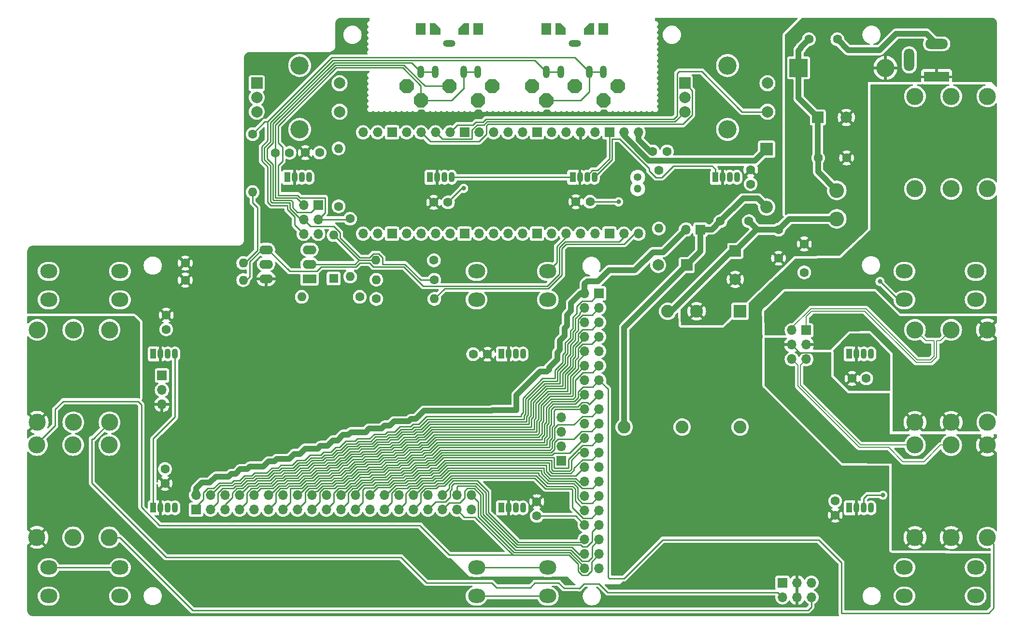
<source format=gtl>
G04 #@! TF.GenerationSoftware,KiCad,Pcbnew,7.0.1.1-36-gbcf78dbe24-dirty-deb11*
G04 #@! TF.CreationDate,2023-04-07T13:39:22+00:00*
G04 #@! TF.ProjectId,pedalboard-hw,70656461-6c62-46f6-9172-642d68772e6b,1.0.2*
G04 #@! TF.SameCoordinates,Original*
G04 #@! TF.FileFunction,Copper,L1,Top*
G04 #@! TF.FilePolarity,Positive*
%FSLAX46Y46*%
G04 Gerber Fmt 4.6, Leading zero omitted, Abs format (unit mm)*
G04 Created by KiCad (PCBNEW 7.0.1.1-36-gbcf78dbe24-dirty-deb11) date 2023-04-07 13:39:22*
%MOMM*%
%LPD*%
G01*
G04 APERTURE LIST*
G04 #@! TA.AperFunction,ComponentPad*
%ADD10C,1.600000*%
G04 #@! TD*
G04 #@! TA.AperFunction,ComponentPad*
%ADD11O,1.200000X2.200000*%
G04 #@! TD*
G04 #@! TA.AperFunction,ComponentPad*
%ADD12O,2.200000X1.200000*%
G04 #@! TD*
G04 #@! TA.AperFunction,ComponentPad*
%ADD13C,3.000000*%
G04 #@! TD*
G04 #@! TA.AperFunction,ComponentPad*
%ADD14R,4.400000X1.800000*%
G04 #@! TD*
G04 #@! TA.AperFunction,ComponentPad*
%ADD15O,4.000000X1.800000*%
G04 #@! TD*
G04 #@! TA.AperFunction,ComponentPad*
%ADD16O,1.800000X4.000000*%
G04 #@! TD*
G04 #@! TA.AperFunction,ComponentPad*
%ADD17O,1.600000X1.600000*%
G04 #@! TD*
G04 #@! TA.AperFunction,ComponentPad*
%ADD18R,1.070000X1.800000*%
G04 #@! TD*
G04 #@! TA.AperFunction,ComponentPad*
%ADD19O,1.070000X1.800000*%
G04 #@! TD*
G04 #@! TA.AperFunction,ComponentPad*
%ADD20R,2.250000X2.250000*%
G04 #@! TD*
G04 #@! TA.AperFunction,ComponentPad*
%ADD21C,2.250000*%
G04 #@! TD*
G04 #@! TA.AperFunction,ComponentPad*
%ADD22R,1.700000X1.700000*%
G04 #@! TD*
G04 #@! TA.AperFunction,ComponentPad*
%ADD23O,1.700000X1.700000*%
G04 #@! TD*
G04 #@! TA.AperFunction,ComponentPad*
%ADD24O,3.000000X2.500000*%
G04 #@! TD*
G04 #@! TA.AperFunction,ComponentPad*
%ADD25R,2.400000X1.600000*%
G04 #@! TD*
G04 #@! TA.AperFunction,ComponentPad*
%ADD26O,2.400000X1.600000*%
G04 #@! TD*
G04 #@! TA.AperFunction,ComponentPad*
%ADD27C,2.600000*%
G04 #@! TD*
G04 #@! TA.AperFunction,ComponentPad*
%ADD28R,1.800000X2.000000*%
G04 #@! TD*
G04 #@! TA.AperFunction,ComponentPad*
%ADD29R,2.000000X2.000000*%
G04 #@! TD*
G04 #@! TA.AperFunction,ComponentPad*
%ADD30C,2.000000*%
G04 #@! TD*
G04 #@! TA.AperFunction,ComponentPad*
%ADD31C,3.200000*%
G04 #@! TD*
G04 #@! TA.AperFunction,ComponentPad*
%ADD32R,1.600000X1.600000*%
G04 #@! TD*
G04 #@! TA.AperFunction,ComponentPad*
%ADD33R,3.200000X3.200000*%
G04 #@! TD*
G04 #@! TA.AperFunction,ComponentPad*
%ADD34O,3.200000X3.200000*%
G04 #@! TD*
G04 #@! TA.AperFunction,ComponentPad*
%ADD35R,2.200000X2.200000*%
G04 #@! TD*
G04 #@! TA.AperFunction,ComponentPad*
%ADD36O,2.200000X2.200000*%
G04 #@! TD*
G04 #@! TA.AperFunction,ComponentPad*
%ADD37C,1.350000*%
G04 #@! TD*
G04 #@! TA.AperFunction,ComponentPad*
%ADD38O,1.350000X1.350000*%
G04 #@! TD*
G04 #@! TA.AperFunction,ViaPad*
%ADD39C,0.800000*%
G04 #@! TD*
G04 #@! TA.AperFunction,Conductor*
%ADD40C,0.250000*%
G04 #@! TD*
G04 #@! TA.AperFunction,Conductor*
%ADD41C,1.000000*%
G04 #@! TD*
G04 #@! TA.AperFunction,Conductor*
%ADD42C,0.200000*%
G04 #@! TD*
G04 APERTURE END LIST*
D10*
X126800000Y78300000D03*
X126800000Y75800000D03*
D11*
X101000000Y95500000D03*
X98500000Y95500000D03*
D12*
X96000000Y100500000D03*
D11*
X91000000Y95500000D03*
X93500000Y95500000D03*
D13*
X8050000Y13800000D03*
X8050000Y30030000D03*
X1700000Y13800000D03*
X1700000Y30030000D03*
X14400000Y13800000D03*
X14400000Y30030000D03*
D10*
X138637600Y80400000D03*
X143637600Y80400000D03*
D14*
X159400000Y94600000D03*
D15*
X159400000Y100400000D03*
D16*
X154600000Y97600000D03*
D10*
X110700000Y78180000D03*
D17*
X110700000Y68020000D03*
D18*
X95600000Y77000000D03*
D19*
X96870000Y77000000D03*
X98140000Y77000000D03*
X99410000Y77000000D03*
D13*
X8085000Y34000000D03*
X8085000Y50230000D03*
X1735000Y34000000D03*
X1735000Y50230000D03*
X14435000Y34000000D03*
X14435000Y50230000D03*
D20*
X124960000Y53480000D03*
D21*
X117340000Y53480000D03*
X112260000Y53480000D03*
X104640000Y33160000D03*
X114800000Y33160000D03*
X124960000Y33160000D03*
D13*
X161950000Y30005000D03*
X161950000Y13775000D03*
X168300000Y30005000D03*
X168300000Y13775000D03*
X155600000Y30005000D03*
X155600000Y13775000D03*
D18*
X120600000Y77000000D03*
D19*
X121870000Y77000000D03*
X123140000Y77000000D03*
X124410000Y77000000D03*
D10*
X89310000Y20070000D03*
X89310000Y17570000D03*
D18*
X83100000Y19000000D03*
D19*
X84370000Y19000000D03*
X85640000Y19000000D03*
X86910000Y19000000D03*
D22*
X29590000Y18680000D03*
D23*
X29590000Y21220000D03*
X32130000Y18680000D03*
X32130000Y21220000D03*
X34670000Y18680000D03*
X34670000Y21220000D03*
X37210000Y18680000D03*
X37210000Y21220000D03*
X39750000Y18680000D03*
X39750000Y21220000D03*
X42290000Y18680000D03*
X42290000Y21220000D03*
X44830000Y18680000D03*
X44830000Y21220000D03*
X47370000Y18680000D03*
X47370000Y21220000D03*
X49910000Y18680000D03*
X49910000Y21220000D03*
X52450000Y18680000D03*
X52450000Y21220000D03*
X54990000Y18680000D03*
X54990000Y21220000D03*
X57530000Y18680000D03*
X57530000Y21220000D03*
X60070000Y18680000D03*
X60070000Y21220000D03*
X62610000Y18680000D03*
X62610000Y21220000D03*
X65150000Y18680000D03*
X65150000Y21220000D03*
X67690000Y18680000D03*
X67690000Y21220000D03*
X70230000Y18680000D03*
X70230000Y21220000D03*
X72770000Y18680000D03*
X72770000Y21220000D03*
X75310000Y18680000D03*
X75310000Y21220000D03*
X77850000Y18680000D03*
X77850000Y21220000D03*
D10*
X141620000Y17700000D03*
X141620000Y20200000D03*
X24155000Y23300000D03*
X24155000Y25800000D03*
D24*
X78750000Y60500000D03*
X91250000Y60500000D03*
X78750000Y55500000D03*
X91250000Y55500000D03*
D18*
X22100000Y46000000D03*
D19*
X23370000Y46000000D03*
X24640000Y46000000D03*
X25910000Y46000000D03*
D10*
X54575000Y71895000D03*
D17*
X54575000Y82055000D03*
D25*
X49475000Y59200000D03*
D26*
X49475000Y61740000D03*
X49475000Y64280000D03*
X41855000Y64280000D03*
X41855000Y61740000D03*
X41855000Y59200000D03*
D27*
X141900000Y74700000D03*
X141900000Y69700000D03*
D13*
X161965000Y91200000D03*
X161965000Y74970000D03*
X168315000Y91200000D03*
X168315000Y74970000D03*
X155615000Y91200000D03*
X155615000Y74970000D03*
D10*
X43475000Y81300000D03*
X45975000Y81300000D03*
G04 #@! TA.AperFunction,ComponentPad*
G36*
X89750000Y92482233D02*
G01*
X89017767Y91750000D01*
X87982233Y91750000D01*
X87250000Y92482233D01*
X87250000Y93517767D01*
X87982233Y94250000D01*
X89017767Y94250000D01*
X89750000Y93517767D01*
X89750000Y92482233D01*
G37*
G04 #@! TD.AperFunction*
G04 #@! TA.AperFunction,ComponentPad*
G36*
X96517767Y94250000D02*
G01*
X97250000Y93517767D01*
X97250000Y92482233D01*
X96517767Y91750000D01*
X95482233Y91750000D01*
X94750000Y92482233D01*
X94750000Y93517767D01*
X95482233Y94250000D01*
X96517767Y94250000D01*
G37*
G04 #@! TD.AperFunction*
G04 #@! TA.AperFunction,ComponentPad*
G36*
X104750000Y92482233D02*
G01*
X104017767Y91750000D01*
X102982233Y91750000D01*
X102250000Y92482233D01*
X102250000Y93517767D01*
X102982233Y94250000D01*
X104017767Y94250000D01*
X104750000Y93517767D01*
X104750000Y92482233D01*
G37*
G04 #@! TD.AperFunction*
G04 #@! TA.AperFunction,ComponentPad*
G36*
X92250000Y89982233D02*
G01*
X91517767Y89250000D01*
X90482233Y89250000D01*
X89750000Y89982233D01*
X89750000Y91017767D01*
X90482233Y91750000D01*
X91517767Y91750000D01*
X92250000Y91017767D01*
X92250000Y89982233D01*
G37*
G04 #@! TD.AperFunction*
G04 #@! TA.AperFunction,ComponentPad*
G36*
X102250000Y89982233D02*
G01*
X101517767Y89250000D01*
X100482233Y89250000D01*
X99750000Y89982233D01*
X99750000Y91017767D01*
X100482233Y91750000D01*
X101517767Y91750000D01*
X102250000Y91017767D01*
X102250000Y89982233D01*
G37*
G04 #@! TD.AperFunction*
G04 #@! TA.AperFunction,ComponentPad*
G36*
X99400000Y102000000D02*
G01*
X97600000Y102000000D01*
X97600000Y103100000D01*
X98500000Y104000000D01*
X99400000Y104000000D01*
X99400000Y102000000D01*
G37*
G04 #@! TD.AperFunction*
D28*
X101000000Y103000000D03*
X91000000Y103000000D03*
G04 #@! TA.AperFunction,ComponentPad*
G36*
X94400000Y102000000D02*
G01*
X92600000Y102000000D01*
X92600000Y104000000D01*
X93500000Y104000000D01*
X94400000Y103100000D01*
X94400000Y102000000D01*
G37*
G04 #@! TD.AperFunction*
D18*
X70600000Y77000000D03*
D19*
X71870000Y77000000D03*
X73140000Y77000000D03*
X74410000Y77000000D03*
D29*
X40250000Y93500000D03*
D30*
X40250000Y88500000D03*
X40250000Y91000000D03*
D31*
X47750000Y96600000D03*
X47750000Y85400000D03*
D30*
X54750000Y88500000D03*
X54750000Y93500000D03*
D10*
X48750000Y81325000D03*
X51250000Y81325000D03*
X144570000Y41700000D03*
X147070000Y41700000D03*
D29*
X124100000Y64067677D03*
D30*
X124100000Y59067677D03*
D10*
X58280000Y56020000D03*
D17*
X48120000Y56020000D03*
D29*
X115600000Y61600000D03*
D30*
X110600000Y61600000D03*
D18*
X45600000Y77000000D03*
D19*
X46870000Y77000000D03*
X48140000Y77000000D03*
X49410000Y77000000D03*
D10*
X71250000Y72600000D03*
X73750000Y72600000D03*
D13*
X161950000Y50220000D03*
X161950000Y33990000D03*
X168300000Y50220000D03*
X168300000Y33990000D03*
X155600000Y50220000D03*
X155600000Y33990000D03*
D24*
X3750000Y60500000D03*
X16250000Y60500000D03*
X3750000Y55500000D03*
X16250000Y55500000D03*
D10*
X109650000Y81530000D03*
X112150000Y81530000D03*
X27695000Y61950000D03*
D17*
X37855000Y61950000D03*
D29*
X138569923Y87500000D03*
D30*
X143569923Y87500000D03*
D18*
X144100000Y46000000D03*
D19*
X145370000Y46000000D03*
X146640000Y46000000D03*
X147910000Y46000000D03*
D10*
X61190000Y55660000D03*
D17*
X71350000Y55660000D03*
D18*
X22100000Y19000000D03*
D19*
X23370000Y19000000D03*
X24640000Y19000000D03*
X25910000Y19000000D03*
D10*
X56600000Y69730000D03*
D17*
X56600000Y59570000D03*
D10*
X126500000Y69300000D03*
X121500000Y69300000D03*
D32*
X53700000Y59225000D03*
D17*
X53700000Y66845000D03*
D10*
X96150000Y72700000D03*
X98650000Y72700000D03*
D33*
X135194000Y96196400D03*
D34*
X150434000Y96196400D03*
D10*
X71280000Y62425000D03*
D17*
X61120000Y62425000D03*
D10*
X142001200Y101225600D03*
X137001200Y101225600D03*
X131700000Y67800000D03*
X131700000Y62800000D03*
D18*
X144100000Y19000000D03*
D19*
X145370000Y19000000D03*
X146640000Y19000000D03*
X147910000Y19000000D03*
D24*
X153750000Y8500000D03*
X166250000Y8500000D03*
X153750000Y3500000D03*
X166250000Y3500000D03*
X153750000Y60500000D03*
X166250000Y60500000D03*
X153750000Y55500000D03*
X166250000Y55500000D03*
D10*
X80670000Y45950000D03*
X78170000Y45950000D03*
D24*
X3750000Y8500000D03*
X16250000Y8500000D03*
X3750000Y3500000D03*
X16250000Y3500000D03*
D10*
X71350000Y59020000D03*
D17*
X61190000Y59020000D03*
D29*
X115250000Y93500000D03*
D30*
X115250000Y88500000D03*
X115250000Y91000000D03*
D31*
X122750000Y96600000D03*
X122750000Y85400000D03*
D30*
X129750000Y88500000D03*
X129750000Y93500000D03*
D10*
X27695000Y58950000D03*
D17*
X37855000Y58950000D03*
D24*
X78750000Y8500000D03*
X91250000Y8500000D03*
X78750000Y3500000D03*
X91250000Y3500000D03*
D10*
X136200000Y60300000D03*
X136200000Y65300000D03*
G04 #@! TA.AperFunction,ComponentPad*
G36*
X67755500Y92482233D02*
G01*
X67023267Y91750000D01*
X65987733Y91750000D01*
X65255500Y92482233D01*
X65255500Y93517767D01*
X65987733Y94250000D01*
X67023267Y94250000D01*
X67755500Y93517767D01*
X67755500Y92482233D01*
G37*
G04 #@! TD.AperFunction*
G04 #@! TA.AperFunction,ComponentPad*
G36*
X74523267Y94250000D02*
G01*
X75255500Y93517767D01*
X75255500Y92482233D01*
X74523267Y91750000D01*
X73487733Y91750000D01*
X72755500Y92482233D01*
X72755500Y93517767D01*
X73487733Y94250000D01*
X74523267Y94250000D01*
G37*
G04 #@! TD.AperFunction*
G04 #@! TA.AperFunction,ComponentPad*
G36*
X82755500Y92482233D02*
G01*
X82023267Y91750000D01*
X80987733Y91750000D01*
X80255500Y92482233D01*
X80255500Y93517767D01*
X80987733Y94250000D01*
X82023267Y94250000D01*
X82755500Y93517767D01*
X82755500Y92482233D01*
G37*
G04 #@! TD.AperFunction*
G04 #@! TA.AperFunction,ComponentPad*
G36*
X70255500Y89982233D02*
G01*
X69523267Y89250000D01*
X68487733Y89250000D01*
X67755500Y89982233D01*
X67755500Y91017767D01*
X68487733Y91750000D01*
X69523267Y91750000D01*
X70255500Y91017767D01*
X70255500Y89982233D01*
G37*
G04 #@! TD.AperFunction*
G04 #@! TA.AperFunction,ComponentPad*
G36*
X80255500Y89982233D02*
G01*
X79523267Y89250000D01*
X78487733Y89250000D01*
X77755500Y89982233D01*
X77755500Y91017767D01*
X78487733Y91750000D01*
X79523267Y91750000D01*
X80255500Y91017767D01*
X80255500Y89982233D01*
G37*
G04 #@! TD.AperFunction*
G04 #@! TA.AperFunction,ComponentPad*
G36*
X77405500Y102000000D02*
G01*
X75605500Y102000000D01*
X75605500Y103100000D01*
X76505500Y104000000D01*
X77405500Y104000000D01*
X77405500Y102000000D01*
G37*
G04 #@! TD.AperFunction*
D28*
X79005500Y103000000D03*
X69005500Y103000000D03*
G04 #@! TA.AperFunction,ComponentPad*
G36*
X72405500Y102000000D02*
G01*
X70605500Y102000000D01*
X70605500Y104000000D01*
X71505500Y104000000D01*
X72405500Y103100000D01*
X72405500Y102000000D01*
G37*
G04 #@! TD.AperFunction*
D10*
X24355000Y52800000D03*
X24355000Y50300000D03*
D35*
X129606000Y81921600D03*
D36*
X129606000Y71761600D03*
D18*
X83100000Y46000000D03*
D19*
X84370000Y46000000D03*
X85640000Y46000000D03*
X86910000Y46000000D03*
D10*
X39500000Y84555000D03*
D17*
X39500000Y74395000D03*
D11*
X79000000Y95500000D03*
X76500000Y95500000D03*
D12*
X74000000Y100500000D03*
D11*
X69000000Y95500000D03*
X71500000Y95500000D03*
D22*
X93625000Y27220000D03*
D23*
X93625000Y29760000D03*
X93625000Y32300000D03*
X93625000Y34840000D03*
D22*
X118000000Y67825000D03*
D23*
X115460000Y67825000D03*
D37*
X107000000Y77000000D03*
D38*
X107000000Y75000000D03*
D23*
X107130000Y67110000D03*
X104590000Y67110000D03*
D22*
X102050000Y67110000D03*
D23*
X99510000Y67110000D03*
X96970000Y67110000D03*
X94430000Y67110000D03*
X91890000Y67110000D03*
D22*
X89350000Y67110000D03*
D23*
X86810000Y67110000D03*
X84270000Y67110000D03*
X81730000Y67110000D03*
X79190000Y67110000D03*
D22*
X76650000Y67110000D03*
D23*
X74110000Y67110000D03*
X71570000Y67110000D03*
X69030000Y67110000D03*
X66490000Y67110000D03*
D22*
X63950000Y67110000D03*
D23*
X61410000Y67110000D03*
X58870000Y67110000D03*
X58870000Y84890000D03*
X61410000Y84890000D03*
D22*
X63950000Y84890000D03*
D23*
X66490000Y84890000D03*
X69030000Y84890000D03*
X71570000Y84890000D03*
X74110000Y84890000D03*
D22*
X76650000Y84890000D03*
D23*
X79190000Y84890000D03*
X81730000Y84890000D03*
X84270000Y84890000D03*
X86810000Y84890000D03*
D22*
X89350000Y84890000D03*
D23*
X91890000Y84890000D03*
X94430000Y84890000D03*
X96970000Y84890000D03*
X99510000Y84890000D03*
D22*
X102050000Y84890000D03*
D23*
X104590000Y84890000D03*
X107130000Y84890000D03*
D22*
X23615000Y42210000D03*
D23*
X23615000Y39670000D03*
X23615000Y37130000D03*
D22*
X100250000Y56624400D03*
D23*
X97710000Y56624400D03*
X100250000Y54084400D03*
X97710000Y54084400D03*
X100250000Y51544400D03*
X97710000Y51544400D03*
X100250000Y49004400D03*
X97710000Y49004400D03*
X100250000Y46464400D03*
X97710000Y46464400D03*
X100250000Y43924400D03*
X97710000Y43924400D03*
X100250000Y41384400D03*
X97710000Y41384400D03*
X100250000Y38844400D03*
X97710000Y38844400D03*
X100250000Y36304400D03*
X97710000Y36304400D03*
X100250000Y33764400D03*
X97710000Y33764400D03*
X100250000Y31224400D03*
X97710000Y31224400D03*
X100250000Y28684400D03*
X97710000Y28684400D03*
X100250000Y26144400D03*
X97710000Y26144400D03*
X100250000Y23604400D03*
X97710000Y23604400D03*
X100250000Y21064400D03*
X97710000Y21064400D03*
X100250000Y18524400D03*
X97710000Y18524400D03*
X100250000Y15984400D03*
X97710000Y15984400D03*
X100250000Y13444400D03*
X97710000Y13444400D03*
X100250000Y10904400D03*
X97710000Y10904400D03*
X100250000Y8364400D03*
X97710000Y8364400D03*
D22*
X136555000Y50154400D03*
D23*
X134015000Y50154400D03*
X136555000Y47614400D03*
X134015000Y47614400D03*
X136555000Y45074400D03*
X134015000Y45074400D03*
D22*
X132380000Y5849400D03*
D23*
X132380000Y3309400D03*
X134920000Y5849400D03*
X134920000Y3309400D03*
X137460000Y5849400D03*
X137460000Y3309400D03*
D22*
X51000000Y72150000D03*
D23*
X48460000Y72150000D03*
X51000000Y69610000D03*
X48460000Y69610000D03*
X51000000Y67070000D03*
X48460000Y67070000D03*
D39*
X149976800Y21215600D03*
X149468800Y58706000D03*
X76500000Y75050000D03*
X103650000Y72676000D03*
X158800000Y31200000D03*
D40*
X147233600Y21215600D02*
X146640000Y20622000D01*
X76200000Y75050000D02*
X76500000Y75050000D01*
X78750000Y3500000D02*
X91250000Y3500000D01*
X149468800Y58706000D02*
X152674800Y55500000D01*
X149976800Y21215600D02*
X147233600Y21215600D01*
X73750000Y72600000D02*
X76200000Y75050000D01*
X99053776Y78225000D02*
X99998604Y78225000D01*
X146640000Y20622000D02*
X146640000Y19000000D01*
X96124400Y17570000D02*
X97710000Y15984400D01*
X89310000Y17570000D02*
X96124400Y17570000D01*
X102050000Y80276396D02*
X102050000Y84890000D01*
X103626000Y72700000D02*
X103650000Y72676000D01*
X98140000Y77311224D02*
X99053776Y78225000D01*
X99998604Y78225000D02*
X102050000Y80276396D01*
X98650000Y72700000D02*
X103626000Y72700000D01*
X74410000Y77000000D02*
X95600000Y77000000D01*
X109032000Y78115588D02*
X110204388Y76943200D01*
X109032000Y78530652D02*
X109032000Y78115588D01*
X99410000Y77000000D02*
X102500000Y80090000D01*
X111195612Y76943200D02*
X113227412Y78975000D01*
X120055800Y78975000D02*
X120600000Y78430800D01*
X120600000Y78430800D02*
X120600000Y77000000D01*
X103847652Y83715000D02*
X109032000Y78530652D01*
X110204388Y76943200D02*
X111195612Y76943200D01*
X113227412Y78975000D02*
X120055800Y78975000D01*
X102500000Y83715000D02*
X103847652Y83715000D01*
X102500000Y80090000D02*
X102500000Y83715000D01*
X22100000Y19000000D02*
X22100000Y31130000D01*
X25910000Y46000000D02*
X25910000Y34940000D01*
X22100000Y31130000D02*
X25910000Y34940000D01*
X53700000Y66845000D02*
X58120000Y62425000D01*
X49475000Y61740000D02*
X57435000Y61740000D01*
X57435000Y61740000D02*
X58120000Y62425000D01*
X61120000Y62425000D02*
X58120000Y62425000D01*
X57621396Y61290000D02*
X58306396Y61975000D01*
X59995000Y61959009D02*
X60664009Y61290000D01*
X69418604Y57895000D02*
X91155000Y57895000D01*
X38980000Y59550000D02*
X38980000Y62180000D01*
X38380000Y58950000D02*
X38980000Y59550000D01*
X50730000Y60510000D02*
X51510000Y61290000D01*
X60664009Y61290000D02*
X66023604Y61290000D01*
X94293604Y65700000D02*
X103760000Y65700000D01*
X59995000Y61975000D02*
X59995000Y61959009D01*
X38980000Y62180000D02*
X41080000Y64280000D01*
X58306396Y61975000D02*
X59995000Y61975000D01*
X51510000Y61290000D02*
X57621396Y61290000D01*
X91155000Y57895000D02*
X93280698Y60020698D01*
X45995000Y60510000D02*
X50730000Y60510000D01*
X93280698Y60020698D02*
X93280698Y64687094D01*
X93280698Y64687094D02*
X94293604Y65700000D01*
X66023604Y61290000D02*
X69418604Y57895000D01*
X42225000Y64280000D02*
X45995000Y60510000D01*
X103760000Y65700000D02*
X104590000Y66530000D01*
X94480000Y65250000D02*
X93730698Y64500698D01*
X73090000Y57445000D02*
X73090000Y57400000D01*
X104610000Y65250000D02*
X94480000Y65250000D01*
X93730698Y64500698D02*
X93730698Y59834302D01*
X91341396Y57445000D02*
X73090000Y57445000D01*
X93730698Y59834302D02*
X91341396Y57445000D01*
X106470000Y67110000D02*
X104610000Y65250000D01*
X73090000Y57400000D02*
X71350000Y55660000D01*
X90327648Y41704400D02*
X92484998Y41704400D01*
X33623604Y23350000D02*
X35769111Y23350000D01*
X57414872Y30690000D02*
X57848069Y31123197D01*
X39356624Y24645000D02*
X39809822Y25098198D01*
X96343604Y54379705D02*
X97263899Y55300000D01*
X92484998Y43154170D02*
X93835000Y44504172D01*
X94285000Y46312564D02*
X94285000Y47948681D01*
X95635000Y52403893D02*
X96343604Y53112497D01*
X70003704Y35000000D02*
X86600000Y35000000D01*
X68648704Y33645000D02*
X70003704Y35000000D01*
X57848069Y31123197D02*
X60027180Y31123197D01*
X36229111Y23810000D02*
X37254416Y23810000D01*
X42852131Y25995000D02*
X43987436Y25995000D01*
X55844872Y30690000D02*
X57414872Y30690000D01*
X86600000Y35384849D02*
X86900000Y35684849D01*
X97263899Y55300000D02*
X98925600Y55300000D01*
X41955329Y25098198D02*
X42852131Y25995000D01*
X51443755Y28245000D02*
X51933555Y28734800D01*
X51933555Y28734800D02*
X53200763Y28734800D01*
X29590000Y19160000D02*
X30900000Y20470000D01*
X98925600Y55300000D02*
X100250000Y56624400D01*
X92484998Y41704400D02*
X92484998Y43154170D01*
X44437436Y26445000D02*
X46429440Y26445000D01*
X67623399Y33645000D02*
X68648704Y33645000D01*
X46429440Y26445000D02*
X47329440Y27345000D01*
X93835000Y44504172D02*
X93835000Y45862564D01*
X37254416Y23810000D02*
X38089416Y24645000D01*
X67207447Y33229048D02*
X67623399Y33645000D01*
X94285000Y47948681D02*
X95185000Y48848681D01*
X30900000Y21651701D02*
X31643299Y22395000D01*
X39809822Y25098198D02*
X41955329Y25098198D01*
X95185000Y50050289D02*
X95635000Y50500289D01*
X86900000Y38276752D02*
X90327648Y41704400D01*
X95635000Y50500289D02*
X95635000Y52403893D01*
X93835000Y45862564D02*
X94285000Y46312564D01*
X31643299Y22395000D02*
X32668604Y22395000D01*
X54060963Y29595000D02*
X54749872Y29595000D01*
X60803983Y31900000D02*
X62707587Y31900000D01*
X54749872Y29595000D02*
X55844872Y30690000D01*
X47329440Y27345000D02*
X48640151Y27345000D01*
X38089416Y24645000D02*
X39356624Y24645000D01*
X96343604Y53112497D02*
X96343604Y54379705D01*
X35769111Y23350000D02*
X36229111Y23810000D01*
X32668604Y22395000D02*
X33623604Y23350000D01*
X64369795Y32295000D02*
X65303843Y33229048D01*
X63102587Y32295000D02*
X64369795Y32295000D01*
X60027180Y31123197D02*
X60803983Y31900000D01*
X30900000Y20470000D02*
X30900000Y21651701D01*
X49540151Y28245000D02*
X51443755Y28245000D01*
X65303843Y33229048D02*
X67207447Y33229048D01*
X48640151Y27345000D02*
X49540151Y28245000D01*
X95185000Y48848681D02*
X95185000Y50115889D01*
X43987436Y25995000D02*
X44437436Y26445000D01*
X86900000Y35684849D02*
X86900000Y38276752D01*
X62707587Y31900000D02*
X63102587Y32295000D01*
X86600000Y35000000D02*
X86600000Y35384849D01*
X53200763Y28734800D02*
X54060963Y29595000D01*
X67580239Y32329048D02*
X67996191Y32745000D01*
X67996191Y32745000D02*
X69021496Y32745000D01*
X54433755Y28695000D02*
X55122664Y28695000D01*
X39729416Y23745000D02*
X40182614Y24198198D01*
X49012943Y26445000D02*
X49912943Y27345000D01*
X87800000Y35312057D02*
X87800000Y37903960D01*
X97348299Y52844400D02*
X99010000Y52844400D01*
X96535000Y52031101D02*
X97348299Y52844400D01*
X42328121Y24198198D02*
X43224923Y25095000D01*
X44810228Y25545000D02*
X46802232Y25545000D01*
X40182614Y24198198D02*
X42328121Y24198198D01*
X53573555Y27834800D02*
X54433755Y28695000D01*
X70376496Y34100000D02*
X87500000Y34100000D01*
X69021496Y32745000D02*
X70376496Y34100000D01*
X34238299Y22450000D02*
X36141903Y22450000D01*
X93384998Y40804400D02*
X93384998Y42781378D01*
X33390800Y19940800D02*
X33390800Y21602501D01*
X49912943Y27345000D02*
X51816547Y27345000D01*
X36141903Y22450000D02*
X36536903Y22845000D01*
X96085000Y49677497D02*
X96535000Y50127497D01*
X87500000Y34100000D02*
X87500000Y35012057D01*
X44360228Y25095000D02*
X44810228Y25545000D01*
X61176775Y31000000D02*
X63080379Y31000000D01*
X96535000Y50127497D02*
X96535000Y52031101D01*
X52306347Y27834800D02*
X53573555Y27834800D01*
X93384998Y42781378D02*
X94735000Y44131380D01*
X55122664Y28695000D02*
X56217664Y29790000D01*
X99010000Y52844400D02*
X100250000Y54084400D01*
X38462208Y23745000D02*
X39729416Y23745000D01*
X95185000Y47575889D02*
X96085000Y48475889D01*
X33390800Y21602501D02*
X34238299Y22450000D01*
X63080379Y31000000D02*
X63475379Y31395000D01*
X87500000Y35012057D02*
X87800000Y35312057D01*
X94735000Y44131380D02*
X94735000Y45489772D01*
X63475379Y31395000D02*
X64742587Y31395000D01*
X43224923Y25095000D02*
X44360228Y25095000D01*
X57787664Y29790000D02*
X58220861Y30223197D01*
X94735000Y45489772D02*
X95185000Y45939772D01*
X36536903Y22845000D02*
X37562208Y22845000D01*
X96085000Y48475889D02*
X96085000Y49677497D01*
X56217664Y29790000D02*
X57787664Y29790000D01*
X60399972Y30223197D02*
X61176775Y31000000D01*
X64742587Y31395000D02*
X65676635Y32329048D01*
X37562208Y22845000D02*
X38462208Y23745000D01*
X51816547Y27345000D02*
X52306347Y27834800D01*
X46802232Y25545000D02*
X47702232Y26445000D01*
X58220861Y30223197D02*
X60399972Y30223197D01*
X32130000Y18680000D02*
X33390800Y19940800D01*
X47702232Y26445000D02*
X49012943Y26445000D01*
X87800000Y37903960D02*
X90700440Y40804400D01*
X95185000Y45939772D02*
X95185000Y47575889D01*
X90700440Y40804400D02*
X93384998Y40804400D01*
X65676635Y32329048D02*
X67580239Y32329048D01*
X52492743Y27384800D02*
X53759951Y27384800D01*
X95635000Y45753376D02*
X95635000Y47323893D01*
X90886836Y40354400D02*
X93834998Y40354400D01*
X97328299Y50284400D02*
X98990000Y50284400D01*
X95185000Y45303376D02*
X95635000Y45753376D01*
X88250000Y35125661D02*
X88250000Y37717564D01*
X36723299Y22395000D02*
X37748604Y22395000D01*
X69207892Y32295000D02*
X70562892Y33650000D01*
X64928983Y30945000D02*
X65863031Y31879048D01*
X52002943Y26895000D02*
X52492743Y27384800D01*
X57974060Y29340000D02*
X58407257Y29773197D01*
X50099339Y26895000D02*
X52002943Y26895000D01*
X68182587Y32295000D02*
X69207892Y32295000D01*
X53759951Y27384800D02*
X54620151Y28245000D01*
X44546624Y24645000D02*
X44996624Y25095000D01*
X63661775Y30945000D02*
X64928983Y30945000D01*
X35930800Y21602501D02*
X36723299Y22395000D01*
X95635000Y47323893D02*
X96535000Y48223893D01*
X95185000Y43944984D02*
X95185000Y45303376D01*
X34670000Y18680000D02*
X34670000Y19558299D01*
X43411319Y24645000D02*
X44546624Y24645000D01*
X60586368Y29773197D02*
X61363171Y30550000D01*
X47888628Y25995000D02*
X49199339Y25995000D01*
X88250000Y37717564D02*
X90886836Y40354400D01*
X93834998Y40354400D02*
X93834998Y42594982D01*
X38648604Y23295000D02*
X39915812Y23295000D01*
X87950000Y33650000D02*
X87950000Y34825661D01*
X96535000Y48223893D02*
X96535000Y49491101D01*
X58407257Y29773197D02*
X60586368Y29773197D01*
X34670000Y19558299D02*
X35930800Y20819099D01*
X65863031Y31879048D02*
X67766635Y31879048D01*
X44996624Y25095000D02*
X46988628Y25095000D01*
X93834998Y42594982D02*
X95185000Y43944984D01*
X54620151Y28245000D02*
X55309060Y28245000D01*
X63266775Y30550000D02*
X63661775Y30945000D01*
X61363171Y30550000D02*
X63266775Y30550000D01*
X49199339Y25995000D02*
X50099339Y26895000D01*
X56404060Y29340000D02*
X57974060Y29340000D01*
X39915812Y23295000D02*
X40369010Y23748198D01*
X55309060Y28245000D02*
X56404060Y29340000D01*
X67766635Y31879048D02*
X68182587Y32295000D01*
X40369010Y23748198D02*
X42514517Y23748198D01*
X46988628Y25095000D02*
X47888628Y25995000D01*
X35930800Y20819099D02*
X35930800Y21602501D01*
X70562892Y33650000D02*
X87950000Y33650000D01*
X42514517Y23748198D02*
X43411319Y24645000D01*
X37748604Y22395000D02*
X38648604Y23295000D01*
X87950000Y34825661D02*
X88250000Y35125661D01*
X96535000Y49491101D02*
X97328299Y50284400D01*
X98990000Y50284400D02*
X100250000Y51544400D01*
X50472131Y25995000D02*
X52375735Y25995000D01*
X39263299Y22395000D02*
X40288604Y22395000D01*
X96535000Y45380584D02*
X96535000Y46951101D01*
X58780049Y28873197D02*
X60959160Y28873197D01*
X63639567Y29650000D02*
X64034567Y30045000D01*
X98970000Y47724400D02*
X100250000Y49004400D01*
X56776852Y28440000D02*
X58346852Y28440000D01*
X47361420Y24195000D02*
X48261420Y25095000D01*
X44919416Y23745000D02*
X45369416Y24195000D01*
X66235823Y30979048D02*
X68139427Y30979048D01*
X96085000Y44930584D02*
X96535000Y45380584D01*
X49572131Y25095000D02*
X50472131Y25995000D01*
X58346852Y28440000D02*
X58780049Y28873197D01*
X43784111Y23745000D02*
X44919416Y23745000D01*
X40738604Y22845000D02*
X42884111Y22845000D01*
X68139427Y30979048D02*
X68555379Y31395000D01*
X69580684Y31395000D02*
X70935684Y32750000D01*
X52375735Y25995000D02*
X52865535Y26484800D01*
X96535000Y46951101D02*
X97308299Y47724400D01*
X89150000Y37344772D02*
X91259628Y39454400D01*
X88850000Y34452869D02*
X89150000Y34752869D01*
X89150000Y34752869D02*
X89150000Y37344772D01*
X54992943Y27345000D02*
X55681852Y27345000D01*
X60959160Y28873197D02*
X61735963Y29650000D01*
X61735963Y29650000D02*
X63639567Y29650000D01*
X97308299Y47724400D02*
X98970000Y47724400D01*
X65301775Y30045000D02*
X66235823Y30979048D01*
X70935684Y32750000D02*
X88850000Y32750000D01*
X37210000Y18680000D02*
X38470800Y19940800D01*
X38470800Y21602501D02*
X39263299Y22395000D01*
X91259628Y39454400D02*
X94734998Y39454400D01*
X54132743Y26484800D02*
X54992943Y27345000D01*
X42884111Y22845000D02*
X43784111Y23745000D01*
X64034567Y30045000D02*
X65301775Y30045000D01*
X68555379Y31395000D02*
X69580684Y31395000D01*
X40288604Y22395000D02*
X40738604Y22845000D01*
X52865535Y26484800D02*
X54132743Y26484800D01*
X88850000Y32750000D02*
X88850000Y34452869D01*
X96085000Y43572192D02*
X96085000Y44930584D01*
X55681852Y27345000D02*
X56776852Y28440000D01*
X45369416Y24195000D02*
X47361420Y24195000D01*
X94734998Y42222190D02*
X96085000Y43572192D01*
X94734998Y39454400D02*
X94734998Y42222190D01*
X48261420Y25095000D02*
X49572131Y25095000D01*
X38470800Y19940800D02*
X38470800Y21602501D01*
X53946347Y26934800D02*
X54806547Y27795000D01*
X61549567Y30100000D02*
X63453171Y30100000D01*
X63848171Y30495000D02*
X65115379Y30495000D01*
X40102208Y22845000D02*
X40555406Y23298198D01*
X52189339Y26445000D02*
X52679139Y26934800D01*
X47175024Y24645000D02*
X48075024Y25545000D01*
X37210000Y21220000D02*
X38835000Y22845000D01*
X88400000Y34639265D02*
X88700000Y34939265D01*
X95635000Y45116980D02*
X96085000Y45566980D01*
X95635000Y43758588D02*
X95635000Y45116980D01*
X88700000Y37531168D02*
X91073232Y39904400D01*
X49385735Y25545000D02*
X50285735Y26445000D01*
X43597715Y24195000D02*
X44733020Y24195000D01*
X40555406Y23298198D02*
X42700913Y23298198D01*
X60772764Y29323197D02*
X61549567Y30100000D01*
X45183020Y24645000D02*
X47175024Y24645000D01*
X67953031Y31429048D02*
X68368983Y31845000D01*
X38835000Y22845000D02*
X40102208Y22845000D01*
X94284998Y42408586D02*
X95635000Y43758588D01*
X88700000Y34939265D02*
X88700000Y37531168D01*
X69394288Y31845000D02*
X70749288Y33200000D01*
X54806547Y27795000D02*
X55495456Y27795000D01*
X91073232Y39904400D02*
X94284998Y39904400D01*
X48075024Y25545000D02*
X49385735Y25545000D01*
X58160456Y28890000D02*
X58593653Y29323197D01*
X68368983Y31845000D02*
X69394288Y31845000D01*
X96085000Y45566980D02*
X96085000Y47137497D01*
X65115379Y30495000D02*
X66049427Y31429048D01*
X88400000Y33200000D02*
X88400000Y34639265D01*
X44733020Y24195000D02*
X45183020Y24645000D01*
X66049427Y31429048D02*
X67953031Y31429048D01*
X50285735Y26445000D02*
X52189339Y26445000D01*
X70749288Y33200000D02*
X88400000Y33200000D01*
X63453171Y30100000D02*
X63848171Y30495000D01*
X58593653Y29323197D02*
X60772764Y29323197D01*
X94284998Y39904400D02*
X94284998Y42408586D01*
X55495456Y27795000D02*
X56590456Y28890000D01*
X42700913Y23298198D02*
X43597715Y24195000D01*
X52679139Y26934800D02*
X53946347Y26934800D01*
X56590456Y28890000D02*
X58160456Y28890000D01*
X96085000Y47137497D02*
X97710000Y48762497D01*
X71122080Y32300000D02*
X89237131Y32300000D01*
X68325823Y30529048D02*
X68741775Y30945000D01*
X43070507Y22395000D02*
X43970507Y23295000D01*
X95184998Y39004400D02*
X95184998Y42035794D01*
X65488171Y29595000D02*
X66422219Y30529048D01*
X61145556Y28423197D02*
X61922359Y29200000D01*
X68741775Y30945000D02*
X69767080Y30945000D01*
X39750000Y21220000D02*
X40925000Y22395000D01*
X96560952Y43411748D02*
X96535000Y43437699D01*
X56963248Y27990000D02*
X58533248Y27990000D01*
X89300000Y32362869D02*
X89300000Y34266473D01*
X45105812Y23295000D02*
X45555812Y23745000D01*
X69767080Y30945000D02*
X71122080Y32300000D01*
X45555812Y23745000D02*
X47547816Y23745000D01*
X89237131Y32300000D02*
X89300000Y32362869D01*
X63825963Y29200000D02*
X64220963Y29595000D01*
X50658527Y25545000D02*
X52562131Y25545000D01*
X91446024Y39004400D02*
X95184998Y39004400D01*
X40925000Y22395000D02*
X43070507Y22395000D01*
X58533248Y27990000D02*
X58966445Y28423197D01*
X55179339Y26895000D02*
X55868248Y26895000D01*
X66422219Y30529048D02*
X68325823Y30529048D01*
X89300000Y34266473D02*
X89600000Y34566473D01*
X89600000Y37158376D02*
X91446024Y39004400D01*
X48447816Y24645000D02*
X49758527Y24645000D01*
X52562131Y25545000D02*
X53051931Y26034800D01*
X95184998Y42035794D02*
X96560952Y43411748D01*
X49758527Y24645000D02*
X50658527Y25545000D01*
X53051931Y26034800D02*
X54319139Y26034800D01*
X96535000Y43437699D02*
X96535000Y44744188D01*
X43970507Y23295000D02*
X45105812Y23295000D01*
X64220963Y29595000D02*
X65488171Y29595000D01*
X55868248Y26895000D02*
X56963248Y27990000D01*
X89600000Y34566473D02*
X89600000Y37158376D01*
X47547816Y23745000D02*
X48447816Y24645000D01*
X54319139Y26034800D02*
X55179339Y26895000D01*
X96535000Y44744188D02*
X97710000Y45919188D01*
X58966445Y28423197D02*
X61145556Y28423197D01*
X61922359Y29200000D02*
X63825963Y29200000D01*
X45316701Y22395000D02*
X45327701Y22384000D01*
X45327701Y22384000D02*
X45467604Y22384000D01*
X95697208Y38104400D02*
X96084998Y38492190D01*
X64198755Y28300000D02*
X64593755Y28695000D01*
X58906040Y27090000D02*
X59339237Y27523197D01*
X54691931Y25134800D02*
X55552131Y25995000D01*
X68698615Y29629048D02*
X69114567Y30045000D01*
X62295151Y28300000D02*
X64198755Y28300000D01*
X61518348Y27523197D02*
X62295151Y28300000D01*
X89750000Y31540077D02*
X90200000Y31990077D01*
X44343299Y22395000D02*
X45316701Y22395000D01*
X48820608Y23745000D02*
X50131319Y23745000D01*
X52934923Y24645000D02*
X53424723Y25134800D01*
X90200000Y33893681D02*
X90500000Y34193681D01*
X96084998Y41421099D02*
X97413299Y42749400D01*
X90500000Y34193681D02*
X90500000Y36785584D01*
X53424723Y25134800D02*
X54691931Y25134800D01*
X97413299Y42749400D02*
X99075000Y42749400D01*
X64593755Y28695000D02*
X65860963Y28695000D01*
X57336040Y27090000D02*
X58906040Y27090000D01*
X56241040Y25995000D02*
X57336040Y27090000D01*
X90500000Y36785584D02*
X91818816Y38104400D01*
X59339237Y27523197D02*
X61518348Y27523197D01*
X43550800Y19940800D02*
X43550800Y21602501D01*
X90200000Y31990077D02*
X90200000Y33893681D01*
X99075000Y42749400D02*
X100250000Y43924400D01*
X50131319Y23745000D02*
X51031319Y24645000D01*
X55552131Y25995000D02*
X56241040Y25995000D01*
X45467604Y22384000D02*
X45928604Y22845000D01*
X71494872Y31400000D02*
X89750000Y31400000D01*
X43550800Y21602501D02*
X44343299Y22395000D01*
X70139872Y30045000D02*
X71494872Y31400000D01*
X65860963Y28695000D02*
X66795011Y29629048D01*
X91818816Y38104400D02*
X95697208Y38104400D01*
X89750000Y31400000D02*
X89750000Y31540077D01*
X42290000Y18680000D02*
X43550800Y19940800D01*
X69114567Y30045000D02*
X70139872Y30045000D01*
X51031319Y24645000D02*
X52934923Y24645000D01*
X45928604Y22845000D02*
X47920608Y22845000D01*
X96084998Y38492190D02*
X96084998Y41421099D01*
X66795011Y29629048D02*
X68698615Y29629048D01*
X47920608Y22845000D02*
X48820608Y23745000D01*
X53238327Y25584800D02*
X54505535Y25584800D01*
X57149644Y27540000D02*
X58719644Y27540000D01*
X48634212Y24195000D02*
X49944923Y24195000D01*
X59152841Y27973197D02*
X61331952Y27973197D01*
X58719644Y27540000D02*
X59152841Y27973197D01*
X61331952Y27973197D02*
X62108755Y28750000D01*
X55365735Y26445000D02*
X56054644Y26445000D01*
X69953476Y30495000D02*
X71308476Y31850000D01*
X42531903Y21220000D02*
X44156903Y22845000D01*
X45742208Y23295000D02*
X47734212Y23295000D01*
X64407359Y29145000D02*
X65674567Y29145000D01*
X54505535Y25584800D02*
X55365735Y26445000D01*
X47734212Y23295000D02*
X48634212Y24195000D01*
X89423527Y31850000D02*
X89750000Y32176473D01*
X45292208Y22845000D02*
X45742208Y23295000D01*
X56054644Y26445000D02*
X57149644Y27540000D01*
X52748527Y25095000D02*
X53238327Y25584800D01*
X89750000Y34080077D02*
X90050000Y34380077D01*
X95510812Y38554400D02*
X95634998Y38678586D01*
X71308476Y31850000D02*
X89423527Y31850000D01*
X64012359Y28750000D02*
X64407359Y29145000D01*
X66608615Y30079048D02*
X68512219Y30079048D01*
X90050000Y36971980D02*
X91632420Y38554400D01*
X62108755Y28750000D02*
X64012359Y28750000D01*
X68928171Y30495000D02*
X69953476Y30495000D01*
X68512219Y30079048D02*
X68928171Y30495000D01*
X95634998Y38678586D02*
X95634998Y41849398D01*
X95634998Y41849398D02*
X97710000Y43924400D01*
X49944923Y24195000D02*
X50844923Y25095000D01*
X50844923Y25095000D02*
X52748527Y25095000D01*
X90050000Y34380077D02*
X90050000Y36971980D01*
X89750000Y32176473D02*
X89750000Y34080077D01*
X44156903Y22845000D02*
X45292208Y22845000D01*
X65674567Y29145000D02*
X66608615Y30079048D01*
X91632420Y38554400D02*
X95510812Y38554400D01*
X46115000Y22395000D02*
X48107004Y22395000D01*
X61704744Y27073197D02*
X62481547Y27850000D01*
X57522436Y26640000D02*
X59092436Y26640000D01*
X142700000Y9400000D02*
X142700000Y500000D01*
X90650000Y33707285D02*
X90950000Y34007285D01*
X68885011Y29179048D02*
X69300963Y29595000D01*
X90950000Y34007285D02*
X90950000Y36599188D01*
X44830000Y18680000D02*
X46090800Y19940800D01*
X169400000Y1400000D02*
X169400000Y12675000D01*
X71681268Y30950000D02*
X90200000Y30950000D01*
X96560952Y38331748D02*
X96535000Y38357699D01*
X99075000Y40209400D02*
X100250000Y41384400D01*
X90200000Y31353681D02*
X90650000Y31803681D01*
X104600000Y6600000D02*
X111400000Y13400000D01*
X46090800Y19940800D02*
X46090800Y22370800D01*
X96535000Y38357699D02*
X96535000Y39331101D01*
X59525633Y27073197D02*
X61704744Y27073197D01*
X95883604Y37654400D02*
X96560952Y38331748D01*
X66981407Y29179048D02*
X68885011Y29179048D01*
X46090800Y22370800D02*
X46115000Y22395000D01*
X69300963Y29595000D02*
X70326268Y29595000D01*
X111400000Y13400000D02*
X138700000Y13400000D01*
X49007004Y23295000D02*
X50317715Y23295000D01*
X90650000Y31803681D02*
X90650000Y33707285D01*
X142700000Y500000D02*
X168500000Y500000D01*
X64780151Y28245000D02*
X66047359Y28245000D01*
X100250000Y41384400D02*
X101800000Y39834400D01*
X70326268Y29595000D02*
X71681268Y30950000D01*
X92005212Y37654400D02*
X95883604Y37654400D01*
X102000000Y6600000D02*
X104600000Y6600000D01*
X59092436Y26640000D02*
X59525633Y27073197D01*
X54878327Y24684800D02*
X55738527Y25545000D01*
X96535000Y39331101D02*
X97413299Y40209400D01*
X138700000Y13400000D02*
X142700000Y9400000D01*
X62481547Y27850000D02*
X64385151Y27850000D01*
X101800000Y39834400D02*
X101800000Y6800000D01*
X66047359Y28245000D02*
X66981407Y29179048D01*
X55738527Y25545000D02*
X56427436Y25545000D01*
X48107004Y22395000D02*
X49007004Y23295000D01*
X101800000Y6800000D02*
X102000000Y6600000D01*
X169400000Y12675000D02*
X168300000Y13775000D01*
X56427436Y25545000D02*
X57522436Y26640000D01*
X50317715Y23295000D02*
X51217715Y24195000D01*
X64385151Y27850000D02*
X64780151Y28245000D01*
X51217715Y24195000D02*
X53121319Y24195000D01*
X53121319Y24195000D02*
X53611119Y24684800D01*
X168500000Y500000D02*
X169400000Y1400000D01*
X53611119Y24684800D02*
X54878327Y24684800D01*
X97413299Y40209400D02*
X99075000Y40209400D01*
X90950000Y36599188D02*
X92005212Y37654400D01*
X90200000Y30950000D02*
X90200000Y31353681D01*
X72054060Y30050000D02*
X91100000Y30050000D01*
X64757943Y26950000D02*
X65152943Y27345000D01*
X91550000Y33334493D02*
X91850000Y33634493D01*
X91850000Y36226396D02*
X92378004Y36754400D01*
X62854339Y26950000D02*
X64757943Y26950000D01*
X53494111Y23295000D02*
X53983911Y23784800D01*
X70699060Y28695000D02*
X72054060Y30050000D01*
X53983911Y23784800D02*
X55251119Y23784800D01*
X98196701Y37479400D02*
X98540851Y37135251D01*
X69257803Y28279048D02*
X69673755Y28695000D01*
X56111319Y24645000D02*
X56800228Y24645000D01*
X51590507Y23295000D02*
X53494111Y23295000D01*
X92378004Y36754400D02*
X96535000Y36754400D01*
X59898425Y26173197D02*
X62077536Y26173197D01*
X65152943Y27345000D02*
X66420151Y27345000D01*
X56800228Y24645000D02*
X57895228Y25740000D01*
X91550000Y31430889D02*
X91550000Y33334493D01*
X91850000Y33634493D02*
X91850000Y36226396D01*
X47370000Y18680000D02*
X48735000Y20045000D01*
X91100000Y30980889D02*
X91550000Y31430889D01*
X48735000Y20045000D02*
X48735000Y21706701D01*
X98540851Y37135251D02*
X100250000Y38844400D01*
X67354199Y28279048D02*
X69257803Y28279048D01*
X66420151Y27345000D02*
X67354199Y28279048D01*
X91100000Y30050000D02*
X91100000Y30980889D01*
X50690507Y22395000D02*
X51590507Y23295000D01*
X96535000Y36754400D02*
X96535000Y36791101D01*
X59465228Y25740000D02*
X59898425Y26173197D01*
X55251119Y23784800D02*
X56111319Y24645000D01*
X96535000Y36791101D02*
X97223299Y37479400D01*
X57895228Y25740000D02*
X59465228Y25740000D01*
X97223299Y37479400D02*
X98196701Y37479400D01*
X62077536Y26173197D02*
X62854339Y26950000D01*
X48735000Y21706701D02*
X49423299Y22395000D01*
X49423299Y22395000D02*
X50690507Y22395000D01*
X69673755Y28695000D02*
X70699060Y28695000D01*
D41*
X128082000Y73285600D02*
X125485600Y73285600D01*
X104640000Y33160000D02*
X104640000Y50640000D01*
X104640000Y50640000D02*
X115600000Y61600000D01*
X129606000Y71761600D02*
X128082000Y73285600D01*
X115600000Y61600000D02*
X118000000Y64000000D01*
X120025000Y67825000D02*
X121500000Y69300000D01*
X118000000Y67825000D02*
X120025000Y67825000D01*
X125485600Y73285600D02*
X121500000Y69300000D01*
X118000000Y64000000D02*
X118000000Y67825000D01*
D40*
X66233755Y27795000D02*
X67167803Y28729048D01*
X70512664Y29145000D02*
X71867664Y30500000D01*
X57708832Y26190000D02*
X59278832Y26190000D01*
X59712029Y26623197D02*
X61891140Y26623197D01*
X56613832Y25095000D02*
X57708832Y26190000D01*
X50504111Y22845000D02*
X51404111Y23745000D01*
X90650000Y30500000D02*
X90650000Y31167285D01*
X90650000Y31167285D02*
X91100000Y31617285D01*
X62667943Y27400000D02*
X64571547Y27400000D01*
X64571547Y27400000D02*
X64966547Y27795000D01*
X92191608Y37204400D02*
X96070000Y37204400D01*
X55064723Y24234800D02*
X55924923Y25095000D01*
X91100000Y31617285D02*
X91100000Y33520889D01*
X91400000Y36412792D02*
X92191608Y37204400D01*
X59278832Y26190000D02*
X59712029Y26623197D01*
X47568400Y21220000D02*
X49193400Y22845000D01*
X51404111Y23745000D02*
X53307715Y23745000D01*
X55924923Y25095000D02*
X56613832Y25095000D01*
X69487359Y29145000D02*
X70512664Y29145000D01*
X69071407Y28729048D02*
X69487359Y29145000D01*
X71867664Y30500000D02*
X90650000Y30500000D01*
X91400000Y33820889D02*
X91400000Y36412792D01*
X53797515Y24234800D02*
X55064723Y24234800D01*
X53307715Y23745000D02*
X53797515Y24234800D01*
X96070000Y37204400D02*
X97710000Y38844400D01*
X67167803Y28729048D02*
X69071407Y28729048D01*
X61891140Y26623197D02*
X62667943Y27400000D01*
X64966547Y27795000D02*
X66233755Y27795000D01*
X49193400Y22845000D02*
X50504111Y22845000D01*
X91100000Y33520889D02*
X91400000Y33820889D01*
X60271217Y25273197D02*
X62450328Y25273197D01*
X97333899Y35050000D02*
X98995600Y35050000D01*
X92450000Y32961701D02*
X93048299Y33560000D01*
X58268020Y24840000D02*
X59838020Y24840000D01*
X69630595Y27379048D02*
X70046547Y27795000D01*
X59838020Y24840000D02*
X60271217Y25273197D01*
X98995600Y35050000D02*
X100250000Y36304400D01*
X93048299Y33560000D02*
X95843899Y33560000D01*
X71071852Y27795000D02*
X72426852Y29150000D01*
X65130735Y26050000D02*
X65525735Y26445000D01*
X72426852Y29150000D02*
X91652208Y29150000D01*
X70046547Y27795000D02*
X71071852Y27795000D01*
X63227131Y26050000D02*
X65130735Y26050000D01*
X51275000Y20045000D02*
X51275000Y21706701D01*
X56484111Y23745000D02*
X57173020Y23745000D01*
X49910000Y18680000D02*
X51275000Y20045000D01*
X65525735Y26445000D02*
X66792943Y26445000D01*
X95843899Y33560000D02*
X97333899Y35050000D01*
X51963299Y22395000D02*
X53866903Y22395000D01*
X53866903Y22395000D02*
X54356703Y22884800D01*
X51275000Y21706701D02*
X51963299Y22395000D01*
X92000000Y30608097D02*
X92450000Y31058097D01*
X66792943Y26445000D02*
X67726991Y27379048D01*
X91652208Y29150000D02*
X92000000Y29497792D01*
X57173020Y23745000D02*
X58268020Y24840000D01*
X67726991Y27379048D02*
X69630595Y27379048D01*
X92450000Y31058097D02*
X92450000Y32961701D01*
X55623911Y22884800D02*
X56484111Y23745000D01*
X92000000Y29497792D02*
X92000000Y30608097D01*
X54356703Y22884800D02*
X55623911Y22884800D01*
X62450328Y25273197D02*
X63227131Y26050000D01*
X49910000Y21220000D02*
X50583097Y21893097D01*
X60084821Y25723197D02*
X62263932Y25723197D01*
X91550000Y29684188D02*
X91550000Y30794493D01*
X92000000Y31244493D02*
X92000000Y33148097D01*
X72240456Y29600000D02*
X91465812Y29600000D01*
X70885456Y28245000D02*
X72240456Y29600000D01*
X54170307Y23334800D02*
X55437515Y23334800D01*
X63040735Y26500000D02*
X64944339Y26500000D01*
X69860151Y28245000D02*
X70885456Y28245000D01*
X91550000Y30794493D02*
X92000000Y31244493D01*
X91465812Y29600000D02*
X91550000Y29684188D01*
X62263932Y25723197D02*
X63040735Y26500000D01*
X50583097Y21893097D02*
X50825000Y21893097D01*
X55437515Y23334800D02*
X56297715Y24195000D01*
X59651624Y25290000D02*
X60084821Y25723197D01*
X65339339Y26895000D02*
X66606547Y26895000D01*
X92000000Y33148097D02*
X92300000Y33448097D01*
X51776903Y22845000D02*
X53680507Y22845000D01*
X92564400Y36304400D02*
X97710000Y36304400D01*
X67540595Y27829048D02*
X69444199Y27829048D01*
X56986624Y24195000D02*
X58081624Y25290000D01*
X64944339Y26500000D02*
X65339339Y26895000D01*
X58081624Y25290000D02*
X59651624Y25290000D01*
X69444199Y27829048D02*
X69860151Y28245000D01*
X92300000Y36040000D02*
X92564400Y36304400D01*
X56297715Y24195000D02*
X56986624Y24195000D01*
X50825000Y21893097D02*
X51776903Y22845000D01*
X53680507Y22845000D02*
X54170307Y23334800D01*
X92300000Y33448097D02*
X92300000Y36040000D01*
X66606547Y26895000D02*
X67540595Y27829048D01*
X97185600Y32425000D02*
X98910600Y32425000D01*
X98910600Y32425000D02*
X100250000Y33764400D01*
X69816991Y26929048D02*
X70232943Y27345000D01*
X63413527Y25600000D02*
X65317131Y25600000D01*
X95780600Y31020000D02*
X97185600Y32425000D01*
X59997208Y24362792D02*
X60457613Y24823197D01*
X56670507Y23295000D02*
X57359416Y23295000D01*
X53710800Y19940800D02*
X53710800Y21602501D01*
X54543099Y22434800D02*
X55810307Y22434800D01*
X67913387Y26929048D02*
X69816991Y26929048D01*
X92450000Y29311396D02*
X92450000Y30421701D01*
X93048299Y31020000D02*
X95780600Y31020000D01*
X66979339Y25995000D02*
X67913387Y26929048D01*
X71258248Y27345000D02*
X72613248Y28700000D01*
X91838604Y28700000D02*
X92450000Y29311396D01*
X65712131Y25995000D02*
X66979339Y25995000D01*
X65317131Y25600000D02*
X65712131Y25995000D01*
X92450000Y30421701D02*
X93048299Y31020000D01*
X70232943Y27345000D02*
X71258248Y27345000D01*
X52450000Y18680000D02*
X53710800Y19940800D01*
X60457613Y24823197D02*
X62636724Y24823197D01*
X53710800Y21602501D02*
X54543099Y22434800D01*
X62636724Y24823197D02*
X63413527Y25600000D01*
X55810307Y22434800D02*
X56670507Y23295000D01*
X72613248Y28700000D02*
X91838604Y28700000D01*
X57359416Y23295000D02*
X58427208Y24362792D01*
X58427208Y24362792D02*
X59997208Y24362792D01*
X54990000Y18680000D02*
X56250800Y19940800D01*
X63009516Y23923197D02*
X63786319Y24700000D01*
X60864009Y23923197D02*
X63009516Y23923197D01*
X66084923Y25095000D02*
X67352131Y25095000D01*
X70605735Y26445000D02*
X71631040Y26445000D01*
X72986040Y27800000D02*
X92350000Y27800000D01*
X97338899Y29975000D02*
X99000600Y29975000D01*
X56250800Y19940800D02*
X56250800Y21602501D01*
X60369010Y23428198D02*
X60864009Y23923197D01*
X63786319Y24700000D02*
X65689923Y24700000D01*
X99000600Y29975000D02*
X100250000Y31224400D01*
X92350000Y27800000D02*
X92350000Y25945000D01*
X94900000Y27536101D02*
X97338899Y29975000D01*
X92350000Y25945000D02*
X94900000Y25945000D01*
X71631040Y26445000D02*
X72986040Y27800000D01*
X94900000Y25945000D02*
X94900000Y27536101D01*
X65689923Y24700000D02*
X66084923Y25095000D01*
X70189783Y26029048D02*
X70605735Y26445000D01*
X57043299Y22395000D02*
X57732208Y22395000D01*
X58765406Y23428198D02*
X60369010Y23428198D01*
X57732208Y22395000D02*
X58765406Y23428198D01*
X56250800Y21602501D02*
X57043299Y22395000D01*
X68286179Y26029048D02*
X70189783Y26029048D01*
X67352131Y25095000D02*
X68286179Y26029048D01*
X62823120Y24373197D02*
X63599923Y25150000D01*
X60149010Y23878198D02*
X60644009Y24373197D01*
X70003387Y26479048D02*
X70419339Y26895000D01*
X55231903Y21220000D02*
X56856903Y22845000D01*
X65898527Y25545000D02*
X67165735Y25545000D01*
X65503527Y25150000D02*
X65898527Y25545000D01*
X57545812Y22845000D02*
X58579010Y23878198D01*
X60644009Y24373197D02*
X62823120Y24373197D01*
X56856903Y22845000D02*
X57545812Y22845000D01*
X58579010Y23878198D02*
X60149010Y23878198D01*
X92025000Y28250000D02*
X92345000Y28570000D01*
X70419339Y26895000D02*
X71444644Y26895000D01*
X71444644Y26895000D02*
X72799644Y28250000D01*
X72799644Y28250000D02*
X92025000Y28250000D01*
X68099783Y26479048D02*
X70003387Y26479048D01*
X92345000Y28570000D02*
X95055600Y28570000D01*
X95055600Y28570000D02*
X97710000Y31224400D01*
X67165735Y25545000D02*
X68099783Y26479048D01*
X63599923Y25150000D02*
X65503527Y25150000D01*
X72003832Y25545000D02*
X73358832Y26900000D01*
X63382308Y23023197D02*
X64159111Y23800000D01*
X66062715Y23800000D02*
X66457715Y24195000D01*
X91450000Y25561123D02*
X91966123Y25045000D01*
X67724923Y24195000D02*
X68658971Y25129048D01*
X70978527Y25545000D02*
X72003832Y25545000D01*
X64159111Y23800000D02*
X66062715Y23800000D01*
X68658971Y25129048D02*
X70562575Y25129048D01*
X57530000Y18680000D02*
X58790800Y19940800D01*
X99015600Y27450000D02*
X100250000Y28684400D01*
X91450000Y26900000D02*
X91450000Y25561123D01*
X58790800Y19940800D02*
X58790800Y22130000D01*
X70562575Y25129048D02*
X70978527Y25545000D01*
X73358832Y26900000D02*
X91450000Y26900000D01*
X60741802Y22528198D02*
X61236801Y23023197D01*
X97353899Y27450000D02*
X99015600Y27450000D01*
X91966123Y25045000D02*
X95272792Y25045000D01*
X58790800Y22130000D02*
X59188998Y22528198D01*
X95843899Y25940000D02*
X97353899Y27450000D01*
X61236801Y23023197D02*
X63382308Y23023197D01*
X95272792Y25045000D02*
X95843899Y25616107D01*
X95843899Y25616107D02*
X95843899Y25940000D01*
X66457715Y24195000D02*
X67724923Y24195000D01*
X59188998Y22528198D02*
X60741802Y22528198D01*
X65876319Y24250000D02*
X66271319Y24645000D01*
X96684695Y28684400D02*
X97710000Y28684400D01*
X58951802Y22978198D02*
X60555406Y22978198D01*
X95350000Y25758604D02*
X95350000Y27349705D01*
X95350000Y27349705D02*
X96684695Y28684400D01*
X68472575Y25579048D02*
X70376179Y25579048D01*
X66271319Y24645000D02*
X67538527Y24645000D01*
X63972715Y24250000D02*
X65876319Y24250000D01*
X57530000Y21556396D02*
X58951802Y22978198D01*
X63195912Y23473197D02*
X63972715Y24250000D01*
X91900000Y25758604D02*
X92163604Y25495000D01*
X61050405Y23473197D02*
X63195912Y23473197D01*
X70792131Y25995000D02*
X71817436Y25995000D01*
X71817436Y25995000D02*
X73172436Y27350000D01*
X95086396Y25495000D02*
X95350000Y25758604D01*
X92163604Y25495000D02*
X95086396Y25495000D01*
X60555406Y22978198D02*
X61050405Y23473197D01*
X91900000Y27350000D02*
X91900000Y25758604D01*
X70376179Y25579048D02*
X70792131Y25995000D01*
X73172436Y27350000D02*
X91900000Y27350000D01*
X67538527Y24645000D02*
X68472575Y25579048D01*
X91779727Y24595000D02*
X96160600Y24595000D01*
X68845367Y24679048D02*
X70748971Y24679048D01*
X66249111Y23350000D02*
X66644111Y23745000D01*
X63568704Y22573197D02*
X64345507Y23350000D01*
X66644111Y23745000D02*
X67911319Y23745000D01*
X73545228Y26450000D02*
X91000000Y26450000D01*
X91000000Y26450000D02*
X91000000Y25374727D01*
X61423197Y22573197D02*
X63568704Y22573197D01*
X71164923Y25095000D02*
X72190228Y25095000D01*
X64345507Y23350000D02*
X66249111Y23350000D01*
X70748971Y24679048D02*
X71164923Y25095000D01*
X91000000Y25374727D02*
X91779727Y24595000D01*
X72190228Y25095000D02*
X73545228Y26450000D01*
X67911319Y23745000D02*
X68845367Y24679048D01*
X96160600Y24595000D02*
X97710000Y26144400D01*
X60070000Y21220000D02*
X61423197Y22573197D01*
X90100000Y25001935D02*
X91406935Y23695000D01*
X63870800Y19940800D02*
X63870800Y21602501D01*
X68284111Y22845000D02*
X69218159Y23779048D01*
X99075000Y22429400D02*
X100250000Y23604400D01*
X64718299Y22450000D02*
X66621903Y22450000D01*
X72563020Y24195000D02*
X73918020Y25550000D01*
X62610000Y18680000D02*
X63870800Y19940800D01*
X90100000Y25550000D02*
X90100000Y25001935D01*
X91406935Y23695000D02*
X95957699Y23695000D01*
X67016903Y22845000D02*
X68284111Y22845000D01*
X97223299Y22429400D02*
X99075000Y22429400D01*
X66621903Y22450000D02*
X67016903Y22845000D01*
X71537715Y24195000D02*
X72563020Y24195000D01*
X73918020Y25550000D02*
X90100000Y25550000D01*
X69218159Y23779048D02*
X71121763Y23779048D01*
X95957699Y23695000D02*
X97223299Y22429400D01*
X63870800Y21602501D02*
X64718299Y22450000D01*
X71121763Y23779048D02*
X71537715Y24195000D01*
X66435507Y22900000D02*
X66830507Y23295000D01*
X62851903Y21220000D02*
X64531903Y22900000D01*
X90550000Y26000000D02*
X90550000Y25188331D01*
X91593331Y24145000D02*
X96144095Y24145000D01*
X70935367Y24229048D02*
X71351319Y24645000D01*
X90550000Y25188331D02*
X91593331Y24145000D01*
X73731624Y26000000D02*
X90550000Y26000000D01*
X66830507Y23295000D02*
X68097715Y23295000D01*
X68097715Y23295000D02*
X69031763Y24229048D01*
X96144095Y24145000D02*
X96889095Y23400000D01*
X96889095Y23400000D02*
X97505600Y23400000D01*
X71351319Y24645000D02*
X72376624Y24645000D01*
X69031763Y24229048D02*
X70935367Y24229048D01*
X72376624Y24645000D02*
X73731624Y26000000D01*
X64531903Y22900000D02*
X66435507Y22900000D01*
X72749416Y23745000D02*
X74104416Y25100000D01*
X89650000Y25100000D02*
X89650000Y24815539D01*
X89650000Y24815539D02*
X91220539Y23245000D01*
X66325000Y19855000D02*
X66325000Y21516701D01*
X97287699Y19825000D02*
X99010600Y19825000D01*
X66325000Y21516701D02*
X67203299Y22395000D01*
X65150000Y18680000D02*
X66325000Y19855000D01*
X95771303Y23245000D02*
X96476303Y22540000D01*
X99010600Y19825000D02*
X100250000Y21064400D01*
X74104416Y25100000D02*
X89650000Y25100000D01*
X91220539Y23245000D02*
X95771303Y23245000D01*
X96476303Y22540000D02*
X96476303Y20636396D01*
X71724111Y23745000D02*
X72749416Y23745000D01*
X69404555Y23329048D02*
X71308159Y23329048D01*
X71308159Y23329048D02*
X71724111Y23745000D01*
X67203299Y22395000D02*
X68470507Y22395000D01*
X68470507Y22395000D02*
X69404555Y23329048D01*
X96476303Y20636396D02*
X97287699Y19825000D01*
X95398511Y22345000D02*
X95576303Y22167208D01*
X90847747Y22345000D02*
X95398511Y22345000D01*
X97397699Y17175000D02*
X98900600Y17175000D01*
X68950800Y21602501D02*
X69777347Y22429048D01*
X67690000Y18680000D02*
X68950800Y19940800D01*
X72096903Y22845000D02*
X73122208Y22845000D01*
X73122208Y22845000D02*
X74477208Y24200000D01*
X74477208Y24200000D02*
X88992747Y24200000D01*
X98900600Y17175000D02*
X100250000Y18524400D01*
X95576303Y18996396D02*
X97397699Y17175000D01*
X68950800Y19940800D02*
X68950800Y21602501D01*
X95576303Y22167208D02*
X95576303Y18996396D01*
X88992747Y24200000D02*
X90847747Y22345000D01*
X71680951Y22429048D02*
X72096903Y22845000D01*
X69777347Y22429048D02*
X71680951Y22429048D01*
X95584907Y22795000D02*
X96026303Y22353604D01*
X67931903Y21220000D02*
X69590951Y22879048D01*
X96026303Y20208097D02*
X97710000Y18524400D01*
X72935812Y23295000D02*
X74290812Y24650000D01*
X71494555Y22879048D02*
X71910507Y23295000D01*
X91034143Y22795000D02*
X95584907Y22795000D01*
X74290812Y24650000D02*
X89200000Y24650000D01*
X69590951Y22879048D02*
X71494555Y22879048D01*
X89200000Y24629143D02*
X91034143Y22795000D01*
X89200000Y24650000D02*
X89200000Y24629143D01*
X96026303Y22353604D02*
X96026303Y20208097D01*
X71910507Y23295000D02*
X72935812Y23295000D01*
X71595000Y20045000D02*
X73256701Y20045000D01*
X99060000Y13132699D02*
X99060000Y14794400D01*
X74395000Y22208604D02*
X74395000Y22845000D01*
X99060000Y14794400D02*
X100250000Y15984400D01*
X74118198Y21931802D02*
X74395000Y22208604D01*
X98102301Y12175000D02*
X99060000Y13132699D01*
X80375000Y21629493D02*
X80375000Y18020584D01*
X80375000Y18020584D02*
X85895584Y12500000D01*
X74850000Y23300000D02*
X78704493Y23300000D01*
X73256701Y20045000D02*
X74118198Y20906497D01*
X78704493Y23300000D02*
X80375000Y21629493D01*
X97317699Y12175000D02*
X98102301Y12175000D01*
X74118198Y20906497D02*
X74118198Y21931802D01*
X96992699Y12500000D02*
X97317699Y12175000D01*
X70230000Y18680000D02*
X71595000Y20045000D01*
X74395000Y22845000D02*
X74850000Y23300000D01*
X85895584Y12500000D02*
X96992699Y12500000D01*
X72770000Y18680000D02*
X73945000Y19855000D01*
X99000000Y10342699D02*
X99000000Y12194400D01*
X79475000Y17647792D02*
X85522792Y11600000D01*
X95303604Y11600000D02*
X97253604Y9650000D01*
X73945000Y19855000D02*
X75796701Y19855000D01*
X75796701Y19855000D02*
X76675000Y20733299D01*
X85522792Y11600000D02*
X95303604Y11600000D01*
X78331701Y22400000D02*
X79475000Y21256701D01*
X79475000Y21256701D02*
X79475000Y17647792D01*
X97253604Y9650000D02*
X98307301Y9650000D01*
X76675000Y21948604D02*
X77126396Y22400000D01*
X77126396Y22400000D02*
X78331701Y22400000D01*
X76675000Y20733299D02*
X76675000Y21948604D01*
X98307301Y9650000D02*
X99000000Y10342699D01*
X99000000Y12194400D02*
X100250000Y13444400D01*
X73945000Y23031396D02*
X74663604Y23750000D01*
X73945000Y22395000D02*
X73945000Y23031396D01*
X74663604Y23750000D02*
X78890889Y23750000D01*
X72770000Y21220000D02*
X73945000Y22395000D01*
X80825000Y18206980D02*
X86081980Y12950000D01*
X78890889Y23750000D02*
X80825000Y21815889D01*
X80825000Y21815889D02*
X80825000Y18206980D01*
X86081980Y12950000D02*
X97215600Y12950000D01*
X78575000Y17275000D02*
X85150000Y10700000D01*
X68900000Y15780000D02*
X73980000Y10700000D01*
X76630000Y17360000D02*
X78575000Y17360000D01*
X78575000Y17360000D02*
X78575000Y17275000D01*
X6300000Y37700000D02*
X19400000Y37700000D01*
X4900000Y36300000D02*
X6300000Y37700000D01*
X19400000Y37700000D02*
X20000000Y37100000D01*
X75310000Y18680000D02*
X76630000Y17360000D01*
X68900000Y15900000D02*
X68900000Y15780000D01*
X94930812Y10700000D02*
X96535000Y9095812D01*
X98196701Y7189400D02*
X98925000Y7917699D01*
X73980000Y10700000D02*
X85150000Y10700000D01*
X23200000Y15900000D02*
X68900000Y15900000D01*
X4900000Y33395940D02*
X4900000Y36300000D01*
X97223299Y7189400D02*
X98196701Y7189400D01*
X98925000Y7917699D02*
X98925000Y9475000D01*
X98925000Y9475000D02*
X100250000Y10800000D01*
X1700000Y30195940D02*
X4900000Y33395940D01*
X96535000Y9095812D02*
X96535000Y7877699D01*
X20000000Y19100000D02*
X23200000Y15900000D01*
X20000000Y37100000D02*
X20000000Y19100000D01*
X85150000Y10700000D02*
X94930812Y10700000D01*
X96535000Y7877699D02*
X97223299Y7189400D01*
X78518097Y22850000D02*
X79925000Y21443097D01*
X79925000Y17834188D02*
X85709188Y12050000D01*
X96840000Y10700000D02*
X97505600Y10700000D01*
X75310000Y21220000D02*
X75310000Y22670000D01*
X75310000Y22670000D02*
X75490000Y22850000D01*
X75490000Y22850000D02*
X78518097Y22850000D01*
X95490000Y12050000D02*
X96840000Y10700000D01*
X85709188Y12050000D02*
X95490000Y12050000D01*
X79925000Y21443097D02*
X79925000Y17834188D01*
X85336396Y11150000D02*
X95117208Y11150000D01*
X79025000Y20045000D02*
X79025000Y17461396D01*
X95117208Y11150000D02*
X97710000Y8557208D01*
X77850000Y21220000D02*
X79025000Y20045000D01*
X79025000Y17461396D02*
X85336396Y11150000D01*
X96760000Y4870000D02*
X96780000Y4850000D01*
X11310000Y23360000D02*
X24340000Y10330000D01*
X93140000Y5840000D02*
X94110000Y4870000D01*
X65460000Y10330000D02*
X69950000Y5840000D01*
X88170000Y5020000D02*
X88990000Y5840000D01*
X11310000Y31090000D02*
X11310000Y23360000D01*
X14435000Y34000000D02*
X11525000Y31090000D01*
X101740000Y4140000D02*
X131549400Y4140000D01*
X81410000Y5840000D02*
X82230000Y5020000D01*
X97570000Y5640000D02*
X100240000Y5640000D01*
X94110000Y4870000D02*
X96760000Y4870000D01*
X96780000Y4850000D02*
X97570000Y5640000D01*
X11525000Y31090000D02*
X11310000Y31090000D01*
X24340000Y10330000D02*
X65460000Y10330000D01*
X131549400Y4140000D02*
X132380000Y3309400D01*
X100240000Y5640000D02*
X101740000Y4140000D01*
X69950000Y5840000D02*
X81410000Y5840000D01*
X88990000Y5840000D02*
X93140000Y5840000D01*
X82230000Y5020000D02*
X88170000Y5020000D01*
X136840000Y1010000D02*
X137460000Y1630000D01*
X16190000Y13800000D02*
X28980000Y1010000D01*
X14400000Y13800000D02*
X16190000Y13800000D01*
X28980000Y1010000D02*
X136840000Y1010000D01*
X137460000Y1630000D02*
X137460000Y3309400D01*
X91310000Y60500000D02*
X92830698Y62020698D01*
X94107208Y66150000D02*
X94110000Y66150000D01*
X92830698Y62020698D02*
X92830698Y64873490D01*
X92830698Y64873490D02*
X94107208Y66150000D01*
X94430000Y66470000D02*
X94110000Y66150000D01*
X3750000Y8500000D02*
X16250000Y8500000D01*
X78750000Y8500000D02*
X91250000Y8500000D01*
X116575000Y87951167D02*
X116575000Y92175000D01*
X80490000Y86020000D02*
X80774800Y86304800D01*
X69030000Y84890000D02*
X70655000Y83265000D01*
X80774800Y86304800D02*
X114928633Y86304800D01*
X116575000Y92175000D02*
X115250000Y93500000D01*
X70655000Y83265000D02*
X79226701Y83265000D01*
X79226701Y83265000D02*
X80490000Y84528299D01*
X80490000Y84528299D02*
X80490000Y86020000D01*
X114928633Y86304800D02*
X116575000Y87951167D01*
X71570000Y84890000D02*
X72745000Y83715000D01*
X113504800Y86754800D02*
X115250000Y88500000D01*
X77960000Y85321701D02*
X78844695Y86206396D01*
X78844695Y86206396D02*
X80040000Y86206396D01*
X80040000Y86206396D02*
X80588404Y86754800D01*
X80588404Y86754800D02*
X113504800Y86754800D01*
X72745000Y83715000D02*
X77960000Y83715000D01*
X77960000Y83715000D02*
X77960000Y85321701D01*
X74110000Y84890000D02*
X75370000Y86150000D01*
X118240000Y95560000D02*
X125300000Y88500000D01*
X113318404Y87204800D02*
X113925000Y87811396D01*
X78151903Y86150000D02*
X78658299Y86656396D01*
X78658299Y86656396D02*
X79853604Y86656396D01*
X114255000Y95560000D02*
X118240000Y95560000D01*
X79853604Y86656396D02*
X80402008Y87204800D01*
X113925000Y87811396D02*
X113925000Y95230000D01*
X113925000Y95230000D02*
X114255000Y95560000D01*
X75370000Y86150000D02*
X78151903Y86150000D01*
X125300000Y88500000D02*
X129750000Y88500000D01*
X80402008Y87204800D02*
X113318404Y87204800D01*
X39500000Y72550000D02*
X39500000Y74395000D01*
X40315000Y71735000D02*
X39500000Y72550000D01*
X40315000Y64151396D02*
X40315000Y71735000D01*
X38113604Y61950000D02*
X40315000Y64151396D01*
X74005500Y93000000D02*
X69691852Y93000000D01*
X43505000Y81270000D02*
X43505000Y73400000D01*
X53964188Y96660000D02*
X43505000Y86200812D01*
X47210000Y73400000D02*
X48460000Y72150000D01*
X69691852Y93000000D02*
X66031852Y96660000D01*
X66031852Y96660000D02*
X53964188Y96660000D01*
X43505000Y86200812D02*
X43505000Y81330000D01*
X43505000Y73400000D02*
X47210000Y73400000D01*
X46876104Y70051104D02*
X46876104Y68653896D01*
X41125000Y79877208D02*
X42155000Y78847208D01*
X95990000Y98010000D02*
X53405000Y98010000D01*
X98500000Y95500000D02*
X101000000Y95500000D01*
X98500000Y92005000D02*
X98500000Y95500000D01*
X42155000Y83430000D02*
X41125000Y82400000D01*
X98500000Y95500000D02*
X95990000Y98010000D01*
X42155000Y86760000D02*
X42155000Y83430000D01*
X41655000Y86760000D02*
X39500000Y84605000D01*
X46876104Y68653896D02*
X48460000Y67070000D01*
X45600000Y71327208D02*
X46876104Y70051104D01*
X42743604Y72050000D02*
X45600000Y72050000D01*
X96995000Y90500000D02*
X98500000Y92005000D01*
X42155000Y86760000D02*
X41655000Y86760000D01*
X45600000Y72050000D02*
X45600000Y71327208D01*
X53405000Y98010000D02*
X42155000Y86760000D01*
X42155000Y72638604D02*
X42743604Y72050000D01*
X42155000Y78847208D02*
X42155000Y72638604D01*
X41125000Y82400000D02*
X41125000Y79877208D01*
X91000000Y90500000D02*
X96995000Y90500000D01*
X91000000Y95500000D02*
X88940000Y97560000D01*
X46050000Y72500000D02*
X46050000Y71513604D01*
X42930000Y72500000D02*
X46050000Y72500000D01*
X53700991Y68435000D02*
X49635000Y68435000D01*
X58306396Y62875000D02*
X54813693Y66367703D01*
X42605000Y79033604D02*
X42605000Y72825000D01*
X66210000Y61740000D02*
X62280000Y61740000D01*
X62280000Y61740000D02*
X62280000Y62855991D01*
X62280000Y62855991D02*
X61585991Y63550000D01*
X54825000Y66379009D02*
X54825000Y67310991D01*
X71350000Y59020000D02*
X68930000Y59020000D01*
X53591396Y97560000D02*
X42605000Y86573604D01*
X42605000Y72825000D02*
X42930000Y72500000D01*
X46050000Y71513604D02*
X47953604Y69610000D01*
X49635000Y68435000D02*
X48460000Y69610000D01*
X88940000Y97560000D02*
X53591396Y97560000D01*
X54825000Y67310991D02*
X53700991Y68435000D01*
X68930000Y59020000D02*
X66210000Y61740000D01*
X42605000Y86573604D02*
X42605000Y83243604D01*
X59979009Y62875000D02*
X58306396Y62875000D01*
X41575000Y80063604D02*
X42605000Y79033604D01*
X42605000Y83243604D02*
X41575000Y82213604D01*
X91000000Y95500000D02*
X93500000Y95500000D01*
X54813693Y66367703D02*
X54825000Y66379009D01*
X41575000Y82213604D02*
X41575000Y80063604D01*
X61585991Y63550000D02*
X60654009Y63550000D01*
X60654009Y63550000D02*
X59979009Y62875000D01*
X52175000Y73410000D02*
X52175000Y70785000D01*
X69005500Y90500000D02*
X69005500Y93049956D01*
X54150584Y96210000D02*
X43955000Y86014416D01*
X76500000Y92715000D02*
X76500000Y95500000D01*
X47396396Y73850000D02*
X47836396Y73410000D01*
X76555000Y92660000D02*
X76500000Y92715000D01*
X47836396Y73410000D02*
X52175000Y73410000D01*
X43955000Y79050000D02*
X43955000Y73850000D01*
X44740000Y79835000D02*
X43955000Y79050000D01*
X43955000Y86014416D02*
X43955000Y83065000D01*
X65845456Y96210000D02*
X54150584Y96210000D01*
X69005500Y93049956D02*
X65845456Y96210000D01*
X76500000Y95500000D02*
X79000000Y95500000D01*
X56480000Y69610000D02*
X51000000Y69610000D01*
X69005500Y90500000D02*
X74395000Y90500000D01*
X52175000Y70785000D02*
X51000000Y69610000D01*
X44740000Y82280000D02*
X44740000Y79835000D01*
X43955000Y83065000D02*
X44740000Y82280000D01*
X43955000Y73850000D02*
X47396396Y73850000D01*
X74395000Y90500000D02*
X76555000Y92660000D01*
X46500000Y72686396D02*
X46500000Y71700000D01*
X43055000Y86387208D02*
X53777792Y97110000D01*
X43055000Y83057208D02*
X42025000Y82027208D01*
X49735000Y70885000D02*
X51000000Y72150000D01*
X43055000Y86387208D02*
X43055000Y83057208D01*
X69000000Y95500000D02*
X71500000Y95500000D01*
X46236396Y72950000D02*
X46500000Y72686396D01*
X43055000Y73011396D02*
X43116396Y72950000D01*
X42025000Y82027208D02*
X42025000Y80250000D01*
X43055000Y79220000D02*
X43055000Y73011396D01*
X47315000Y70885000D02*
X49735000Y70885000D01*
X67390000Y97110000D02*
X53777792Y97110000D01*
X69000000Y95500000D02*
X67390000Y97110000D01*
X46500000Y71700000D02*
X47315000Y70885000D01*
X42025000Y80250000D02*
X43055000Y79220000D01*
X43116396Y72950000D02*
X46236396Y72950000D01*
D42*
X146781800Y53530000D02*
X155836800Y44475000D01*
X160060000Y48330000D02*
X161950000Y50220000D01*
X159385000Y48330000D02*
X160060000Y48330000D01*
X136555000Y52579314D02*
X137505686Y53530000D01*
X158452721Y44475000D02*
X159385000Y45407279D01*
X137505686Y53530000D02*
X146781800Y53530000D01*
X136555000Y50154400D02*
X136555000Y52579314D01*
X159385000Y45407279D02*
X159385000Y48330000D01*
X155836800Y44475000D02*
X158452721Y44475000D01*
X158935000Y45593679D02*
X158935000Y48330000D01*
X137340001Y53930000D02*
X147018200Y53930000D01*
X157490000Y48330000D02*
X155600000Y50220000D01*
X134015000Y50605000D02*
X137340001Y53930000D01*
X158266321Y44925000D02*
X158935000Y45593679D01*
X156023200Y44925000D02*
X158266321Y44925000D01*
X147018200Y53930000D02*
X156023200Y44925000D01*
X158935000Y48330000D02*
X157490000Y48330000D01*
X135059999Y44029401D02*
X134015000Y45074400D01*
X161950000Y30005000D02*
X160105000Y30005000D01*
X145826800Y29605000D02*
X135059999Y40371801D01*
X157200000Y27100000D02*
X153500000Y27100000D01*
X153500000Y27100000D02*
X150995000Y29605000D01*
X160105000Y30005000D02*
X157200000Y27100000D01*
X135059999Y40371801D02*
X135059999Y44029401D01*
X150995000Y29605000D02*
X145826800Y29605000D01*
D40*
X138200000Y45800000D02*
X138700000Y45300000D01*
X134015000Y47614400D02*
X135380000Y46249400D01*
X137750600Y46249400D02*
X138200000Y45800000D01*
X135380000Y46249400D02*
X137750600Y46249400D01*
D42*
X136555000Y45074400D02*
X135510001Y44029401D01*
X135510001Y44029401D02*
X135510001Y40558199D01*
X135510001Y40558199D02*
X146063200Y30005000D01*
X146063200Y30005000D02*
X155600000Y30005000D01*
D41*
X137001200Y101225600D02*
X135600400Y99824800D01*
X138637600Y80400000D02*
X138637600Y77962400D01*
X138637600Y77962400D02*
X141900000Y74700000D01*
X138569923Y87500000D02*
X138569923Y80467677D01*
X135194000Y90875923D02*
X138569923Y87500000D01*
X135600400Y99824800D02*
X135600400Y99650800D01*
X135600400Y99650800D02*
X135194000Y99244400D01*
X135194000Y96196400D02*
X135194000Y90875923D01*
X135194000Y99244400D02*
X135194000Y96196400D01*
X47795430Y28470000D02*
X48695430Y29370000D01*
X29590000Y21220000D02*
X29590000Y22390000D01*
X68124136Y34570000D02*
X69579136Y36025000D01*
X52600000Y29859800D02*
X53558259Y30818059D01*
X46800000Y28470000D02*
X47795430Y28470000D01*
X115460000Y67825000D02*
X111485000Y63850000D01*
X42296802Y27120000D02*
X43318121Y27120000D01*
X53558259Y30818059D02*
X54381941Y30818059D01*
X41400000Y26223198D02*
X42296802Y27120000D01*
X51389800Y29859800D02*
X52600000Y29859800D01*
X97710000Y58284400D02*
X97710000Y56729400D01*
X95318604Y54945695D02*
X96997309Y56624400D01*
X29590000Y22390000D02*
X30600000Y23400000D01*
X96997309Y56624400D02*
X97710000Y56624400D01*
X91459998Y43259998D02*
X91459998Y43578738D01*
X85749161Y38749161D02*
X89900000Y42900000D01*
X109668019Y63850000D02*
X106518019Y60700000D01*
X95318604Y53537065D02*
X95318604Y54945695D01*
X31989289Y23400000D02*
X33064289Y24475000D01*
X98150000Y58724400D02*
X97710000Y58284400D01*
X55378882Y31815000D02*
X56310862Y31815000D01*
X45900000Y27570000D02*
X46800000Y28470000D01*
X35303121Y24475000D02*
X35763121Y24935000D01*
X56310862Y31815000D02*
X56744059Y32248197D01*
X38555406Y25770000D02*
X39008604Y26223198D01*
X94610000Y50990458D02*
X94610000Y52828461D01*
X94160000Y50540458D02*
X94610000Y50990458D01*
X66824299Y34154048D02*
X67240251Y34570000D01*
X59300000Y32248197D02*
X59951803Y32900000D01*
X30600000Y23400000D02*
X31989289Y23400000D01*
X81425000Y36025000D02*
X81525000Y36125000D01*
X89900000Y42900000D02*
X91100000Y42900000D01*
X37335000Y25770000D02*
X38555406Y25770000D01*
X50900000Y29370000D02*
X51389800Y29859800D01*
X106518019Y60700000D02*
X102000000Y60700000D01*
X92910000Y45028740D02*
X92910000Y46245712D01*
X93360000Y48331829D02*
X94160000Y49131829D01*
X33064289Y24475000D02*
X35303121Y24475000D01*
X81525000Y36125000D02*
X85749161Y36125000D01*
X94610000Y52828461D02*
X95318604Y53537065D01*
X62636597Y33420000D02*
X63568577Y33420000D01*
X92910000Y46245712D02*
X93360000Y46695712D01*
X48695430Y29370000D02*
X50900000Y29370000D01*
X62116597Y32900000D02*
X62636597Y33420000D01*
X54381941Y30818059D02*
X55378882Y31815000D01*
X36500000Y24935000D02*
X37335000Y25770000D01*
X59951803Y32900000D02*
X62116597Y32900000D01*
X43318121Y27120000D02*
X43768121Y27570000D01*
X35763121Y24935000D02*
X36500000Y24935000D01*
X100024400Y58724400D02*
X98150000Y58724400D01*
X69579136Y36025000D02*
X81425000Y36025000D01*
X67240251Y34570000D02*
X68124136Y34570000D01*
X43768121Y27570000D02*
X45900000Y27570000D01*
X111485000Y63850000D02*
X109668019Y63850000D01*
X64302625Y34154048D02*
X66824299Y34154048D01*
X94160000Y49131829D02*
X94160000Y50540458D01*
X39008604Y26223198D02*
X41400000Y26223198D01*
X56744059Y32248197D02*
X59300000Y32248197D01*
X63568577Y33420000D02*
X64302625Y34154048D01*
X85749161Y36125000D02*
X85749161Y38749161D01*
X91459998Y43578738D02*
X92910000Y45028740D01*
X93360000Y46695712D02*
X93360000Y48331829D01*
X102000000Y60700000D02*
X100024400Y58724400D01*
X91100000Y42900000D02*
X91459998Y43259998D01*
D40*
X39996218Y24648198D02*
X42141725Y24648198D01*
X64556191Y31845000D02*
X65490239Y32779048D01*
X51630151Y27795000D02*
X52119951Y28284800D01*
X39543020Y24195000D02*
X39996218Y24648198D01*
X48826547Y26895000D02*
X49726547Y27795000D01*
X63288983Y31845000D02*
X64556191Y31845000D01*
X43038527Y25545000D02*
X44173832Y25545000D01*
X87050000Y35198453D02*
X87350000Y35498453D01*
X94735000Y46126168D02*
X94735000Y47762285D01*
X92934998Y42967774D02*
X94285000Y44317776D01*
X62893983Y31450000D02*
X63288983Y31845000D01*
X32130000Y21220000D02*
X33810000Y22900000D01*
X38275812Y24195000D02*
X39543020Y24195000D01*
X35955507Y22900000D02*
X36350507Y23295000D01*
X54247359Y29145000D02*
X54936268Y29145000D01*
X96793604Y52926101D02*
X96793604Y53168004D01*
X47515836Y26895000D02*
X48826547Y26895000D01*
X53387159Y28284800D02*
X54247359Y29145000D01*
X57601268Y30240000D02*
X58034465Y30673197D01*
X60213576Y30673197D02*
X60990379Y31450000D01*
X52119951Y28284800D02*
X53387159Y28284800D01*
X87350000Y35498453D02*
X87350000Y38090356D01*
X67393843Y32779048D02*
X67809795Y33195000D01*
X68835100Y33195000D02*
X70190100Y34550000D01*
X42141725Y24648198D02*
X43038527Y25545000D01*
X90514044Y41254400D02*
X92934998Y41254400D01*
X96085000Y50313893D02*
X96085000Y52217497D01*
X46615836Y25995000D02*
X47515836Y26895000D01*
X49726547Y27795000D02*
X51630151Y27795000D01*
X70190100Y34550000D02*
X87050000Y34550000D01*
X58034465Y30673197D02*
X60213576Y30673197D01*
X37375812Y23295000D02*
X38275812Y24195000D01*
X92934998Y41254400D02*
X92934998Y42967774D01*
X60990379Y31450000D02*
X62893983Y31450000D01*
X95635000Y48662285D02*
X95635000Y49863893D01*
X65490239Y32779048D02*
X67393843Y32779048D01*
X95635000Y49863893D02*
X96085000Y50313893D01*
X87050000Y34550000D02*
X87050000Y35198453D01*
X36350507Y23295000D02*
X37375812Y23295000D01*
X33810000Y22900000D02*
X35955507Y22900000D01*
X94285000Y44317776D02*
X94285000Y45676168D01*
X44173832Y25545000D02*
X44623832Y25995000D01*
X96793604Y53168004D02*
X97710000Y54084400D01*
X94285000Y45676168D02*
X94735000Y46126168D01*
X56031268Y30240000D02*
X57601268Y30240000D01*
X54936268Y29145000D02*
X56031268Y30240000D01*
X67809795Y33195000D02*
X68835100Y33195000D01*
X96085000Y52217497D02*
X96793604Y52926101D01*
X94735000Y47762285D02*
X95635000Y48662285D01*
X87350000Y38090356D02*
X90514044Y41254400D01*
X44623832Y25995000D02*
X46615836Y25995000D01*
D41*
X123967677Y64067677D02*
X123467677Y64067677D01*
X127800000Y67800000D02*
X131700000Y67800000D01*
X123467677Y64067677D02*
X112880000Y53480000D01*
X124100000Y64100000D02*
X127800000Y67800000D01*
X131700000Y67800000D02*
X133600000Y69700000D01*
X133600000Y69700000D02*
X141900000Y69700000D01*
X127800000Y67800000D02*
X127800000Y68000000D01*
X127800000Y68000000D02*
X126500000Y69300000D01*
X104590000Y84280800D02*
X104590000Y84890000D01*
X127462742Y79900000D02*
X108970800Y79900000D01*
X127574000Y79889600D02*
X127473142Y79889600D01*
X129606000Y81921600D02*
X127574000Y79889600D01*
X127473142Y79889600D02*
X127462742Y79900000D01*
X108970800Y79900000D02*
X104590000Y84280800D01*
X152322800Y102200000D02*
X149418000Y99295200D01*
X149418000Y99295200D02*
X143931600Y99295200D01*
X143931600Y99295200D02*
X142001200Y101225600D01*
X157600000Y102200000D02*
X152322800Y102200000D01*
X159400000Y100400000D02*
X157600000Y102200000D01*
X109650000Y81530000D02*
X109179278Y81530000D01*
X109179278Y81530000D02*
X107130000Y83579278D01*
X107130000Y83579278D02*
X107130000Y84890000D01*
G04 #@! TA.AperFunction,Conductor*
G36*
X169005392Y104999028D02*
G01*
X169017433Y104997975D01*
X169044880Y104995574D01*
X169045961Y104995474D01*
X169171776Y104983082D01*
X169191685Y104979459D01*
X169256467Y104962101D01*
X169260203Y104961034D01*
X169351570Y104933318D01*
X169367959Y104927048D01*
X169433867Y104896314D01*
X169439867Y104893315D01*
X169482639Y104870452D01*
X169519046Y104850992D01*
X169531715Y104843209D01*
X169592889Y104800375D01*
X169600430Y104794654D01*
X169668455Y104738828D01*
X169677472Y104730655D01*
X169730653Y104677474D01*
X169738826Y104668457D01*
X169794652Y104600432D01*
X169800373Y104592891D01*
X169843207Y104531717D01*
X169850990Y104519048D01*
X169893304Y104439886D01*
X169896328Y104433837D01*
X169927041Y104367973D01*
X169933319Y104351564D01*
X169961008Y104260287D01*
X169962123Y104256384D01*
X169979454Y104191702D01*
X169983082Y104171762D01*
X169995456Y104046118D01*
X169995581Y104044777D01*
X169999028Y104005396D01*
X169999500Y103994584D01*
X169999500Y92999862D01*
X169985985Y92943567D01*
X169948385Y92899544D01*
X169894898Y92877389D01*
X169837182Y92881931D01*
X169787819Y92912181D01*
X169000000Y93700000D01*
X162224000Y93700000D01*
X162162000Y93716613D01*
X162116613Y93762000D01*
X162100000Y93824000D01*
X162100000Y94350000D01*
X156700000Y94350000D01*
X156700000Y93824000D01*
X156683387Y93762000D01*
X156638000Y93716613D01*
X156576000Y93700000D01*
X147400000Y93700000D01*
X147400000Y68008080D01*
X147389789Y67958805D01*
X147360838Y67917645D01*
X142355266Y63221874D01*
X142316380Y63197138D01*
X142271146Y63188311D01*
X134482590Y63143235D01*
X126059784Y55040139D01*
X126020158Y55014485D01*
X125973815Y55005500D01*
X123803485Y55005500D01*
X123756589Y54998073D01*
X123709696Y54990646D01*
X123709694Y54990646D01*
X123709693Y54990645D01*
X123596657Y54933051D01*
X123506950Y54843344D01*
X123449353Y54730303D01*
X123434500Y54636521D01*
X123434500Y52567278D01*
X123424597Y52518720D01*
X123396469Y52477917D01*
X121896248Y51034639D01*
X121856622Y51008985D01*
X121810279Y51000000D01*
X114701851Y51000000D01*
X114640982Y51015968D01*
X114595790Y51059758D01*
X114577913Y51120093D01*
X114544990Y52164535D01*
X116378087Y52164535D01*
X116381895Y52161282D01*
X116599982Y52027639D01*
X116836294Y51929754D01*
X117085006Y51870044D01*
X117340000Y51849976D01*
X117594993Y51870044D01*
X117843705Y51929754D01*
X118080012Y52027637D01*
X118298108Y52161285D01*
X118301911Y52164535D01*
X118301912Y52164536D01*
X117340000Y53126447D01*
X116378087Y52164536D01*
X116378087Y52164535D01*
X114544990Y52164535D01*
X114503523Y53480000D01*
X115709975Y53480000D01*
X115730043Y53225007D01*
X115789753Y52976295D01*
X115887636Y52739988D01*
X116021284Y52521892D01*
X116024533Y52518089D01*
X116024535Y52518089D01*
X116986447Y53479999D01*
X117693553Y53479999D01*
X118655464Y52518088D01*
X118655465Y52518089D01*
X118658715Y52521892D01*
X118792363Y52739988D01*
X118890246Y52976295D01*
X118949956Y53225007D01*
X118970024Y53480001D01*
X118949956Y53734994D01*
X118890246Y53983706D01*
X118792361Y54220018D01*
X118658718Y54438105D01*
X118655465Y54441913D01*
X118655464Y54441913D01*
X117693553Y53480000D01*
X117693553Y53479999D01*
X116986447Y53479999D01*
X116986447Y53480000D01*
X116024534Y54441913D01*
X116024533Y54441913D01*
X116021281Y54438105D01*
X115887638Y54220018D01*
X115789753Y53983706D01*
X115730043Y53734994D01*
X115709975Y53480000D01*
X114503523Y53480000D01*
X114494517Y53765697D01*
X114503160Y53815237D01*
X114530769Y53857271D01*
X115468964Y54795466D01*
X116378087Y54795466D01*
X117340000Y53833553D01*
X117340001Y53833553D01*
X118301911Y54795465D01*
X118301911Y54795467D01*
X118298108Y54798716D01*
X118080012Y54932364D01*
X117843705Y55030247D01*
X117594993Y55089957D01*
X117340000Y55110025D01*
X117085006Y55089957D01*
X116836294Y55030247D01*
X116599982Y54932362D01*
X116381895Y54798719D01*
X116378087Y54795467D01*
X116378087Y54795466D01*
X115468964Y54795466D01*
X118517564Y57844067D01*
X123229942Y57844067D01*
X123276766Y57807622D01*
X123495393Y57689309D01*
X123730506Y57608594D01*
X123975707Y57567677D01*
X124224293Y57567677D01*
X124469493Y57608594D01*
X124704606Y57689309D01*
X124923233Y57807624D01*
X124970056Y57844068D01*
X124100000Y58714124D01*
X123229942Y57844068D01*
X123229942Y57844067D01*
X118517564Y57844067D01*
X119741174Y59067677D01*
X122594858Y59067677D01*
X122615386Y58819945D01*
X122676413Y58578956D01*
X122776268Y58351307D01*
X122876563Y58197795D01*
X122876564Y58197795D01*
X123746447Y59067676D01*
X124453553Y59067676D01*
X125323434Y58197795D01*
X125423730Y58351308D01*
X125523586Y58578956D01*
X125584613Y58819945D01*
X125605141Y59067677D01*
X125584613Y59315410D01*
X125523586Y59556399D01*
X125423730Y59784047D01*
X125323434Y59937561D01*
X124453553Y59067677D01*
X124453553Y59067676D01*
X123746447Y59067676D01*
X123746447Y59067677D01*
X122876564Y59937561D01*
X122776266Y59784043D01*
X122676413Y59556399D01*
X122615386Y59315410D01*
X122594858Y59067677D01*
X119741174Y59067677D01*
X120964784Y60291287D01*
X123229942Y60291287D01*
X124100000Y59421230D01*
X124100001Y59421230D01*
X124970057Y60291287D01*
X124970056Y60291289D01*
X124923235Y60327730D01*
X124704606Y60446046D01*
X124469493Y60526761D01*
X124224293Y60567677D01*
X123975707Y60567677D01*
X123730506Y60526761D01*
X123495393Y60446046D01*
X123276764Y60327731D01*
X123229942Y60291289D01*
X123229942Y60291287D01*
X120964784Y60291287D01*
X122394471Y61720974D01*
X130974526Y61720974D01*
X131047515Y61669867D01*
X131253673Y61573734D01*
X131473397Y61514859D01*
X131700000Y61495034D01*
X131926602Y61514859D01*
X132146326Y61573734D01*
X132352480Y61669866D01*
X132425472Y61720975D01*
X131700001Y62446447D01*
X131700000Y62446447D01*
X130974526Y61720975D01*
X130974526Y61720974D01*
X122394471Y61720974D01*
X123304357Y62630860D01*
X123344585Y62657739D01*
X123392038Y62667178D01*
X125131514Y62667178D01*
X125131518Y62667178D01*
X125225304Y62682031D01*
X125338342Y62739627D01*
X125398716Y62800001D01*
X130395033Y62800001D01*
X130414858Y62573398D01*
X130473733Y62353674D01*
X130569866Y62147516D01*
X130620972Y62074529D01*
X130620974Y62074528D01*
X131346446Y62799999D01*
X132053553Y62799999D01*
X132779025Y62074528D01*
X132830134Y62147520D01*
X132926266Y62353674D01*
X132985141Y62573398D01*
X133004966Y62800001D01*
X132985141Y63026603D01*
X132926266Y63246327D01*
X132830133Y63452485D01*
X132779025Y63525474D01*
X132053553Y62800000D01*
X132053553Y62799999D01*
X131346446Y62799999D01*
X131346446Y62800000D01*
X130620973Y63525474D01*
X130620973Y63525473D01*
X130569865Y63452484D01*
X130473733Y63246328D01*
X130414858Y63026603D01*
X130395033Y62800001D01*
X125398716Y62800001D01*
X125428050Y62829335D01*
X125485646Y62942373D01*
X125500500Y63036158D01*
X125500499Y63879027D01*
X130974526Y63879027D01*
X131700000Y63153554D01*
X131700001Y63153554D01*
X132425472Y63879026D01*
X132425471Y63879028D01*
X132352484Y63930134D01*
X132146326Y64026267D01*
X131926602Y64085142D01*
X131700000Y64104967D01*
X131473397Y64085142D01*
X131253672Y64026267D01*
X131047516Y63930135D01*
X130974527Y63879027D01*
X130974526Y63879027D01*
X125500499Y63879027D01*
X125500499Y64175641D01*
X125509516Y64220974D01*
X135474526Y64220974D01*
X135547515Y64169867D01*
X135753673Y64073734D01*
X135973397Y64014859D01*
X136200000Y63995034D01*
X136426602Y64014859D01*
X136646326Y64073734D01*
X136852480Y64169866D01*
X136925472Y64220975D01*
X136200001Y64946447D01*
X136200000Y64946447D01*
X135474526Y64220975D01*
X135474526Y64220974D01*
X125509516Y64220974D01*
X125509938Y64223093D01*
X125536815Y64263318D01*
X126573497Y65300000D01*
X134895033Y65300000D01*
X134914858Y65073398D01*
X134973733Y64853674D01*
X135069866Y64647516D01*
X135120972Y64574529D01*
X135120974Y64574528D01*
X135846446Y65299999D01*
X136553553Y65299999D01*
X137279025Y64574528D01*
X137330134Y64647520D01*
X137426266Y64853674D01*
X137485141Y65073398D01*
X137504966Y65300000D01*
X137485141Y65526603D01*
X137426266Y65746327D01*
X137330133Y65952485D01*
X137279025Y66025474D01*
X136553553Y65300000D01*
X136553553Y65299999D01*
X135846446Y65299999D01*
X135846446Y65300000D01*
X135120973Y66025474D01*
X135120973Y66025473D01*
X135069865Y65952484D01*
X134973733Y65746328D01*
X134914858Y65526603D01*
X134895033Y65300000D01*
X126573497Y65300000D01*
X127652525Y66379027D01*
X135474526Y66379027D01*
X136200000Y65653554D01*
X136200001Y65653554D01*
X136925472Y66379026D01*
X136925471Y66379028D01*
X136852484Y66430134D01*
X136646326Y66526267D01*
X136426602Y66585142D01*
X136200000Y66604967D01*
X135973397Y66585142D01*
X135753672Y66526267D01*
X135547516Y66430135D01*
X135474527Y66379027D01*
X135474526Y66379027D01*
X127652525Y66379027D01*
X128136679Y66863181D01*
X128176908Y66890061D01*
X128224361Y66899500D01*
X130857802Y66899500D01*
X130902596Y66891126D01*
X130941338Y66867139D01*
X130945680Y66863181D01*
X130973440Y66837874D01*
X131162595Y66720755D01*
X131162597Y66720755D01*
X131162599Y66720753D01*
X131370060Y66640382D01*
X131588757Y66599500D01*
X131811241Y66599500D01*
X131811243Y66599500D01*
X132029940Y66640382D01*
X132237401Y66720753D01*
X132426562Y66837876D01*
X132590981Y66987764D01*
X132725058Y67165311D01*
X132824229Y67364472D01*
X132885115Y67578464D01*
X132894582Y67680635D01*
X132905806Y67721886D01*
X132930369Y67756871D01*
X133936680Y68763181D01*
X133976909Y68790061D01*
X134024362Y68799500D01*
X140384744Y68799500D01*
X140446743Y68782888D01*
X140483984Y68745647D01*
X140485247Y68746654D01*
X140491039Y68739391D01*
X140491041Y68739388D01*
X140649950Y68540123D01*
X140836783Y68366768D01*
X141047366Y68223195D01*
X141276996Y68112611D01*
X141520542Y68037487D01*
X141772565Y67999500D01*
X142027435Y67999500D01*
X142279458Y68037487D01*
X142523004Y68112611D01*
X142752634Y68223195D01*
X142963217Y68366768D01*
X143150050Y68540123D01*
X143308959Y68739388D01*
X143436393Y68960112D01*
X143529508Y69197363D01*
X143586222Y69445843D01*
X143605268Y69700000D01*
X143586222Y69954157D01*
X143529508Y70202637D01*
X143436393Y70439888D01*
X143308959Y70660612D01*
X143150050Y70859877D01*
X142963217Y71033232D01*
X142752634Y71176805D01*
X142523004Y71287389D01*
X142279458Y71362513D01*
X142027435Y71400500D01*
X141772565Y71400500D01*
X141520542Y71362513D01*
X141276996Y71287389D01*
X141047366Y71176805D01*
X140942074Y71105019D01*
X140836781Y71033231D01*
X140649950Y70859877D01*
X140485247Y70653346D01*
X140483984Y70654354D01*
X140446743Y70617112D01*
X140384744Y70600500D01*
X133680626Y70600500D01*
X133661228Y70602027D01*
X133647388Y70604219D01*
X133579664Y70600670D01*
X133573175Y70600500D01*
X133552802Y70600500D01*
X133532554Y70598373D01*
X133526091Y70597864D01*
X133458352Y70594313D01*
X133444805Y70590684D01*
X133425689Y70587141D01*
X133411743Y70585675D01*
X133347241Y70564717D01*
X133341020Y70562874D01*
X133275510Y70545320D01*
X133263016Y70538954D01*
X133245056Y70531515D01*
X133231718Y70527181D01*
X133172996Y70493278D01*
X133167295Y70490182D01*
X133106847Y70459382D01*
X133095952Y70450559D01*
X133079929Y70439546D01*
X133067788Y70432536D01*
X133067785Y70432535D01*
X133067784Y70432533D01*
X133027368Y70396143D01*
X132977745Y70368864D01*
X132921164Y70366492D01*
X132869429Y70389527D01*
X132833332Y70433161D01*
X132820400Y70488296D01*
X132820400Y94564886D01*
X133193500Y94564886D01*
X133193501Y94564882D01*
X133208354Y94471096D01*
X133208354Y94471095D01*
X133208355Y94471094D01*
X133265949Y94358058D01*
X133355656Y94268351D01*
X133355658Y94268350D01*
X133468696Y94210754D01*
X133499957Y94205803D01*
X133562479Y94195900D01*
X133562481Y94195900D01*
X134169500Y94195900D01*
X134231500Y94179287D01*
X134276887Y94133900D01*
X134293500Y94071900D01*
X134293500Y90956549D01*
X134291973Y90937150D01*
X134289781Y90923312D01*
X134293330Y90855586D01*
X134293500Y90849097D01*
X134293500Y90828725D01*
X134295627Y90808478D01*
X134296136Y90802014D01*
X134299686Y90734278D01*
X134303315Y90720736D01*
X134306860Y90701608D01*
X134308325Y90687669D01*
X134329282Y90623169D01*
X134331125Y90616947D01*
X134348679Y90551436D01*
X134355042Y90538949D01*
X134362489Y90520970D01*
X134366820Y90507640D01*
X134400725Y90448915D01*
X134403823Y90443210D01*
X134434615Y90382777D01*
X134434617Y90382774D01*
X134443439Y90371880D01*
X134454458Y90355847D01*
X134461466Y90343708D01*
X134506855Y90293297D01*
X134511066Y90288367D01*
X134523883Y90272541D01*
X134538274Y90258150D01*
X134542743Y90253441D01*
X134588129Y90203035D01*
X134599467Y90194798D01*
X134614265Y90182159D01*
X137133104Y87663320D01*
X137159984Y87623092D01*
X137169423Y87575639D01*
X137169423Y86468486D01*
X137169424Y86468482D01*
X137184277Y86374696D01*
X137184277Y86374695D01*
X137184278Y86374694D01*
X137241872Y86261658D01*
X137331579Y86171951D01*
X137331581Y86171950D01*
X137444619Y86114354D01*
X137475880Y86109403D01*
X137538402Y86099500D01*
X137538404Y86099500D01*
X137545423Y86099500D01*
X137607423Y86082887D01*
X137652810Y86037500D01*
X137669423Y85975500D01*
X137669423Y81151572D01*
X137662995Y81112166D01*
X137644377Y81076845D01*
X137612541Y81034688D01*
X137513369Y80835527D01*
X137452485Y80621538D01*
X137431957Y80400001D01*
X137452485Y80178463D01*
X137513369Y79964474D01*
X137612542Y79765309D01*
X137712054Y79633534D01*
X137730672Y79598214D01*
X137737100Y79558808D01*
X137737100Y78043026D01*
X137735573Y78023627D01*
X137733381Y78009789D01*
X137736930Y77942063D01*
X137737100Y77935574D01*
X137737100Y77915202D01*
X137739227Y77894955D01*
X137739736Y77888491D01*
X137743286Y77820755D01*
X137746915Y77807213D01*
X137750460Y77788085D01*
X137751925Y77774146D01*
X137772882Y77709646D01*
X137774725Y77703424D01*
X137792279Y77637913D01*
X137798642Y77625426D01*
X137806089Y77607447D01*
X137810420Y77594117D01*
X137844325Y77535392D01*
X137847423Y77529687D01*
X137878217Y77469251D01*
X137887039Y77458357D01*
X137898058Y77442324D01*
X137905066Y77430185D01*
X137950455Y77379774D01*
X137954666Y77374844D01*
X137967483Y77359018D01*
X137981874Y77344627D01*
X137986343Y77339918D01*
X138031729Y77289512D01*
X138043067Y77281275D01*
X138057865Y77268636D01*
X140194784Y75131717D01*
X140226257Y75078364D01*
X140227994Y75016444D01*
X140213777Y74954157D01*
X140194731Y74700000D01*
X140213777Y74445846D01*
X140270492Y74197363D01*
X140363608Y73960109D01*
X140414341Y73872237D01*
X140491041Y73739388D01*
X140649950Y73540123D01*
X140836783Y73366768D01*
X141047366Y73223195D01*
X141276996Y73112611D01*
X141520542Y73037487D01*
X141772565Y72999500D01*
X142027435Y72999500D01*
X142279458Y73037487D01*
X142523004Y73112611D01*
X142752634Y73223195D01*
X142963217Y73366768D01*
X143150050Y73540123D01*
X143308959Y73739388D01*
X143436393Y73960112D01*
X143529508Y74197363D01*
X143586222Y74445843D01*
X143605268Y74700000D01*
X143586222Y74954157D01*
X143529508Y75202637D01*
X143436393Y75439888D01*
X143308959Y75660612D01*
X143150050Y75859877D01*
X142963217Y76033232D01*
X142752634Y76176805D01*
X142523004Y76287389D01*
X142279458Y76362513D01*
X142027435Y76400500D01*
X141772565Y76400500D01*
X141772564Y76400500D01*
X141574135Y76370592D01*
X141516895Y76375420D01*
X141467973Y76405526D01*
X139574419Y78299080D01*
X139547539Y78339308D01*
X139538100Y78386761D01*
X139538100Y79320974D01*
X142912126Y79320974D01*
X142985115Y79269867D01*
X143191273Y79173734D01*
X143410997Y79114859D01*
X143637599Y79095034D01*
X143864202Y79114859D01*
X144083926Y79173734D01*
X144290080Y79269866D01*
X144363072Y79320975D01*
X143637601Y80046447D01*
X143637600Y80046447D01*
X142912126Y79320975D01*
X142912126Y79320974D01*
X139538100Y79320974D01*
X139538100Y79558808D01*
X139544528Y79598214D01*
X139563146Y79633534D01*
X139662657Y79765309D01*
X139761830Y79964474D01*
X139785153Y80046447D01*
X139822715Y80178464D01*
X139843243Y80400000D01*
X139843243Y80400001D01*
X142332633Y80400001D01*
X142352458Y80173398D01*
X142411333Y79953674D01*
X142507466Y79747516D01*
X142558572Y79674529D01*
X142558574Y79674528D01*
X143284046Y80399999D01*
X143991153Y80399999D01*
X144716625Y79674528D01*
X144767734Y79747520D01*
X144863866Y79953674D01*
X144922741Y80173398D01*
X144942566Y80400001D01*
X144922741Y80626603D01*
X144863866Y80846327D01*
X144767733Y81052485D01*
X144716625Y81125474D01*
X143991153Y80400000D01*
X143991153Y80399999D01*
X143284046Y80399999D01*
X143284046Y80400001D01*
X142558573Y81125474D01*
X142558573Y81125473D01*
X142507465Y81052484D01*
X142411333Y80846328D01*
X142352458Y80626603D01*
X142332633Y80400001D01*
X139843243Y80400001D01*
X139822715Y80621536D01*
X139774760Y80790081D01*
X139761830Y80835527D01*
X139662658Y81034689D01*
X139528580Y81212237D01*
X139510886Y81228367D01*
X139480989Y81269918D01*
X139470423Y81320005D01*
X139470423Y81479027D01*
X142912126Y81479027D01*
X143637600Y80753554D01*
X143637601Y80753554D01*
X144363072Y81479026D01*
X144363071Y81479028D01*
X144290084Y81530134D01*
X144083926Y81626267D01*
X143864202Y81685142D01*
X143637600Y81704967D01*
X143410997Y81685142D01*
X143191272Y81626267D01*
X142985116Y81530135D01*
X142912127Y81479027D01*
X142912126Y81479027D01*
X139470423Y81479027D01*
X139470423Y85975501D01*
X139487036Y86037501D01*
X139532423Y86082888D01*
X139594423Y86099501D01*
X139601437Y86099501D01*
X139601441Y86099501D01*
X139695227Y86114354D01*
X139808265Y86171950D01*
X139897973Y86261658D01*
X139905479Y86276390D01*
X142699865Y86276390D01*
X142746689Y86239945D01*
X142965316Y86121632D01*
X143200429Y86040917D01*
X143445630Y86000000D01*
X143694216Y86000000D01*
X143939416Y86040917D01*
X144174529Y86121632D01*
X144393156Y86239947D01*
X144439979Y86276391D01*
X143569923Y87146447D01*
X142699865Y86276391D01*
X142699865Y86276390D01*
X139905479Y86276390D01*
X139955569Y86374696D01*
X139970423Y86468481D01*
X139970422Y87500000D01*
X142064781Y87500000D01*
X142085309Y87252268D01*
X142146336Y87011279D01*
X142246191Y86783630D01*
X142346486Y86630118D01*
X142346487Y86630118D01*
X143216370Y87499999D01*
X143923476Y87499999D01*
X144793357Y86630118D01*
X144893653Y86783631D01*
X144993509Y87011279D01*
X145054536Y87252268D01*
X145075064Y87500000D01*
X145054536Y87747733D01*
X144993509Y87988722D01*
X144893653Y88216370D01*
X144793357Y88369884D01*
X143923476Y87500000D01*
X143923476Y87499999D01*
X143216370Y87499999D01*
X143216370Y87500000D01*
X142346487Y88369884D01*
X142246189Y88216366D01*
X142146336Y87988722D01*
X142085309Y87747733D01*
X142064781Y87500000D01*
X139970422Y87500000D01*
X139970422Y88531518D01*
X139955569Y88625304D01*
X139927888Y88679630D01*
X139905480Y88723610D01*
X142699865Y88723610D01*
X143569923Y87853553D01*
X143569924Y87853553D01*
X144439980Y88723610D01*
X144439979Y88723612D01*
X144393158Y88760053D01*
X144174529Y88878369D01*
X143939416Y88959084D01*
X143694216Y89000000D01*
X143445630Y89000000D01*
X143200429Y88959084D01*
X142965316Y88878369D01*
X142746687Y88760054D01*
X142699865Y88723612D01*
X142699865Y88723610D01*
X139905480Y88723610D01*
X139897973Y88738343D01*
X139808266Y88828050D01*
X139695225Y88885647D01*
X139601444Y88900500D01*
X139601442Y88900500D01*
X138494284Y88900500D01*
X138446831Y88909939D01*
X138406603Y88936819D01*
X136130819Y91212603D01*
X136103939Y91252831D01*
X136094500Y91300284D01*
X136094500Y94071901D01*
X136111113Y94133901D01*
X136156500Y94179288D01*
X136218500Y94195901D01*
X136825514Y94195901D01*
X136825518Y94195901D01*
X136919304Y94210754D01*
X137032342Y94268350D01*
X137122050Y94358058D01*
X137179646Y94471096D01*
X137194500Y94564881D01*
X137194499Y95946400D01*
X148346193Y95946400D01*
X148348698Y95909779D01*
X148407148Y95628503D01*
X148503354Y95357807D01*
X148635528Y95102721D01*
X148801195Y94868025D01*
X148997292Y94658056D01*
X149220143Y94476754D01*
X149465605Y94327485D01*
X149729107Y94213030D01*
X150005745Y94135519D01*
X150184000Y94111019D01*
X150184000Y95946400D01*
X150684000Y95946400D01*
X150684000Y94111019D01*
X150862254Y94135519D01*
X151138892Y94213030D01*
X151402394Y94327485D01*
X151647856Y94476754D01*
X151870707Y94658056D01*
X152049970Y94850000D01*
X156700000Y94850000D01*
X159150000Y94850000D01*
X159150000Y96000000D01*
X159650000Y96000000D01*
X159650000Y94850000D01*
X162100000Y94850000D01*
X162100000Y95547824D01*
X162093597Y95607376D01*
X162043352Y95742090D01*
X161957188Y95857189D01*
X161842089Y95943353D01*
X161707375Y95993598D01*
X161647824Y96000000D01*
X159650000Y96000000D01*
X159150000Y96000000D01*
X157152176Y96000000D01*
X157092624Y95993598D01*
X156957910Y95943353D01*
X156842811Y95857189D01*
X156756647Y95742090D01*
X156706402Y95607376D01*
X156700000Y95547824D01*
X156700000Y94850000D01*
X152049970Y94850000D01*
X152066804Y94868025D01*
X152232471Y95102721D01*
X152364645Y95357807D01*
X152460851Y95628503D01*
X152519301Y95909779D01*
X152521807Y95946400D01*
X150684000Y95946400D01*
X150184000Y95946400D01*
X148346193Y95946400D01*
X137194499Y95946400D01*
X137194499Y96443214D01*
X153299500Y96443214D01*
X153314364Y96273311D01*
X153373261Y96053503D01*
X153469432Y95847265D01*
X153599953Y95660860D01*
X153760859Y95499954D01*
X153947264Y95369433D01*
X153947265Y95369433D01*
X153947266Y95369432D01*
X154153504Y95273261D01*
X154373308Y95214365D01*
X154600000Y95194532D01*
X154826692Y95214365D01*
X155046496Y95273261D01*
X155252734Y95369432D01*
X155439139Y95499953D01*
X155600047Y95660861D01*
X155730568Y95847266D01*
X155826739Y96053504D01*
X155885635Y96273308D01*
X155900500Y96443216D01*
X155900500Y98756784D01*
X155885635Y98926692D01*
X155826739Y99146496D01*
X155730568Y99352734D01*
X155701006Y99394953D01*
X155600046Y99539141D01*
X155439140Y99700047D01*
X155252735Y99830568D01*
X155046497Y99926739D01*
X154826689Y99985636D01*
X154600000Y100005469D01*
X154373310Y99985636D01*
X154153502Y99926739D01*
X153947264Y99830568D01*
X153760859Y99700047D01*
X153599953Y99539141D01*
X153469432Y99352736D01*
X153373261Y99146498D01*
X153314364Y98926690D01*
X153299500Y98756786D01*
X153299500Y96443214D01*
X137194499Y96443214D01*
X137194499Y96446400D01*
X148346193Y96446400D01*
X150184000Y96446400D01*
X150184000Y98281782D01*
X150684000Y98281782D01*
X150684000Y96446400D01*
X152521807Y96446400D01*
X152521806Y96446401D01*
X152519301Y96483022D01*
X152460851Y96764298D01*
X152364645Y97034994D01*
X152232471Y97290080D01*
X152066804Y97524776D01*
X151870707Y97734745D01*
X151647856Y97916047D01*
X151402394Y98065316D01*
X151138892Y98179771D01*
X150862254Y98257282D01*
X150684000Y98281782D01*
X150184000Y98281782D01*
X150005745Y98257282D01*
X149729107Y98179771D01*
X149465605Y98065316D01*
X149220143Y97916047D01*
X148997292Y97734745D01*
X148801195Y97524776D01*
X148635528Y97290080D01*
X148503354Y97034994D01*
X148407148Y96764298D01*
X148348698Y96483022D01*
X148346193Y96446401D01*
X148346193Y96446400D01*
X137194499Y96446400D01*
X137194499Y97827918D01*
X137179646Y97921704D01*
X137151965Y97976030D01*
X137122050Y98034743D01*
X137032343Y98124450D01*
X136919302Y98182047D01*
X136825521Y98196900D01*
X136825519Y98196900D01*
X136218500Y98196900D01*
X136156500Y98213513D01*
X136111113Y98258900D01*
X136094500Y98320900D01*
X136094500Y98820038D01*
X136103938Y98867490D01*
X136130817Y98907717D01*
X136180132Y98957034D01*
X136194931Y98969674D01*
X136206271Y98977912D01*
X136251664Y99028328D01*
X136256096Y99032999D01*
X136270519Y99047420D01*
X136283361Y99063279D01*
X136287535Y99068165D01*
X136332933Y99118584D01*
X136339942Y99130726D01*
X136350960Y99146758D01*
X136359783Y99157651D01*
X136390593Y99218123D01*
X136393648Y99223749D01*
X136427579Y99282516D01*
X136431909Y99295844D01*
X136439360Y99313832D01*
X136439992Y99315072D01*
X136445720Y99326312D01*
X136462854Y99390264D01*
X136494945Y99445848D01*
X137038257Y99989159D01*
X137068114Y100011169D01*
X137103150Y100023364D01*
X137112437Y100025100D01*
X137112443Y100025100D01*
X137331140Y100065982D01*
X137538601Y100146353D01*
X137727762Y100263476D01*
X137876973Y100399500D01*
X137892180Y100413363D01*
X137892181Y100413364D01*
X138026258Y100590911D01*
X138125429Y100790072D01*
X138186315Y101004064D01*
X138206843Y101225600D01*
X138206843Y101225601D01*
X140795557Y101225601D01*
X140816085Y101004063D01*
X140876969Y100790074D01*
X140976141Y100590912D01*
X141110219Y100413363D01*
X141274637Y100263476D01*
X141463795Y100146355D01*
X141463797Y100146355D01*
X141463799Y100146353D01*
X141671260Y100065982D01*
X141889957Y100025100D01*
X141889962Y100025100D01*
X141899249Y100023364D01*
X141934285Y100011169D01*
X141964144Y99989157D01*
X142626988Y99326312D01*
X143237836Y98715464D01*
X143250469Y98700674D01*
X143258712Y98689329D01*
X143305170Y98647498D01*
X143309107Y98643953D01*
X143313815Y98639485D01*
X143328220Y98625080D01*
X143344037Y98612272D01*
X143348975Y98608055D01*
X143399381Y98562669D01*
X143399383Y98562668D01*
X143399384Y98562667D01*
X143411522Y98555659D01*
X143427554Y98544641D01*
X143438451Y98535817D01*
X143498879Y98505029D01*
X143504574Y98501936D01*
X143563312Y98468023D01*
X143563313Y98468023D01*
X143563316Y98468021D01*
X143576653Y98463688D01*
X143594620Y98456245D01*
X143607112Y98449880D01*
X143672628Y98432326D01*
X143678837Y98430486D01*
X143743344Y98409526D01*
X143757290Y98408061D01*
X143776403Y98404519D01*
X143789955Y98400887D01*
X143857698Y98397338D01*
X143864152Y98396829D01*
X143884404Y98394700D01*
X143884408Y98394700D01*
X143904775Y98394700D01*
X143911264Y98394530D01*
X143978988Y98390981D01*
X143992828Y98393174D01*
X144012226Y98394700D01*
X149337374Y98394700D01*
X149356771Y98393174D01*
X149370612Y98390981D01*
X149438336Y98394530D01*
X149444826Y98394700D01*
X149465196Y98394700D01*
X149485448Y98396829D01*
X149491906Y98397338D01*
X149559646Y98400887D01*
X149573193Y98404518D01*
X149592309Y98408061D01*
X149606256Y98409526D01*
X149670786Y98430494D01*
X149676951Y98432320D01*
X149742488Y98449880D01*
X149754974Y98456244D01*
X149772953Y98463691D01*
X149786284Y98468021D01*
X149845051Y98501952D01*
X149850677Y98505007D01*
X149911149Y98535817D01*
X149922045Y98544641D01*
X149938074Y98555658D01*
X149950216Y98562667D01*
X150000639Y98608069D01*
X150005521Y98612239D01*
X150021380Y98625081D01*
X150035801Y98639504D01*
X150040472Y98643936D01*
X150090888Y98689329D01*
X150099129Y98700674D01*
X150111762Y98715464D01*
X152659480Y101263181D01*
X152699709Y101290061D01*
X152747162Y101299500D01*
X157104017Y101299500D01*
X157168345Y101281509D01*
X157214006Y101232757D01*
X157227752Y101167391D01*
X157205593Y101104380D01*
X157169432Y101052734D01*
X157169430Y101052731D01*
X157073261Y100846498D01*
X157014364Y100626690D01*
X156994531Y100400001D01*
X157014364Y100173311D01*
X157073261Y99953503D01*
X157169432Y99747265D01*
X157299953Y99560860D01*
X157460859Y99399954D01*
X157647264Y99269433D01*
X157647265Y99269433D01*
X157647266Y99269432D01*
X157853504Y99173261D01*
X158073308Y99114365D01*
X158158262Y99106933D01*
X158243214Y99099500D01*
X158243216Y99099500D01*
X160556784Y99099500D01*
X160556786Y99099500D01*
X160624747Y99105447D01*
X160726692Y99114365D01*
X160946496Y99173261D01*
X161152734Y99269432D01*
X161339139Y99399953D01*
X161500047Y99560861D01*
X161630568Y99747266D01*
X161726739Y99953504D01*
X161785635Y100173308D01*
X161805468Y100400000D01*
X161804818Y100407424D01*
X161790636Y100569534D01*
X161785635Y100626692D01*
X161726739Y100846496D01*
X161630568Y101052734D01*
X161628042Y101056341D01*
X161500046Y101239141D01*
X161339140Y101400047D01*
X161152735Y101530568D01*
X160946497Y101626739D01*
X160726689Y101685636D01*
X160556786Y101700500D01*
X160556784Y101700500D01*
X159424361Y101700500D01*
X159376908Y101709939D01*
X159336680Y101736819D01*
X158293764Y102779735D01*
X158281125Y102794533D01*
X158272888Y102805871D01*
X158222482Y102851257D01*
X158217773Y102855726D01*
X158203382Y102870117D01*
X158203378Y102870120D01*
X158187556Y102882934D01*
X158182626Y102887145D01*
X158132215Y102932534D01*
X158120076Y102939542D01*
X158104043Y102950561D01*
X158093149Y102959383D01*
X158093147Y102959384D01*
X158093146Y102959385D01*
X158032713Y102990177D01*
X158027008Y102993275D01*
X157968283Y103027180D01*
X157954953Y103031511D01*
X157936974Y103038958D01*
X157924487Y103045321D01*
X157858976Y103062875D01*
X157852754Y103064718D01*
X157788254Y103085675D01*
X157774315Y103087140D01*
X157755187Y103090685D01*
X157741645Y103094314D01*
X157673909Y103097864D01*
X157667445Y103098373D01*
X157647198Y103100500D01*
X157647192Y103100500D01*
X157626826Y103100500D01*
X157620337Y103100670D01*
X157615375Y103100931D01*
X157552612Y103104219D01*
X157552611Y103104219D01*
X157545076Y103103026D01*
X157538771Y103102027D01*
X157519374Y103100500D01*
X152403426Y103100500D01*
X152384028Y103102027D01*
X152370188Y103104219D01*
X152302464Y103100670D01*
X152295975Y103100500D01*
X152275602Y103100500D01*
X152255354Y103098373D01*
X152248891Y103097864D01*
X152181152Y103094313D01*
X152167605Y103090684D01*
X152148489Y103087141D01*
X152134543Y103085675D01*
X152070038Y103064716D01*
X152063816Y103062873D01*
X151998314Y103045322D01*
X151985819Y103038955D01*
X151967854Y103031514D01*
X151954519Y103027181D01*
X151895780Y102993269D01*
X151890078Y102990174D01*
X151829648Y102959383D01*
X151818751Y102950559D01*
X151802730Y102939547D01*
X151790585Y102932535D01*
X151740196Y102887164D01*
X151735265Y102882953D01*
X151719426Y102870127D01*
X151705002Y102855703D01*
X151700298Y102851240D01*
X151649910Y102805870D01*
X151641672Y102794532D01*
X151629038Y102779740D01*
X149081320Y100232019D01*
X149041092Y100205139D01*
X148993639Y100195700D01*
X148388214Y100195700D01*
X148330478Y100209962D01*
X148286022Y100249466D01*
X148265073Y100305126D01*
X148272450Y100364138D01*
X148306455Y100412928D01*
X148359267Y100440274D01*
X148368906Y100442588D01*
X148496111Y100473127D01*
X148728859Y100569534D01*
X148943659Y100701164D01*
X149135224Y100864776D01*
X149298836Y101056341D01*
X149430466Y101271141D01*
X149526873Y101503889D01*
X149585683Y101748852D01*
X149605449Y102000000D01*
X149585683Y102251148D01*
X149526873Y102496111D01*
X149430466Y102728859D01*
X149298836Y102943659D01*
X149135224Y103135224D01*
X148943659Y103298836D01*
X148728859Y103430466D01*
X148612485Y103478670D01*
X148496110Y103526874D01*
X148251149Y103585683D01*
X148204081Y103589388D01*
X148062882Y103600500D01*
X147937118Y103600500D01*
X147824158Y103591610D01*
X147748850Y103585683D01*
X147503889Y103526874D01*
X147271139Y103430465D01*
X147056342Y103298837D01*
X146864776Y103135224D01*
X146701163Y102943658D01*
X146569535Y102728861D01*
X146473126Y102496111D01*
X146414317Y102251150D01*
X146394551Y102000000D01*
X146414317Y101748851D01*
X146473126Y101503890D01*
X146516140Y101400047D01*
X146569534Y101271141D01*
X146701164Y101056341D01*
X146864776Y100864776D01*
X147056341Y100701164D01*
X147271141Y100569534D01*
X147503889Y100473127D01*
X147611500Y100447292D01*
X147640733Y100440274D01*
X147693545Y100412928D01*
X147727550Y100364138D01*
X147734927Y100305126D01*
X147713978Y100249466D01*
X147669522Y100209962D01*
X147611786Y100195700D01*
X144355962Y100195700D01*
X144308509Y100205139D01*
X144268281Y100232019D01*
X143231572Y101268728D01*
X143207006Y101303716D01*
X143195782Y101344968D01*
X143190678Y101400047D01*
X143186315Y101447136D01*
X143135214Y101626739D01*
X143125430Y101661127D01*
X143026258Y101860289D01*
X142892180Y102037838D01*
X142727762Y102187725D01*
X142538604Y102304846D01*
X142477374Y102328567D01*
X142331140Y102385218D01*
X142112443Y102426100D01*
X141889957Y102426100D01*
X141671260Y102385219D01*
X141671260Y102385218D01*
X141463795Y102304846D01*
X141274637Y102187725D01*
X141110219Y102037838D01*
X140976141Y101860289D01*
X140876969Y101661127D01*
X140816085Y101447138D01*
X140795557Y101225601D01*
X138206843Y101225601D01*
X138186315Y101447136D01*
X138135214Y101626739D01*
X138125430Y101661127D01*
X138026258Y101860289D01*
X137892180Y102037838D01*
X137727762Y102187725D01*
X137538604Y102304846D01*
X137477374Y102328567D01*
X137331140Y102385218D01*
X137112443Y102426100D01*
X136889957Y102426100D01*
X136671260Y102385219D01*
X136671260Y102385218D01*
X136463795Y102304846D01*
X136274637Y102187725D01*
X136110219Y102037838D01*
X135976141Y101860289D01*
X135876969Y101661127D01*
X135816085Y101447139D01*
X135806617Y101344967D01*
X135795393Y101303716D01*
X135770827Y101268728D01*
X135020664Y100518565D01*
X135005872Y100505931D01*
X134994530Y100497690D01*
X134949151Y100447292D01*
X134944688Y100442588D01*
X134930274Y100428174D01*
X134917458Y100412349D01*
X134913252Y100407424D01*
X134867866Y100357016D01*
X134860858Y100344878D01*
X134849842Y100328850D01*
X134841019Y100317955D01*
X134810218Y100257505D01*
X134807122Y100251804D01*
X134773222Y100193087D01*
X134768888Y100179748D01*
X134761444Y100161778D01*
X134755080Y100149288D01*
X134737942Y100085334D01*
X134705849Y100029750D01*
X134614264Y99938165D01*
X134599472Y99925531D01*
X134588130Y99917290D01*
X134542751Y99866892D01*
X134538288Y99862188D01*
X134523874Y99847774D01*
X134511058Y99831949D01*
X134506852Y99827024D01*
X134461466Y99776616D01*
X134454458Y99764478D01*
X134443442Y99748450D01*
X134434619Y99737555D01*
X134403818Y99677105D01*
X134400722Y99671404D01*
X134366822Y99612687D01*
X134362488Y99599348D01*
X134355044Y99581378D01*
X134348680Y99568888D01*
X134331126Y99503383D01*
X134329284Y99497166D01*
X134308325Y99432657D01*
X134306860Y99418714D01*
X134303315Y99399586D01*
X134299686Y99386045D01*
X134296136Y99318309D01*
X134295627Y99311846D01*
X134293500Y99291598D01*
X134293500Y99271226D01*
X134293330Y99264737D01*
X134289781Y99197012D01*
X134291973Y99183173D01*
X134293500Y99163774D01*
X134293500Y98320899D01*
X134276887Y98258899D01*
X134231500Y98213512D01*
X134169500Y98196899D01*
X133562482Y98196899D01*
X133468696Y98182046D01*
X133468694Y98182046D01*
X133468693Y98182045D01*
X133355657Y98124451D01*
X133265950Y98034744D01*
X133208353Y97921703D01*
X133193500Y97827922D01*
X133193500Y94564886D01*
X132820400Y94564886D01*
X132820400Y102002638D01*
X132829839Y102050091D01*
X132856719Y102090319D01*
X135729581Y104963181D01*
X135769809Y104990061D01*
X135817262Y104999500D01*
X168994587Y104999500D01*
X169005392Y104999028D01*
G37*
G04 #@! TD.AperFunction*
G04 #@! TA.AperFunction,Conductor*
G36*
X59938000Y104982887D02*
G01*
X59983387Y104937500D01*
X60000000Y104875500D01*
X60000000Y104509244D01*
X59980316Y104442205D01*
X59927512Y104396450D01*
X59826625Y104350377D01*
X59717858Y104256130D01*
X59663649Y104171779D01*
X59640047Y104135053D01*
X59599500Y103996961D01*
X59599500Y103853039D01*
X59640047Y103714947D01*
X59713597Y103600500D01*
X59717857Y103593872D01*
X59804595Y103518713D01*
X59836186Y103476512D01*
X59847392Y103425000D01*
X59836186Y103373488D01*
X59804595Y103331287D01*
X59717857Y103256129D01*
X59644625Y103142176D01*
X59640047Y103135053D01*
X59599500Y102996961D01*
X59599500Y102853039D01*
X59640047Y102714947D01*
X59717857Y102593872D01*
X59804595Y102518713D01*
X59836186Y102476512D01*
X59847392Y102425000D01*
X59836186Y102373488D01*
X59804595Y102331287D01*
X59717857Y102256129D01*
X59685173Y102205271D01*
X59640047Y102135053D01*
X59599500Y101996961D01*
X59599500Y101853039D01*
X59640047Y101714947D01*
X59714240Y101599500D01*
X59717858Y101593871D01*
X59804594Y101518714D01*
X59836186Y101476513D01*
X59847392Y101425002D01*
X59836187Y101373490D01*
X59804595Y101331288D01*
X59717857Y101256129D01*
X59703028Y101233054D01*
X59640047Y101135053D01*
X59599500Y100996961D01*
X59599500Y100853039D01*
X59640047Y100714947D01*
X59689236Y100638407D01*
X59717857Y100593872D01*
X59804595Y100518713D01*
X59836186Y100476512D01*
X59847392Y100425000D01*
X59836186Y100373488D01*
X59804595Y100331287D01*
X59717857Y100256129D01*
X59650121Y100150729D01*
X59640047Y100135053D01*
X59599500Y99996961D01*
X59599500Y99853039D01*
X59640047Y99714947D01*
X59682107Y99649500D01*
X59717857Y99593872D01*
X59804595Y99518713D01*
X59836186Y99476512D01*
X59847392Y99425000D01*
X59836186Y99373488D01*
X59804595Y99331287D01*
X59717857Y99256129D01*
X59640047Y99135054D01*
X59640047Y99135053D01*
X59599500Y98996961D01*
X59599500Y98853039D01*
X59616638Y98794670D01*
X59645070Y98697841D01*
X59641877Y98696904D01*
X59652203Y98663928D01*
X59637115Y98600074D01*
X59591556Y98552859D01*
X59528282Y98535500D01*
X53416110Y98535500D01*
X53411876Y98535572D01*
X53350753Y98537661D01*
X53312935Y98528444D01*
X53300463Y98526073D01*
X53261887Y98520771D01*
X53246613Y98514137D01*
X53226586Y98507403D01*
X53210408Y98503460D01*
X53176473Y98484379D01*
X53165104Y98478732D01*
X53129390Y98463219D01*
X53116476Y98452713D01*
X53099005Y98440822D01*
X53084491Y98432661D01*
X53056959Y98405130D01*
X53047540Y98396630D01*
X53017334Y98372054D01*
X53007728Y98358446D01*
X52994109Y98342280D01*
X41973650Y87321819D01*
X41933422Y87294939D01*
X41885969Y87285500D01*
X41666110Y87285500D01*
X41661876Y87285572D01*
X41600753Y87287661D01*
X41562931Y87278444D01*
X41550463Y87276074D01*
X41511885Y87270771D01*
X41496610Y87264136D01*
X41476576Y87257399D01*
X41460405Y87253458D01*
X41426470Y87234378D01*
X41415103Y87228732D01*
X41379389Y87213219D01*
X41366466Y87202706D01*
X41349003Y87190821D01*
X41334490Y87182660D01*
X41306959Y87155130D01*
X41297540Y87146630D01*
X41267334Y87122054D01*
X41257728Y87108446D01*
X41244109Y87092280D01*
X39906915Y85755086D01*
X39855914Y85724316D01*
X39796451Y85720879D01*
X39611243Y85755500D01*
X39388757Y85755500D01*
X39203548Y85720878D01*
X39170060Y85714618D01*
X38962595Y85634246D01*
X38773437Y85517125D01*
X38609019Y85367238D01*
X38474941Y85189689D01*
X38375769Y84990527D01*
X38314885Y84776538D01*
X38294357Y84555000D01*
X38314885Y84333463D01*
X38375769Y84119474D01*
X38474941Y83920312D01*
X38609019Y83742763D01*
X38773437Y83592876D01*
X38962595Y83475755D01*
X38962597Y83475755D01*
X38962599Y83475753D01*
X39170060Y83395382D01*
X39388757Y83354500D01*
X39611241Y83354500D01*
X39611243Y83354500D01*
X39829940Y83395382D01*
X40037401Y83475753D01*
X40226562Y83592876D01*
X40390981Y83742764D01*
X40525058Y83920311D01*
X40624229Y84119472D01*
X40635231Y84158138D01*
X40664884Y84262361D01*
X40685115Y84333464D01*
X40705643Y84555000D01*
X40685115Y84776536D01*
X40685114Y84776538D01*
X40645160Y84916962D01*
X40644408Y84982067D01*
X40676743Y85038576D01*
X41417818Y85779650D01*
X41467182Y85809900D01*
X41524898Y85814442D01*
X41578385Y85792287D01*
X41615985Y85748264D01*
X41629500Y85691969D01*
X41629500Y83699032D01*
X41620061Y83651579D01*
X41593181Y83611351D01*
X40761270Y82779441D01*
X40758227Y82776500D01*
X40713531Y82734756D01*
X40693301Y82701491D01*
X40686162Y82691002D01*
X40662635Y82659975D01*
X40656524Y82644481D01*
X40647127Y82625561D01*
X40638473Y82611329D01*
X40627971Y82573847D01*
X40623926Y82561817D01*
X40609639Y82525587D01*
X40607936Y82509023D01*
X40603991Y82488263D01*
X40599500Y82472230D01*
X40599500Y82433296D01*
X40598850Y82420615D01*
X40594868Y82381891D01*
X40597697Y82365488D01*
X40599500Y82344419D01*
X40599500Y79888318D01*
X40599428Y79884084D01*
X40597339Y79822960D01*
X40606556Y79785140D01*
X40608927Y79772669D01*
X40614229Y79734096D01*
X40620863Y79718823D01*
X40627602Y79698784D01*
X40631542Y79682614D01*
X40650619Y79648686D01*
X40656265Y79637318D01*
X40671780Y79601600D01*
X40682284Y79588689D01*
X40694182Y79571208D01*
X40702342Y79556695D01*
X40729869Y79529169D01*
X40738377Y79519742D01*
X40762943Y79489546D01*
X40762944Y79489546D01*
X40762946Y79489543D01*
X40776550Y79479940D01*
X40792715Y79466323D01*
X41203963Y79055075D01*
X41593181Y78665858D01*
X41620061Y78625630D01*
X41629500Y78578177D01*
X41629500Y72649714D01*
X41629428Y72645480D01*
X41627339Y72584356D01*
X41636556Y72546536D01*
X41638927Y72534065D01*
X41644229Y72495492D01*
X41650863Y72480219D01*
X41657602Y72460180D01*
X41661542Y72444010D01*
X41680619Y72410082D01*
X41686265Y72398714D01*
X41701780Y72362996D01*
X41712284Y72350085D01*
X41724182Y72332604D01*
X41732342Y72318091D01*
X41759869Y72290565D01*
X41768377Y72281138D01*
X41792943Y72250942D01*
X41792944Y72250942D01*
X41792946Y72250939D01*
X41806550Y72241336D01*
X41822715Y72227719D01*
X42364161Y71686273D01*
X42367104Y71683228D01*
X42408847Y71638532D01*
X42408849Y71638531D01*
X42442109Y71618306D01*
X42452589Y71611173D01*
X42483629Y71587635D01*
X42499125Y71581525D01*
X42518055Y71572122D01*
X42532276Y71563474D01*
X42569770Y71552970D01*
X42581788Y71548928D01*
X42618015Y71534641D01*
X42634576Y71532939D01*
X42655341Y71528994D01*
X42671376Y71524500D01*
X42710300Y71524500D01*
X42722980Y71523851D01*
X42761714Y71519868D01*
X42778122Y71522697D01*
X42799191Y71524500D01*
X44950500Y71524500D01*
X45012500Y71507887D01*
X45057887Y71462500D01*
X45074500Y71400500D01*
X45074500Y71338318D01*
X45074428Y71334084D01*
X45072339Y71272960D01*
X45081556Y71235140D01*
X45083927Y71222669D01*
X45089229Y71184096D01*
X45095863Y71168823D01*
X45102602Y71148784D01*
X45106542Y71132614D01*
X45125619Y71098686D01*
X45131265Y71087318D01*
X45146780Y71051600D01*
X45157284Y71038689D01*
X45169182Y71021208D01*
X45177342Y71006695D01*
X45204869Y70979169D01*
X45213377Y70969742D01*
X45237943Y70939546D01*
X45237944Y70939546D01*
X45237946Y70939543D01*
X45251550Y70929940D01*
X45267715Y70916323D01*
X46314285Y69869753D01*
X46341165Y69829525D01*
X46350604Y69782072D01*
X46350604Y68665006D01*
X46350532Y68660772D01*
X46348443Y68599648D01*
X46357660Y68561828D01*
X46360031Y68549357D01*
X46365333Y68510784D01*
X46371967Y68495511D01*
X46378706Y68475472D01*
X46382646Y68459302D01*
X46401723Y68425374D01*
X46407369Y68414006D01*
X46422884Y68378288D01*
X46433388Y68365377D01*
X46445286Y68347896D01*
X46453446Y68333383D01*
X46480973Y68305857D01*
X46489481Y68296430D01*
X46514047Y68266234D01*
X46514048Y68266234D01*
X46514050Y68266231D01*
X46527654Y68256628D01*
X46543819Y68243011D01*
X46896899Y67889931D01*
X47231297Y67555534D01*
X47263391Y67499947D01*
X47263391Y67435759D01*
X47223792Y67287975D01*
X47204722Y67070001D01*
X47223792Y66852026D01*
X47280425Y66640669D01*
X47327348Y66540043D01*
X47372898Y66442361D01*
X47498402Y66263123D01*
X47653123Y66108402D01*
X47832361Y65982898D01*
X48030670Y65890425D01*
X48242023Y65833793D01*
X48460000Y65814723D01*
X48677977Y65833793D01*
X48889330Y65890425D01*
X49087639Y65982898D01*
X49266877Y66108402D01*
X49421598Y66263123D01*
X49547102Y66442361D01*
X49617617Y66593583D01*
X49663375Y66645759D01*
X49730000Y66665178D01*
X49796625Y66645759D01*
X49842382Y66593583D01*
X49912898Y66442361D01*
X50038402Y66263123D01*
X50193123Y66108402D01*
X50372361Y65982898D01*
X50570670Y65890425D01*
X50782023Y65833793D01*
X51000000Y65814723D01*
X51217977Y65833793D01*
X51429330Y65890425D01*
X51627639Y65982898D01*
X51806877Y66108402D01*
X51961598Y66263123D01*
X52087102Y66442361D01*
X52179575Y66640670D01*
X52236207Y66852023D01*
X52255277Y67070000D01*
X52236207Y67287977D01*
X52179575Y67499330D01*
X52087102Y67697638D01*
X52075380Y67714379D01*
X52053222Y67777390D01*
X52066967Y67842757D01*
X52112628Y67891509D01*
X52176956Y67909500D01*
X52765658Y67909500D01*
X52822971Y67895460D01*
X52867306Y67856519D01*
X52888622Y67801496D01*
X52882093Y67742851D01*
X52849197Y67693863D01*
X52809017Y67657235D01*
X52674941Y67479689D01*
X52575769Y67280527D01*
X52514885Y67066538D01*
X52494357Y66845001D01*
X52514885Y66623463D01*
X52575769Y66409474D01*
X52674941Y66210312D01*
X52809019Y66032763D01*
X52973437Y65882876D01*
X53162595Y65765755D01*
X53162597Y65765755D01*
X53162599Y65765753D01*
X53370060Y65685382D01*
X53588757Y65644500D01*
X53811241Y65644500D01*
X53811243Y65644500D01*
X54029940Y65685382D01*
X54029944Y65685384D01*
X54038575Y65686997D01*
X54098040Y65683559D01*
X54149041Y65652789D01*
X57289148Y62512682D01*
X57321242Y62457096D01*
X57321242Y62392910D01*
X57289151Y62337322D01*
X57253652Y62301821D01*
X57213422Y62274940D01*
X57165968Y62265500D01*
X51030683Y62265500D01*
X50970344Y62281171D01*
X50925256Y62324223D01*
X50923227Y62327500D01*
X50837124Y62466562D01*
X50795080Y62512682D01*
X50687237Y62630981D01*
X50509688Y62765059D01*
X50310526Y62864231D01*
X50217374Y62890734D01*
X50162820Y62923133D01*
X50131435Y62978275D01*
X50131435Y63041725D01*
X50162820Y63096867D01*
X50217374Y63129266D01*
X50310526Y63155770D01*
X50397815Y63199235D01*
X50509689Y63254942D01*
X50687236Y63389019D01*
X50777808Y63488371D01*
X50837124Y63553438D01*
X50954245Y63742596D01*
X50954244Y63742596D01*
X50954247Y63742599D01*
X51034618Y63950060D01*
X51075500Y64168757D01*
X51075500Y64391243D01*
X51034618Y64609940D01*
X50954247Y64817401D01*
X50954245Y64817405D01*
X50837124Y65006563D01*
X50687237Y65170981D01*
X50509688Y65305059D01*
X50310526Y65404231D01*
X50096537Y65465116D01*
X49930504Y65480500D01*
X49930503Y65480500D01*
X49019497Y65480500D01*
X49019496Y65480500D01*
X48853462Y65465116D01*
X48639473Y65404231D01*
X48440311Y65305059D01*
X48262762Y65170981D01*
X48112875Y65006563D01*
X47995754Y64817405D01*
X47938060Y64668479D01*
X47915382Y64609940D01*
X47874500Y64391243D01*
X47874500Y64168757D01*
X47915382Y63950060D01*
X47936819Y63894725D01*
X47995754Y63742596D01*
X48112875Y63553438D01*
X48262762Y63389020D01*
X48440311Y63254942D01*
X48639473Y63155770D01*
X48732625Y63129266D01*
X48787179Y63096867D01*
X48818564Y63041724D01*
X48818564Y62978276D01*
X48787179Y62923133D01*
X48732625Y62890734D01*
X48639473Y62864231D01*
X48440311Y62765059D01*
X48262762Y62630981D01*
X48112875Y62466563D01*
X47995754Y62277405D01*
X47925146Y62095144D01*
X47915382Y62069940D01*
X47874500Y61851243D01*
X47874500Y61628757D01*
X47915382Y61410060D01*
X47995097Y61204292D01*
X48002644Y61145210D01*
X47981770Y61089423D01*
X47937291Y61049806D01*
X47879470Y61035500D01*
X46264031Y61035500D01*
X46216578Y61044939D01*
X46176350Y61071819D01*
X43439218Y63808951D01*
X43412706Y63848299D01*
X43402914Y63894725D01*
X43411274Y63941429D01*
X43414618Y63950060D01*
X43455500Y64168757D01*
X43455500Y64391243D01*
X43414618Y64609940D01*
X43334247Y64817401D01*
X43334245Y64817405D01*
X43217124Y65006563D01*
X43067237Y65170981D01*
X42889688Y65305059D01*
X42690526Y65404231D01*
X42476537Y65465116D01*
X42310504Y65480500D01*
X42310503Y65480500D01*
X41399497Y65480500D01*
X41399496Y65480500D01*
X41233462Y65465116D01*
X41008420Y65401085D01*
X41008178Y65401933D01*
X40958770Y65391511D01*
X40899221Y65409953D01*
X40856170Y65455041D01*
X40840500Y65515379D01*
X40840500Y71723890D01*
X40840572Y71728124D01*
X40842660Y71789246D01*
X40833443Y71827065D01*
X40831072Y71839542D01*
X40830958Y71840369D01*
X40825771Y71878111D01*
X40819137Y71893384D01*
X40812397Y71913427D01*
X40808457Y71929592D01*
X40808457Y71929594D01*
X40789375Y71963530D01*
X40783732Y71974893D01*
X40783260Y71975980D01*
X40768219Y72010609D01*
X40757708Y72023528D01*
X40745809Y72041012D01*
X40742901Y72046184D01*
X40737657Y72055512D01*
X40737656Y72055514D01*
X40710134Y72083035D01*
X40701626Y72092462D01*
X40677054Y72122665D01*
X40663450Y72132268D01*
X40647278Y72145891D01*
X40061819Y72731350D01*
X40034939Y72771578D01*
X40025500Y72819031D01*
X40025500Y73239317D01*
X40041171Y73299656D01*
X40084223Y73344744D01*
X40226562Y73432876D01*
X40390981Y73582764D01*
X40525058Y73760311D01*
X40624229Y73959472D01*
X40626808Y73968534D01*
X40657320Y74075774D01*
X40685115Y74173464D01*
X40705643Y74395000D01*
X40685115Y74616536D01*
X40655462Y74720755D01*
X40624230Y74830527D01*
X40525058Y75029689D01*
X40390980Y75207238D01*
X40226562Y75357125D01*
X40037404Y75474246D01*
X39953380Y75506797D01*
X39829940Y75554618D01*
X39611243Y75595500D01*
X39388757Y75595500D01*
X39170059Y75554618D01*
X39170060Y75554618D01*
X38962595Y75474246D01*
X38773437Y75357125D01*
X38609019Y75207238D01*
X38474941Y75029689D01*
X38375769Y74830527D01*
X38314885Y74616538D01*
X38294357Y74395000D01*
X38314885Y74173463D01*
X38375769Y73959474D01*
X38474941Y73760312D01*
X38609019Y73582763D01*
X38720029Y73481565D01*
X38773438Y73432876D01*
X38903275Y73352485D01*
X38915777Y73344744D01*
X38958829Y73299656D01*
X38974500Y73239317D01*
X38974500Y72561110D01*
X38974428Y72556876D01*
X38972339Y72495752D01*
X38981556Y72457932D01*
X38983927Y72445461D01*
X38989229Y72406888D01*
X38995863Y72391615D01*
X39002602Y72371576D01*
X39006542Y72355406D01*
X39025619Y72321478D01*
X39031265Y72310110D01*
X39046780Y72274392D01*
X39057284Y72261481D01*
X39069182Y72244000D01*
X39077342Y72229487D01*
X39104869Y72201961D01*
X39113377Y72192534D01*
X39137943Y72162338D01*
X39137944Y72162338D01*
X39137946Y72162335D01*
X39151550Y72152732D01*
X39167715Y72139115D01*
X39473589Y71833241D01*
X39753181Y71553650D01*
X39780061Y71513422D01*
X39789500Y71465969D01*
X39789500Y64420427D01*
X39780061Y64372974D01*
X39753181Y64332746D01*
X38490820Y63070387D01*
X38451473Y63043876D01*
X38405049Y63034083D01*
X38358346Y63042441D01*
X38184941Y63109618D01*
X38112040Y63123246D01*
X37966243Y63150500D01*
X37743757Y63150500D01*
X37567048Y63117467D01*
X37525060Y63109618D01*
X37317595Y63029246D01*
X37128437Y62912125D01*
X36964019Y62762238D01*
X36829941Y62584689D01*
X36730769Y62385527D01*
X36669885Y62171538D01*
X36650137Y61958421D01*
X36649357Y61950000D01*
X36658508Y61851243D01*
X36669885Y61728463D01*
X36730769Y61514474D01*
X36829941Y61315312D01*
X36964019Y61137763D01*
X37128437Y60987876D01*
X37317595Y60870755D01*
X37317597Y60870755D01*
X37317599Y60870753D01*
X37525060Y60790382D01*
X37743757Y60749500D01*
X37966241Y60749500D01*
X37966243Y60749500D01*
X38184940Y60790382D01*
X38285705Y60829419D01*
X38344790Y60836967D01*
X38400577Y60816093D01*
X38440194Y60771614D01*
X38454500Y60713793D01*
X38454500Y60186207D01*
X38440194Y60128386D01*
X38400577Y60083907D01*
X38344790Y60063033D01*
X38285706Y60070581D01*
X38184944Y60109617D01*
X38184941Y60109618D01*
X38184940Y60109618D01*
X37966243Y60150500D01*
X37743757Y60150500D01*
X37545099Y60113364D01*
X37525060Y60109618D01*
X37317595Y60029246D01*
X37128437Y59912125D01*
X36964019Y59762238D01*
X36829941Y59584689D01*
X36730769Y59385527D01*
X36669885Y59171538D01*
X36649357Y58950000D01*
X36669885Y58728463D01*
X36730769Y58514474D01*
X36829941Y58315312D01*
X36964019Y58137763D01*
X37128437Y57987876D01*
X37317595Y57870755D01*
X37317597Y57870755D01*
X37317599Y57870753D01*
X37525060Y57790382D01*
X37743757Y57749500D01*
X37966241Y57749500D01*
X37966243Y57749500D01*
X38184940Y57790382D01*
X38392401Y57870753D01*
X38581562Y57987876D01*
X38745981Y58137764D01*
X38880058Y58315311D01*
X38979229Y58514472D01*
X38982723Y58526749D01*
X39040115Y58728463D01*
X39050126Y58836507D01*
X39061349Y58877759D01*
X39085913Y58912746D01*
X39123167Y58950000D01*
X40176128Y58950000D01*
X40228733Y58753674D01*
X40324865Y58547520D01*
X40455341Y58361181D01*
X40616180Y58200342D01*
X40802519Y58069866D01*
X41008673Y57973734D01*
X41228397Y57914859D01*
X41398235Y57900000D01*
X41605000Y57900000D01*
X41605000Y58950000D01*
X42105000Y58950000D01*
X42105000Y57900000D01*
X42311765Y57900000D01*
X42481602Y57914859D01*
X42701326Y57973734D01*
X42907480Y58069866D01*
X43093819Y58200342D01*
X43254658Y58361181D01*
X43385134Y58547520D01*
X43481266Y58753674D01*
X43533872Y58950000D01*
X42105000Y58950000D01*
X41605000Y58950000D01*
X40176128Y58950000D01*
X39123167Y58950000D01*
X39343756Y59170589D01*
X39346741Y59173474D01*
X39391469Y59215245D01*
X39411697Y59248510D01*
X39418833Y59258996D01*
X39442364Y59290025D01*
X39448475Y59305523D01*
X39457876Y59324448D01*
X39466526Y59338672D01*
X39477030Y59376165D01*
X39481071Y59388182D01*
X39495359Y59424411D01*
X39497061Y59440973D01*
X39501008Y59461744D01*
X39505500Y59477772D01*
X39505500Y59516704D01*
X39506150Y59529385D01*
X39510131Y59568110D01*
X39507303Y59584512D01*
X39505500Y59605581D01*
X39505500Y61910968D01*
X39514939Y61958421D01*
X39541819Y61998649D01*
X39722013Y62178843D01*
X40742405Y63199238D01*
X40785289Y63227181D01*
X40835810Y63235422D01*
X40885353Y63222555D01*
X40932185Y63199235D01*
X41019474Y63155770D01*
X41112625Y63129266D01*
X41167179Y63096867D01*
X41198564Y63041724D01*
X41198564Y62978276D01*
X41167179Y62923133D01*
X41112625Y62890734D01*
X41019473Y62864231D01*
X40820311Y62765059D01*
X40642762Y62630981D01*
X40492875Y62466563D01*
X40375754Y62277405D01*
X40305146Y62095144D01*
X40295382Y62069940D01*
X40254500Y61851243D01*
X40254500Y61628757D01*
X40295382Y61410060D01*
X40343196Y61286637D01*
X40375754Y61202596D01*
X40492875Y61013438D01*
X40642762Y60849020D01*
X40767185Y60755061D01*
X40820311Y60714942D01*
X40960704Y60645034D01*
X40980502Y60635176D01*
X41031074Y60588776D01*
X41049220Y60522585D01*
X41029381Y60456882D01*
X40977635Y60411794D01*
X40802519Y60330135D01*
X40616180Y60199659D01*
X40455341Y60038820D01*
X40324865Y59852481D01*
X40228733Y59646327D01*
X40176128Y59450001D01*
X40176128Y59450000D01*
X43533872Y59450000D01*
X43533871Y59450001D01*
X43481266Y59646327D01*
X43385134Y59852481D01*
X43254658Y60038820D01*
X43093819Y60199659D01*
X42907480Y60330135D01*
X42732364Y60411794D01*
X42680618Y60456882D01*
X42660779Y60522585D01*
X42678926Y60588776D01*
X42729498Y60635176D01*
X42889686Y60714940D01*
X42901332Y60723734D01*
X43067236Y60849019D01*
X43137663Y60926273D01*
X43217124Y61013438D01*
X43230784Y61035500D01*
X43334247Y61202599D01*
X43414618Y61410060D01*
X43455500Y61628757D01*
X43455500Y61851243D01*
X43424449Y62017349D01*
X43428766Y62079537D01*
X43462800Y62131768D01*
X43517948Y62160837D01*
X43580272Y62159397D01*
X43634019Y62127812D01*
X45615544Y60146287D01*
X45618486Y60143243D01*
X45659212Y60099637D01*
X45660245Y60098531D01*
X45693507Y60078305D01*
X45703998Y60071164D01*
X45714721Y60063033D01*
X45735025Y60047636D01*
X45750510Y60041530D01*
X45769444Y60032126D01*
X45783672Y60023474D01*
X45821156Y60012972D01*
X45833186Y60008927D01*
X45869411Y59994641D01*
X45885972Y59992939D01*
X45906733Y59988995D01*
X45922772Y59984500D01*
X45961704Y59984500D01*
X45974383Y59983851D01*
X45985600Y59982697D01*
X46013109Y59979869D01*
X46013109Y59979870D01*
X46013110Y59979869D01*
X46029513Y59982698D01*
X46050581Y59984500D01*
X47750500Y59984500D01*
X47812500Y59967887D01*
X47857887Y59922500D01*
X47874500Y59860500D01*
X47874500Y58368486D01*
X47879686Y58335740D01*
X47889354Y58274696D01*
X47889354Y58274695D01*
X47889355Y58274694D01*
X47946949Y58161658D01*
X48036656Y58071951D01*
X48036658Y58071950D01*
X48149696Y58014354D01*
X48243481Y57999500D01*
X50706518Y57999501D01*
X50800304Y58014354D01*
X50913342Y58071950D01*
X51003050Y58161658D01*
X51060646Y58274696D01*
X51075500Y58368481D01*
X51075500Y58393486D01*
X52499500Y58393486D01*
X52499501Y58393482D01*
X52514354Y58299696D01*
X52514354Y58299695D01*
X52514355Y58299694D01*
X52571949Y58186658D01*
X52661656Y58096951D01*
X52661658Y58096950D01*
X52774696Y58039354D01*
X52868481Y58024500D01*
X54531518Y58024501D01*
X54625304Y58039354D01*
X54738342Y58096950D01*
X54828050Y58186658D01*
X54885646Y58299696D01*
X54900500Y58393481D01*
X54900499Y60056518D01*
X54885646Y60150304D01*
X54842419Y60235142D01*
X54828050Y60263343D01*
X54738343Y60353050D01*
X54625302Y60410647D01*
X54531521Y60425500D01*
X52868485Y60425500D01*
X52821589Y60418073D01*
X52774696Y60410646D01*
X52774694Y60410646D01*
X52774693Y60410645D01*
X52661657Y60353051D01*
X52571950Y60263344D01*
X52514353Y60150303D01*
X52499500Y60056522D01*
X52499500Y58393486D01*
X51075500Y58393486D01*
X51075499Y60031518D01*
X51075147Y60033739D01*
X51075499Y60037105D01*
X51075499Y60041277D01*
X51075935Y60041277D01*
X51081805Y60097450D01*
X51108130Y60133810D01*
X51107834Y60134019D01*
X51117662Y60147945D01*
X51117665Y60147946D01*
X51127269Y60161553D01*
X51140881Y60177713D01*
X51691350Y60728181D01*
X51731579Y60755061D01*
X51779032Y60764500D01*
X55812923Y60764500D01*
X55874260Y60748267D01*
X55919538Y60703819D01*
X55936902Y60642792D01*
X55921805Y60581165D01*
X55878201Y60535074D01*
X55873439Y60532126D01*
X55709019Y60382238D01*
X55574941Y60204689D01*
X55475769Y60005527D01*
X55414885Y59791538D01*
X55394357Y59570000D01*
X55414885Y59348463D01*
X55475769Y59134474D01*
X55574941Y58935312D01*
X55709019Y58757763D01*
X55873437Y58607876D01*
X56062595Y58490755D01*
X56062597Y58490755D01*
X56062599Y58490753D01*
X56270060Y58410382D01*
X56488757Y58369500D01*
X56711241Y58369500D01*
X56711243Y58369500D01*
X56929940Y58410382D01*
X57137401Y58490753D01*
X57326562Y58607876D01*
X57458839Y58728463D01*
X57490980Y58757763D01*
X57521716Y58798464D01*
X57625058Y58935311D01*
X57667229Y59020001D01*
X59984357Y59020001D01*
X60004885Y58798463D01*
X60065769Y58584474D01*
X60164941Y58385312D01*
X60299019Y58207763D01*
X60463437Y58057876D01*
X60652595Y57940755D01*
X60652597Y57940755D01*
X60652599Y57940753D01*
X60860060Y57860382D01*
X61078757Y57819500D01*
X61301241Y57819500D01*
X61301243Y57819500D01*
X61519940Y57860382D01*
X61727401Y57940753D01*
X61916562Y58057876D01*
X62057829Y58186658D01*
X62080980Y58207763D01*
X62092617Y58223173D01*
X62215058Y58385311D01*
X62314229Y58584472D01*
X62317637Y58596447D01*
X62337116Y58664915D01*
X62375115Y58798464D01*
X62395643Y59020000D01*
X62375115Y59241536D01*
X62347704Y59337876D01*
X62314230Y59455527D01*
X62215058Y59654689D01*
X62080980Y59832238D01*
X61916562Y59982125D01*
X61727404Y60099246D01*
X61613834Y60143243D01*
X61519940Y60179618D01*
X61301243Y60220500D01*
X61078757Y60220500D01*
X60915930Y60190062D01*
X60860060Y60179618D01*
X60652595Y60099246D01*
X60463437Y59982125D01*
X60299019Y59832238D01*
X60164941Y59654689D01*
X60065769Y59455527D01*
X60004885Y59241538D01*
X59984357Y59020001D01*
X57667229Y59020001D01*
X57724229Y59134472D01*
X57731661Y59160591D01*
X57756674Y59248504D01*
X57785115Y59348464D01*
X57805643Y59570000D01*
X57785115Y59791536D01*
X57754397Y59899500D01*
X57724230Y60005527D01*
X57625058Y60204689D01*
X57490980Y60382238D01*
X57326560Y60532126D01*
X57321799Y60535074D01*
X57278195Y60581165D01*
X57263098Y60642792D01*
X57280462Y60703819D01*
X57325740Y60748267D01*
X57387077Y60764500D01*
X57610286Y60764500D01*
X57614519Y60764429D01*
X57675641Y60762340D01*
X57675641Y60762341D01*
X57675642Y60762340D01*
X57702923Y60768989D01*
X57713466Y60771559D01*
X57725928Y60773927D01*
X57764507Y60779229D01*
X57779788Y60785868D01*
X57799817Y60792603D01*
X57815990Y60796543D01*
X57849927Y60815626D01*
X57861275Y60821263D01*
X57897005Y60836781D01*
X57909919Y60847289D01*
X57927396Y60859184D01*
X57941908Y60867342D01*
X57969451Y60894887D01*
X57978857Y60903375D01*
X58009061Y60927946D01*
X58018665Y60941553D01*
X58032278Y60957714D01*
X58487746Y61413182D01*
X58527974Y61440061D01*
X58575427Y61449500D01*
X59709977Y61449500D01*
X59757430Y61440061D01*
X59797658Y61413181D01*
X60284566Y60926273D01*
X60287509Y60923228D01*
X60329252Y60878532D01*
X60329254Y60878531D01*
X60362514Y60858306D01*
X60373003Y60851167D01*
X60404034Y60827635D01*
X60419529Y60821525D01*
X60438458Y60812123D01*
X60452681Y60803474D01*
X60490153Y60792975D01*
X60502176Y60788933D01*
X60538420Y60774640D01*
X60554988Y60772937D01*
X60575757Y60768990D01*
X60591781Y60764500D01*
X60630703Y60764500D01*
X60643382Y60763851D01*
X60682119Y60759868D01*
X60698527Y60762698D01*
X60719596Y60764500D01*
X65754572Y60764500D01*
X65802025Y60755061D01*
X65842253Y60728181D01*
X69039148Y57531287D01*
X69042090Y57528243D01*
X69083847Y57483533D01*
X69083849Y57483531D01*
X69117111Y57463305D01*
X69127602Y57456164D01*
X69149946Y57439221D01*
X69158629Y57432636D01*
X69174114Y57426530D01*
X69193048Y57417126D01*
X69207276Y57408474D01*
X69244760Y57397972D01*
X69256790Y57393927D01*
X69293015Y57379641D01*
X69309576Y57377939D01*
X69330337Y57373995D01*
X69346376Y57369500D01*
X69385308Y57369500D01*
X69397987Y57368851D01*
X69409204Y57367697D01*
X69436713Y57364869D01*
X69436713Y57364870D01*
X69436714Y57364869D01*
X69453117Y57367698D01*
X69474185Y57369500D01*
X72016969Y57369500D01*
X72073264Y57355985D01*
X72117287Y57318385D01*
X72139442Y57264898D01*
X72134900Y57207182D01*
X72104652Y57157822D01*
X71866330Y56919500D01*
X71799041Y56852211D01*
X71748040Y56821442D01*
X71688575Y56818004D01*
X71574063Y56839410D01*
X71461243Y56860500D01*
X71238757Y56860500D01*
X71020059Y56819618D01*
X71020060Y56819618D01*
X70812595Y56739246D01*
X70623437Y56622125D01*
X70459019Y56472238D01*
X70324941Y56294689D01*
X70225769Y56095527D01*
X70164885Y55881538D01*
X70144357Y55660000D01*
X70164885Y55438463D01*
X70225769Y55224474D01*
X70324941Y55025312D01*
X70459019Y54847763D01*
X70623437Y54697876D01*
X70812595Y54580755D01*
X70812597Y54580755D01*
X70812599Y54580753D01*
X71020060Y54500382D01*
X71238757Y54459500D01*
X71461241Y54459500D01*
X71461243Y54459500D01*
X71679940Y54500382D01*
X71887401Y54580753D01*
X72076562Y54697876D01*
X72236230Y54843433D01*
X72240980Y54847763D01*
X72240981Y54847764D01*
X72375058Y55025311D01*
X72474229Y55224472D01*
X72478934Y55241006D01*
X72501582Y55320607D01*
X72535115Y55438464D01*
X72555643Y55660000D01*
X72535115Y55881536D01*
X72535114Y55881538D01*
X72506235Y55983036D01*
X72505482Y56048141D01*
X72537818Y56104650D01*
X73316350Y56883181D01*
X73356579Y56910061D01*
X73404032Y56919500D01*
X77284515Y56919500D01*
X77342538Y56905087D01*
X77387073Y56865199D01*
X77407766Y56809107D01*
X77399807Y56749853D01*
X77365047Y56701212D01*
X77343422Y56682741D01*
X77329311Y56670689D01*
X77160590Y56473144D01*
X77119704Y56406423D01*
X77024846Y56251628D01*
X77024845Y56251625D01*
X76925426Y56011611D01*
X76864779Y55758996D01*
X76844396Y55500000D01*
X76864779Y55241005D01*
X76925426Y54988390D01*
X76972467Y54874826D01*
X77024846Y54748372D01*
X77127563Y54580753D01*
X77160590Y54526857D01*
X77183202Y54500382D01*
X77329311Y54329311D01*
X77526860Y54160588D01*
X77748372Y54024846D01*
X77922154Y53952863D01*
X77988389Y53925427D01*
X78036099Y53913973D01*
X78241006Y53864779D01*
X78435147Y53849500D01*
X79064850Y53849500D01*
X79064853Y53849500D01*
X79258994Y53864779D01*
X79511610Y53925427D01*
X79751628Y54024846D01*
X79973140Y54160588D01*
X80170689Y54329311D01*
X80339412Y54526860D01*
X80475154Y54748372D01*
X80574573Y54988390D01*
X80635221Y55241006D01*
X80655604Y55500000D01*
X80635221Y55758994D01*
X80574573Y56011610D01*
X80571097Y56020001D01*
X80539813Y56095528D01*
X80475154Y56251628D01*
X80339412Y56473140D01*
X80170689Y56670689D01*
X80134952Y56701212D01*
X80100193Y56749853D01*
X80092234Y56809107D01*
X80112927Y56865199D01*
X80157462Y56905087D01*
X80215485Y56919500D01*
X89784515Y56919500D01*
X89842538Y56905087D01*
X89887073Y56865199D01*
X89907766Y56809107D01*
X89899807Y56749853D01*
X89865047Y56701212D01*
X89843422Y56682741D01*
X89829311Y56670689D01*
X89660590Y56473144D01*
X89619704Y56406423D01*
X89524846Y56251628D01*
X89524845Y56251625D01*
X89425426Y56011611D01*
X89364779Y55758996D01*
X89344396Y55500000D01*
X89364779Y55241005D01*
X89425426Y54988390D01*
X89472467Y54874826D01*
X89524846Y54748372D01*
X89627563Y54580753D01*
X89660590Y54526857D01*
X89683202Y54500382D01*
X89829311Y54329311D01*
X90026860Y54160588D01*
X90248372Y54024846D01*
X90422154Y53952863D01*
X90488389Y53925427D01*
X90536099Y53913973D01*
X90741006Y53864779D01*
X90935147Y53849500D01*
X91564850Y53849500D01*
X91564853Y53849500D01*
X91758994Y53864779D01*
X92011610Y53925427D01*
X92251628Y54024846D01*
X92473140Y54160588D01*
X92670689Y54329311D01*
X92839412Y54526860D01*
X92975154Y54748372D01*
X93074573Y54988390D01*
X93135221Y55241006D01*
X93155604Y55500000D01*
X93135221Y55758994D01*
X93074573Y56011610D01*
X93071097Y56020001D01*
X93039813Y56095528D01*
X92975154Y56251628D01*
X92839412Y56473140D01*
X92670689Y56670689D01*
X92496316Y56819618D01*
X92473143Y56839410D01*
X92473140Y56839412D01*
X92251628Y56975154D01*
X92156470Y57014570D01*
X92011610Y57074574D01*
X91987028Y57080475D01*
X91930032Y57111663D01*
X91896631Y57167390D01*
X91895993Y57232358D01*
X91928292Y57288728D01*
X94094452Y59454889D01*
X94097438Y59457775D01*
X94142167Y59499547D01*
X94162395Y59532812D01*
X94169531Y59543298D01*
X94193062Y59574327D01*
X94199173Y59589825D01*
X94208574Y59608750D01*
X94217224Y59622974D01*
X94227728Y59660467D01*
X94231769Y59672484D01*
X94246057Y59708713D01*
X94247759Y59725275D01*
X94251706Y59746046D01*
X94256198Y59762074D01*
X94256198Y59801006D01*
X94256848Y59813687D01*
X94260829Y59852412D01*
X94260438Y59854680D01*
X94258000Y59868816D01*
X94256198Y59889883D01*
X94256198Y64231666D01*
X94265637Y64279119D01*
X94292517Y64319347D01*
X94661350Y64688181D01*
X94701578Y64715061D01*
X94749031Y64724500D01*
X104598890Y64724500D01*
X104603123Y64724429D01*
X104664245Y64722340D01*
X104664245Y64722341D01*
X104664246Y64722340D01*
X104678706Y64725865D01*
X104702070Y64731559D01*
X104714532Y64733927D01*
X104753111Y64739229D01*
X104768392Y64745868D01*
X104788421Y64752603D01*
X104804594Y64756543D01*
X104838531Y64775626D01*
X104849879Y64781263D01*
X104885609Y64796781D01*
X104898521Y64807287D01*
X104916008Y64819187D01*
X104922291Y64822721D01*
X104930512Y64827342D01*
X104958043Y64854875D01*
X104967458Y64863372D01*
X104997665Y64887946D01*
X105007269Y64901553D01*
X105020881Y64917713D01*
X106207467Y66104299D01*
X106256143Y66134322D01*
X106313118Y66139307D01*
X106366267Y66118193D01*
X106502361Y66022898D01*
X106700670Y65930425D01*
X106912023Y65873793D01*
X107130000Y65854723D01*
X107347977Y65873793D01*
X107559330Y65930425D01*
X107757639Y66022898D01*
X107936877Y66148402D01*
X108091598Y66303123D01*
X108217102Y66482361D01*
X108309575Y66680670D01*
X108366207Y66892023D01*
X108385277Y67110000D01*
X108366207Y67327977D01*
X108309575Y67539330D01*
X108217102Y67737638D01*
X108091598Y67916877D01*
X107988475Y68020000D01*
X109494357Y68020000D01*
X109500985Y67948474D01*
X109514885Y67798463D01*
X109575769Y67584474D01*
X109674941Y67385312D01*
X109809019Y67207763D01*
X109973437Y67057876D01*
X110162595Y66940755D01*
X110162597Y66940755D01*
X110162599Y66940753D01*
X110370060Y66860382D01*
X110588757Y66819500D01*
X110811241Y66819500D01*
X110811243Y66819500D01*
X111029940Y66860382D01*
X111237401Y66940753D01*
X111426562Y67057876D01*
X111553674Y67173754D01*
X111590980Y67207763D01*
X111645929Y67280527D01*
X111725058Y67385311D01*
X111824229Y67584472D01*
X111824783Y67586417D01*
X111856427Y67697637D01*
X111885115Y67798464D01*
X111905643Y68020000D01*
X111885115Y68241536D01*
X111857704Y68337876D01*
X111824230Y68455527D01*
X111725058Y68654689D01*
X111590980Y68832238D01*
X111426562Y68982125D01*
X111237404Y69099246D01*
X111176174Y69122967D01*
X111029940Y69179618D01*
X110811243Y69220500D01*
X110588757Y69220500D01*
X110375688Y69180670D01*
X110370060Y69179618D01*
X110162595Y69099246D01*
X109973437Y68982125D01*
X109809019Y68832238D01*
X109674941Y68654689D01*
X109575769Y68455527D01*
X109514885Y68241538D01*
X109507061Y68157102D01*
X109494357Y68020000D01*
X107988475Y68020000D01*
X107936877Y68071598D01*
X107757639Y68197102D01*
X107659187Y68243011D01*
X107559331Y68289575D01*
X107347974Y68346208D01*
X107130000Y68365278D01*
X106912025Y68346208D01*
X106700668Y68289575D01*
X106502361Y68197102D01*
X106323122Y68071598D01*
X106168402Y67916878D01*
X106042898Y67737639D01*
X105972382Y67586417D01*
X105926625Y67534241D01*
X105860000Y67514822D01*
X105793375Y67534241D01*
X105747618Y67586417D01*
X105701948Y67684356D01*
X105677102Y67737638D01*
X105551598Y67916877D01*
X105396877Y68071598D01*
X105217639Y68197102D01*
X105119187Y68243011D01*
X105019331Y68289575D01*
X104807974Y68346208D01*
X104590000Y68365278D01*
X104372025Y68346208D01*
X104160668Y68289575D01*
X103962361Y68197102D01*
X103783122Y68071598D01*
X103628402Y67916878D01*
X103526074Y67770737D01*
X103478857Y67730410D01*
X103418009Y67718030D01*
X103358789Y67736702D01*
X103316046Y67781744D01*
X103300499Y67841860D01*
X103300499Y67991514D01*
X103300499Y67991518D01*
X103285646Y68085304D01*
X103228682Y68197102D01*
X103228050Y68198343D01*
X103138343Y68288050D01*
X103025302Y68345647D01*
X102931521Y68360500D01*
X101168485Y68360500D01*
X101121589Y68353073D01*
X101074696Y68345646D01*
X101074694Y68345646D01*
X101074693Y68345645D01*
X100961657Y68288051D01*
X100871950Y68198344D01*
X100814353Y68085303D01*
X100799500Y67991521D01*
X100799500Y67841862D01*
X100783953Y67781746D01*
X100741210Y67736704D01*
X100681990Y67718032D01*
X100621142Y67730411D01*
X100573925Y67770738D01*
X100569267Y67777390D01*
X100471598Y67916877D01*
X100316877Y68071598D01*
X100137639Y68197102D01*
X100039187Y68243011D01*
X99939331Y68289575D01*
X99727974Y68346208D01*
X99510000Y68365278D01*
X99292025Y68346208D01*
X99080668Y68289575D01*
X98882361Y68197102D01*
X98703122Y68071598D01*
X98548402Y67916878D01*
X98422898Y67737639D01*
X98352382Y67586417D01*
X98306625Y67534241D01*
X98240000Y67514822D01*
X98173375Y67534241D01*
X98127618Y67586417D01*
X98081948Y67684356D01*
X98057102Y67737638D01*
X97931598Y67916877D01*
X97776877Y68071598D01*
X97597639Y68197102D01*
X97499187Y68243011D01*
X97399331Y68289575D01*
X97187974Y68346208D01*
X96970000Y68365278D01*
X96752025Y68346208D01*
X96540668Y68289575D01*
X96342361Y68197102D01*
X96163122Y68071598D01*
X96008402Y67916878D01*
X95882898Y67737639D01*
X95812382Y67586417D01*
X95766625Y67534241D01*
X95700000Y67514822D01*
X95633375Y67534241D01*
X95587618Y67586417D01*
X95541948Y67684356D01*
X95517102Y67737638D01*
X95391598Y67916877D01*
X95236877Y68071598D01*
X95057639Y68197102D01*
X94959187Y68243011D01*
X94859331Y68289575D01*
X94647974Y68346208D01*
X94430000Y68365278D01*
X94212025Y68346208D01*
X94000668Y68289575D01*
X93802361Y68197102D01*
X93623122Y68071598D01*
X93468402Y67916878D01*
X93342898Y67737639D01*
X93272382Y67586417D01*
X93226625Y67534241D01*
X93160000Y67514822D01*
X93093375Y67534241D01*
X93047618Y67586417D01*
X93001948Y67684356D01*
X92977102Y67737638D01*
X92851598Y67916877D01*
X92696877Y68071598D01*
X92517639Y68197102D01*
X92419187Y68243011D01*
X92319331Y68289575D01*
X92107974Y68346208D01*
X91890000Y68365278D01*
X91672025Y68346208D01*
X91460668Y68289575D01*
X91262361Y68197102D01*
X91083122Y68071598D01*
X90928402Y67916878D01*
X90826074Y67770737D01*
X90778857Y67730410D01*
X90718009Y67718030D01*
X90658789Y67736702D01*
X90616046Y67781744D01*
X90600499Y67841860D01*
X90600499Y67991514D01*
X90600499Y67991518D01*
X90585646Y68085304D01*
X90528682Y68197102D01*
X90528050Y68198343D01*
X90438343Y68288050D01*
X90325302Y68345647D01*
X90231521Y68360500D01*
X88468485Y68360500D01*
X88421589Y68353073D01*
X88374696Y68345646D01*
X88374694Y68345646D01*
X88374693Y68345645D01*
X88261657Y68288051D01*
X88171950Y68198344D01*
X88114353Y68085303D01*
X88099500Y67991521D01*
X88099500Y67841862D01*
X88083953Y67781746D01*
X88041210Y67736704D01*
X87981990Y67718032D01*
X87921142Y67730411D01*
X87873925Y67770738D01*
X87869267Y67777390D01*
X87771598Y67916877D01*
X87616877Y68071598D01*
X87437639Y68197102D01*
X87339187Y68243011D01*
X87239331Y68289575D01*
X87027974Y68346208D01*
X86810000Y68365278D01*
X86592025Y68346208D01*
X86380668Y68289575D01*
X86182361Y68197102D01*
X86003122Y68071598D01*
X85848402Y67916878D01*
X85722898Y67737639D01*
X85652382Y67586417D01*
X85606625Y67534241D01*
X85540000Y67514822D01*
X85473375Y67534241D01*
X85427618Y67586417D01*
X85381948Y67684356D01*
X85357102Y67737638D01*
X85231598Y67916877D01*
X85076877Y68071598D01*
X84897639Y68197102D01*
X84799187Y68243011D01*
X84699331Y68289575D01*
X84487974Y68346208D01*
X84270000Y68365278D01*
X84052025Y68346208D01*
X83840668Y68289575D01*
X83642361Y68197102D01*
X83463122Y68071598D01*
X83308402Y67916878D01*
X83182898Y67737639D01*
X83112382Y67586417D01*
X83066625Y67534241D01*
X83000000Y67514822D01*
X82933375Y67534241D01*
X82887618Y67586417D01*
X82841948Y67684356D01*
X82817102Y67737638D01*
X82691598Y67916877D01*
X82536877Y68071598D01*
X82357639Y68197102D01*
X82259187Y68243011D01*
X82159331Y68289575D01*
X81947974Y68346208D01*
X81730000Y68365278D01*
X81512025Y68346208D01*
X81300668Y68289575D01*
X81102361Y68197102D01*
X80923122Y68071598D01*
X80768402Y67916878D01*
X80642898Y67737639D01*
X80572382Y67586417D01*
X80526625Y67534241D01*
X80460000Y67514822D01*
X80393375Y67534241D01*
X80347618Y67586417D01*
X80301948Y67684356D01*
X80277102Y67737638D01*
X80151598Y67916877D01*
X79996877Y68071598D01*
X79817639Y68197102D01*
X79719187Y68243011D01*
X79619331Y68289575D01*
X79407974Y68346208D01*
X79190000Y68365278D01*
X78972025Y68346208D01*
X78760668Y68289575D01*
X78562361Y68197102D01*
X78383122Y68071598D01*
X78228402Y67916878D01*
X78126074Y67770737D01*
X78078857Y67730410D01*
X78018009Y67718030D01*
X77958789Y67736702D01*
X77916046Y67781744D01*
X77900499Y67841860D01*
X77900499Y67991514D01*
X77900499Y67991518D01*
X77885646Y68085304D01*
X77828682Y68197102D01*
X77828050Y68198343D01*
X77738343Y68288050D01*
X77625302Y68345647D01*
X77531521Y68360500D01*
X75768485Y68360500D01*
X75721589Y68353073D01*
X75674696Y68345646D01*
X75674694Y68345646D01*
X75674693Y68345645D01*
X75561657Y68288051D01*
X75471950Y68198344D01*
X75414353Y68085303D01*
X75399500Y67991521D01*
X75399500Y67841862D01*
X75383953Y67781746D01*
X75341210Y67736704D01*
X75281990Y67718032D01*
X75221142Y67730411D01*
X75173925Y67770738D01*
X75169267Y67777390D01*
X75071598Y67916877D01*
X74916877Y68071598D01*
X74737639Y68197102D01*
X74639187Y68243011D01*
X74539331Y68289575D01*
X74327974Y68346208D01*
X74110000Y68365278D01*
X73892025Y68346208D01*
X73680668Y68289575D01*
X73482361Y68197102D01*
X73303122Y68071598D01*
X73148402Y67916878D01*
X73022898Y67737639D01*
X72952382Y67586417D01*
X72906625Y67534241D01*
X72840000Y67514822D01*
X72773375Y67534241D01*
X72727618Y67586417D01*
X72681948Y67684356D01*
X72657102Y67737638D01*
X72531598Y67916877D01*
X72376877Y68071598D01*
X72197639Y68197102D01*
X72099187Y68243011D01*
X71999331Y68289575D01*
X71787974Y68346208D01*
X71570000Y68365278D01*
X71352025Y68346208D01*
X71140668Y68289575D01*
X70942361Y68197102D01*
X70763122Y68071598D01*
X70608402Y67916878D01*
X70482898Y67737639D01*
X70412382Y67586417D01*
X70366625Y67534241D01*
X70300000Y67514822D01*
X70233375Y67534241D01*
X70187618Y67586417D01*
X70141948Y67684356D01*
X70117102Y67737638D01*
X69991598Y67916877D01*
X69836877Y68071598D01*
X69657639Y68197102D01*
X69559187Y68243011D01*
X69459331Y68289575D01*
X69247974Y68346208D01*
X69030000Y68365278D01*
X68812025Y68346208D01*
X68600668Y68289575D01*
X68402361Y68197102D01*
X68223122Y68071598D01*
X68068402Y67916878D01*
X67942898Y67737639D01*
X67872382Y67586417D01*
X67826625Y67534241D01*
X67760000Y67514822D01*
X67693375Y67534241D01*
X67647618Y67586417D01*
X67601948Y67684356D01*
X67577102Y67737638D01*
X67451598Y67916877D01*
X67296877Y68071598D01*
X67117639Y68197102D01*
X67019187Y68243011D01*
X66919331Y68289575D01*
X66707974Y68346208D01*
X66490000Y68365278D01*
X66272025Y68346208D01*
X66060668Y68289575D01*
X65862361Y68197102D01*
X65683122Y68071598D01*
X65528402Y67916878D01*
X65426074Y67770737D01*
X65378857Y67730410D01*
X65318009Y67718030D01*
X65258789Y67736702D01*
X65216046Y67781744D01*
X65200499Y67841860D01*
X65200499Y67991514D01*
X65200499Y67991518D01*
X65185646Y68085304D01*
X65128682Y68197102D01*
X65128050Y68198343D01*
X65038343Y68288050D01*
X64925302Y68345647D01*
X64831521Y68360500D01*
X63068485Y68360500D01*
X63021589Y68353073D01*
X62974696Y68345646D01*
X62974694Y68345646D01*
X62974693Y68345645D01*
X62861657Y68288051D01*
X62771950Y68198344D01*
X62714353Y68085303D01*
X62699500Y67991521D01*
X62699500Y67841862D01*
X62683953Y67781746D01*
X62641210Y67736704D01*
X62581990Y67718032D01*
X62521142Y67730411D01*
X62473925Y67770738D01*
X62469267Y67777390D01*
X62371598Y67916877D01*
X62216877Y68071598D01*
X62037639Y68197102D01*
X61939187Y68243011D01*
X61839331Y68289575D01*
X61627974Y68346208D01*
X61410000Y68365278D01*
X61192025Y68346208D01*
X60980668Y68289575D01*
X60782361Y68197102D01*
X60603122Y68071598D01*
X60448402Y67916878D01*
X60322898Y67737639D01*
X60252382Y67586417D01*
X60206625Y67534241D01*
X60140000Y67514822D01*
X60073375Y67534241D01*
X60027618Y67586417D01*
X59981948Y67684356D01*
X59957102Y67737638D01*
X59831598Y67916877D01*
X59676877Y68071598D01*
X59497639Y68197102D01*
X59399187Y68243011D01*
X59299331Y68289575D01*
X59087974Y68346208D01*
X58870000Y68365278D01*
X58652025Y68346208D01*
X58440668Y68289575D01*
X58242361Y68197102D01*
X58063122Y68071598D01*
X57908402Y67916878D01*
X57782898Y67737639D01*
X57690425Y67539332D01*
X57633792Y67327975D01*
X57614722Y67110000D01*
X57633792Y66892026D01*
X57690425Y66680669D01*
X57734693Y66585737D01*
X57782898Y66482361D01*
X57908402Y66303123D01*
X58063123Y66148402D01*
X58242361Y66022898D01*
X58440670Y65930425D01*
X58652023Y65873793D01*
X58870000Y65854723D01*
X59087977Y65873793D01*
X59299330Y65930425D01*
X59497639Y66022898D01*
X59676877Y66148402D01*
X59831598Y66303123D01*
X59957102Y66482361D01*
X60027617Y66633583D01*
X60073375Y66685759D01*
X60140000Y66705178D01*
X60206625Y66685759D01*
X60252382Y66633583D01*
X60322898Y66482361D01*
X60448402Y66303123D01*
X60603123Y66148402D01*
X60782361Y66022898D01*
X60980670Y65930425D01*
X61192023Y65873793D01*
X61410000Y65854723D01*
X61627977Y65873793D01*
X61839330Y65930425D01*
X62037639Y66022898D01*
X62216877Y66148402D01*
X62371598Y66303123D01*
X62473928Y66449267D01*
X62521141Y66489590D01*
X62581989Y66501970D01*
X62641209Y66483298D01*
X62683952Y66438257D01*
X62699500Y66378141D01*
X62699500Y66228486D01*
X62702379Y66210311D01*
X62714354Y66134696D01*
X62714354Y66134695D01*
X62714355Y66134694D01*
X62771949Y66021658D01*
X62861656Y65931951D01*
X62861658Y65931950D01*
X62974696Y65874354D01*
X63068481Y65859500D01*
X64831518Y65859501D01*
X64925304Y65874354D01*
X65038342Y65931950D01*
X65128050Y66021658D01*
X65185646Y66134696D01*
X65200500Y66228481D01*
X65200499Y66378142D01*
X65216046Y66438255D01*
X65258789Y66483297D01*
X65318009Y66501969D01*
X65378857Y66489590D01*
X65426072Y66449265D01*
X65528402Y66303123D01*
X65683123Y66148402D01*
X65862361Y66022898D01*
X66060670Y65930425D01*
X66272023Y65873793D01*
X66490000Y65854723D01*
X66707977Y65873793D01*
X66919330Y65930425D01*
X67117639Y66022898D01*
X67296877Y66148402D01*
X67451598Y66303123D01*
X67577102Y66482361D01*
X67647617Y66633583D01*
X67693375Y66685759D01*
X67760000Y66705178D01*
X67826625Y66685759D01*
X67872382Y66633583D01*
X67942898Y66482361D01*
X68068402Y66303123D01*
X68223123Y66148402D01*
X68402361Y66022898D01*
X68600670Y65930425D01*
X68812023Y65873793D01*
X69030000Y65854723D01*
X69247977Y65873793D01*
X69459330Y65930425D01*
X69657639Y66022898D01*
X69836877Y66148402D01*
X69991598Y66303123D01*
X70117102Y66482361D01*
X70187617Y66633583D01*
X70233375Y66685759D01*
X70300000Y66705178D01*
X70366625Y66685759D01*
X70412382Y66633583D01*
X70482898Y66482361D01*
X70608402Y66303123D01*
X70763123Y66148402D01*
X70942361Y66022898D01*
X71140670Y65930425D01*
X71352023Y65873793D01*
X71570000Y65854723D01*
X71787977Y65873793D01*
X71999330Y65930425D01*
X72197639Y66022898D01*
X72376877Y66148402D01*
X72531598Y66303123D01*
X72657102Y66482361D01*
X72727617Y66633583D01*
X72773375Y66685759D01*
X72840000Y66705178D01*
X72906625Y66685759D01*
X72952382Y66633583D01*
X73022898Y66482361D01*
X73148402Y66303123D01*
X73303123Y66148402D01*
X73482361Y66022898D01*
X73680670Y65930425D01*
X73892023Y65873793D01*
X74110000Y65854723D01*
X74327977Y65873793D01*
X74539330Y65930425D01*
X74737639Y66022898D01*
X74916877Y66148402D01*
X75071598Y66303123D01*
X75173928Y66449267D01*
X75221141Y66489590D01*
X75281989Y66501970D01*
X75341209Y66483298D01*
X75383952Y66438257D01*
X75399500Y66378141D01*
X75399500Y66228486D01*
X75402379Y66210311D01*
X75414354Y66134696D01*
X75414354Y66134695D01*
X75414355Y66134694D01*
X75471949Y66021658D01*
X75561656Y65931951D01*
X75561658Y65931950D01*
X75674696Y65874354D01*
X75768481Y65859500D01*
X77531518Y65859501D01*
X77625304Y65874354D01*
X77738342Y65931950D01*
X77828050Y66021658D01*
X77885646Y66134696D01*
X77900500Y66228481D01*
X77900499Y66378142D01*
X77916046Y66438255D01*
X77958789Y66483297D01*
X78018009Y66501969D01*
X78078857Y66489590D01*
X78126072Y66449265D01*
X78228402Y66303123D01*
X78383123Y66148402D01*
X78562361Y66022898D01*
X78760670Y65930425D01*
X78972023Y65873793D01*
X79190000Y65854723D01*
X79407977Y65873793D01*
X79619330Y65930425D01*
X79817639Y66022898D01*
X79996877Y66148402D01*
X80151598Y66303123D01*
X80277102Y66482361D01*
X80347617Y66633583D01*
X80393375Y66685759D01*
X80460000Y66705178D01*
X80526625Y66685759D01*
X80572382Y66633583D01*
X80642898Y66482361D01*
X80768402Y66303123D01*
X80923123Y66148402D01*
X81102361Y66022898D01*
X81300670Y65930425D01*
X81512023Y65873793D01*
X81730000Y65854723D01*
X81947977Y65873793D01*
X82159330Y65930425D01*
X82357639Y66022898D01*
X82536877Y66148402D01*
X82691598Y66303123D01*
X82817102Y66482361D01*
X82887617Y66633583D01*
X82933375Y66685759D01*
X83000000Y66705178D01*
X83066625Y66685759D01*
X83112382Y66633583D01*
X83182898Y66482361D01*
X83308402Y66303123D01*
X83463123Y66148402D01*
X83642361Y66022898D01*
X83840670Y65930425D01*
X84052023Y65873793D01*
X84270000Y65854723D01*
X84487977Y65873793D01*
X84699330Y65930425D01*
X84897639Y66022898D01*
X85076877Y66148402D01*
X85231598Y66303123D01*
X85357102Y66482361D01*
X85427617Y66633583D01*
X85473375Y66685759D01*
X85540000Y66705178D01*
X85606625Y66685759D01*
X85652382Y66633583D01*
X85722898Y66482361D01*
X85848402Y66303123D01*
X86003123Y66148402D01*
X86182361Y66022898D01*
X86380670Y65930425D01*
X86592023Y65873793D01*
X86810000Y65854723D01*
X87027977Y65873793D01*
X87239330Y65930425D01*
X87437639Y66022898D01*
X87616877Y66148402D01*
X87771598Y66303123D01*
X87873928Y66449267D01*
X87921141Y66489590D01*
X87981989Y66501970D01*
X88041209Y66483298D01*
X88083952Y66438257D01*
X88099500Y66378141D01*
X88099500Y66228486D01*
X88102379Y66210311D01*
X88114354Y66134696D01*
X88114354Y66134695D01*
X88114355Y66134694D01*
X88171949Y66021658D01*
X88261656Y65931951D01*
X88261658Y65931950D01*
X88374696Y65874354D01*
X88468481Y65859500D01*
X90231518Y65859501D01*
X90325304Y65874354D01*
X90438342Y65931950D01*
X90528050Y66021658D01*
X90585646Y66134696D01*
X90600500Y66228481D01*
X90600499Y66378142D01*
X90616046Y66438255D01*
X90658789Y66483297D01*
X90718009Y66501969D01*
X90778857Y66489590D01*
X90826072Y66449265D01*
X90928402Y66303123D01*
X91083123Y66148402D01*
X91262361Y66022898D01*
X91460670Y65930425D01*
X91672023Y65873793D01*
X91890000Y65854723D01*
X92107977Y65873793D01*
X92319330Y65930425D01*
X92517639Y66022898D01*
X92696877Y66148402D01*
X92851598Y66303123D01*
X92977102Y66482361D01*
X93047617Y66633583D01*
X93093375Y66685759D01*
X93160000Y66705178D01*
X93226625Y66685759D01*
X93272382Y66633583D01*
X93342898Y66482361D01*
X93428804Y66359674D01*
X93449919Y66306526D01*
X93444934Y66249551D01*
X93414909Y66200873D01*
X92466968Y65252931D01*
X92463925Y65249990D01*
X92419229Y65208246D01*
X92398999Y65174981D01*
X92391860Y65164492D01*
X92368333Y65133465D01*
X92362222Y65117971D01*
X92352825Y65099051D01*
X92344171Y65084819D01*
X92333669Y65047337D01*
X92329624Y65035307D01*
X92315337Y64999077D01*
X92313634Y64982513D01*
X92309689Y64961753D01*
X92305198Y64945720D01*
X92305198Y64906786D01*
X92304548Y64894105D01*
X92300566Y64855381D01*
X92303395Y64838978D01*
X92305198Y64817909D01*
X92305198Y62289730D01*
X92295759Y62242277D01*
X92268878Y62202048D01*
X92161972Y62095144D01*
X92121744Y62068265D01*
X92074292Y62058826D01*
X92026839Y62068265D01*
X92011609Y62074574D01*
X91758995Y62135221D01*
X91710458Y62139041D01*
X91564853Y62150500D01*
X90935147Y62150500D01*
X90818662Y62141333D01*
X90741004Y62135221D01*
X90488389Y62074574D01*
X90283524Y61989715D01*
X90248372Y61975154D01*
X90141157Y61909453D01*
X90026856Y61839410D01*
X89829311Y61670689D01*
X89660590Y61473144D01*
X89636848Y61434400D01*
X89524846Y61251628D01*
X89524845Y61251625D01*
X89425426Y61011611D01*
X89364779Y60758996D01*
X89344396Y60500000D01*
X89364779Y60241005D01*
X89425426Y59988390D01*
X89481751Y59852412D01*
X89524846Y59748372D01*
X89659041Y59529385D01*
X89660590Y59526857D01*
X89720311Y59456933D01*
X89829311Y59329311D01*
X89917559Y59253940D01*
X90014041Y59171536D01*
X90026860Y59160588D01*
X90248372Y59024846D01*
X90391571Y58965531D01*
X90488389Y58925427D01*
X90565593Y58906892D01*
X90741006Y58864779D01*
X90935147Y58849500D01*
X91066969Y58849500D01*
X91123264Y58835985D01*
X91167287Y58798385D01*
X91189442Y58744898D01*
X91184900Y58687182D01*
X91154650Y58637819D01*
X90973650Y58456819D01*
X90933422Y58429939D01*
X90885969Y58420500D01*
X72591778Y58420500D01*
X72536506Y58433500D01*
X72492824Y58469773D01*
X72469889Y58521715D01*
X72472512Y58578434D01*
X72522371Y58753674D01*
X72535115Y58798464D01*
X72555643Y59020000D01*
X72535115Y59241536D01*
X72507704Y59337876D01*
X72474230Y59455527D01*
X72375058Y59654689D01*
X72240980Y59832238D01*
X72076562Y59982125D01*
X71887404Y60099246D01*
X71773834Y60143243D01*
X71679940Y60179618D01*
X71461243Y60220500D01*
X71238757Y60220500D01*
X71075930Y60190062D01*
X71020060Y60179618D01*
X70812595Y60099246D01*
X70623437Y59982125D01*
X70459019Y59832238D01*
X70324941Y59654688D01*
X70304794Y59614228D01*
X70259071Y59564073D01*
X70193794Y59545500D01*
X69199032Y59545500D01*
X69151579Y59554939D01*
X69111351Y59581819D01*
X68193170Y60500000D01*
X76844396Y60500000D01*
X76864779Y60241005D01*
X76925426Y59988390D01*
X76981751Y59852412D01*
X77024846Y59748372D01*
X77159041Y59529385D01*
X77160590Y59526857D01*
X77220311Y59456933D01*
X77329311Y59329311D01*
X77417559Y59253940D01*
X77514041Y59171536D01*
X77526860Y59160588D01*
X77748372Y59024846D01*
X77891571Y58965531D01*
X77988389Y58925427D01*
X78065593Y58906892D01*
X78241006Y58864779D01*
X78435147Y58849500D01*
X79064850Y58849500D01*
X79064853Y58849500D01*
X79258994Y58864779D01*
X79511610Y58925427D01*
X79751628Y59024846D01*
X79973140Y59160588D01*
X80170689Y59329311D01*
X80339412Y59526860D01*
X80475154Y59748372D01*
X80574573Y59988390D01*
X80635221Y60241006D01*
X80655604Y60500000D01*
X80635221Y60758994D01*
X80576427Y61003889D01*
X80574573Y61011611D01*
X80532891Y61112238D01*
X80475154Y61251628D01*
X80339412Y61473140D01*
X80336192Y61476910D01*
X80261197Y61564718D01*
X80170689Y61670689D01*
X80030629Y61790312D01*
X79973143Y61839410D01*
X79973140Y61839412D01*
X79751628Y61975154D01*
X79649768Y62017346D01*
X79511610Y62074574D01*
X79258995Y62135221D01*
X79210458Y62139041D01*
X79064853Y62150500D01*
X78435147Y62150500D01*
X78318662Y62141333D01*
X78241004Y62135221D01*
X77988389Y62074574D01*
X77783524Y61989715D01*
X77748372Y61975154D01*
X77641157Y61909453D01*
X77526856Y61839410D01*
X77329311Y61670689D01*
X77160590Y61473144D01*
X77136848Y61434400D01*
X77024846Y61251628D01*
X77024845Y61251625D01*
X76925426Y61011611D01*
X76864779Y60758996D01*
X76844396Y60500000D01*
X68193170Y60500000D01*
X66589441Y62103728D01*
X66586498Y62106773D01*
X66563154Y62131768D01*
X66544755Y62151469D01*
X66544754Y62151470D01*
X66544753Y62151471D01*
X66511488Y62171700D01*
X66500992Y62178843D01*
X66469975Y62202364D01*
X66469973Y62202365D01*
X66454488Y62208472D01*
X66435556Y62217875D01*
X66421327Y62226527D01*
X66383843Y62237030D01*
X66371810Y62241076D01*
X66335586Y62255361D01*
X66319021Y62257064D01*
X66298255Y62261010D01*
X66282228Y62265500D01*
X66243296Y62265500D01*
X66230616Y62266150D01*
X66227031Y62266519D01*
X66191890Y62270132D01*
X66176842Y62267537D01*
X66175486Y62267303D01*
X66154419Y62265500D01*
X62929500Y62265500D01*
X62867500Y62282113D01*
X62822113Y62327500D01*
X62805500Y62389500D01*
X62805500Y62425001D01*
X70074357Y62425001D01*
X70094885Y62203463D01*
X70155769Y61989474D01*
X70254941Y61790312D01*
X70389019Y61612763D01*
X70553437Y61462876D01*
X70742595Y61345755D01*
X70742597Y61345755D01*
X70742599Y61345753D01*
X70950060Y61265382D01*
X71168757Y61224500D01*
X71391241Y61224500D01*
X71391243Y61224500D01*
X71609940Y61265382D01*
X71817401Y61345753D01*
X72006562Y61462876D01*
X72047285Y61500000D01*
X72170980Y61612763D01*
X72189146Y61636819D01*
X72305058Y61790311D01*
X72404229Y61989472D01*
X72465115Y62203464D01*
X72485643Y62425000D01*
X72465115Y62646536D01*
X72438816Y62738967D01*
X72404230Y62860527D01*
X72305058Y63059689D01*
X72170980Y63237238D01*
X72006562Y63387125D01*
X71817404Y63504246D01*
X71756174Y63527967D01*
X71609940Y63584618D01*
X71391243Y63625500D01*
X71168757Y63625500D01*
X70950060Y63584619D01*
X70950060Y63584618D01*
X70742595Y63504246D01*
X70553437Y63387125D01*
X70389019Y63237238D01*
X70254941Y63059689D01*
X70155769Y62860527D01*
X70094885Y62646538D01*
X70074357Y62425001D01*
X62805500Y62425001D01*
X62805500Y62844881D01*
X62805572Y62849115D01*
X62807660Y62910237D01*
X62801410Y62935879D01*
X62798442Y62948059D01*
X62796072Y62960533D01*
X62792670Y62985283D01*
X62790771Y62999102D01*
X62784137Y63014375D01*
X62777397Y63034418D01*
X62773457Y63050585D01*
X62754379Y63084516D01*
X62748731Y63095888D01*
X62739357Y63117468D01*
X62733219Y63131600D01*
X62722711Y63144516D01*
X62710813Y63161999D01*
X62707954Y63167084D01*
X62702658Y63176503D01*
X62699276Y63179885D01*
X62675126Y63204035D01*
X62666617Y63213463D01*
X62648980Y63235142D01*
X62642054Y63243656D01*
X62642053Y63243657D01*
X62642052Y63243658D01*
X62628452Y63253258D01*
X62612281Y63266880D01*
X61965432Y63913728D01*
X61962489Y63916773D01*
X61950763Y63929329D01*
X61920746Y63961469D01*
X61920745Y63961470D01*
X61920744Y63961471D01*
X61887479Y63981700D01*
X61876983Y63988843D01*
X61845966Y64012364D01*
X61845964Y64012365D01*
X61830479Y64018472D01*
X61811547Y64027875D01*
X61797318Y64036527D01*
X61759834Y64047030D01*
X61747801Y64051076D01*
X61711577Y64065361D01*
X61695012Y64067064D01*
X61674246Y64071010D01*
X61658219Y64075500D01*
X61619287Y64075500D01*
X61606607Y64076150D01*
X61603022Y64076519D01*
X61567881Y64080132D01*
X61553555Y64077661D01*
X61551477Y64077303D01*
X61530410Y64075500D01*
X60665119Y64075500D01*
X60660885Y64075572D01*
X60599762Y64077661D01*
X60561940Y64068444D01*
X60549473Y64066075D01*
X60510900Y64060773D01*
X60495624Y64054137D01*
X60475592Y64047401D01*
X60459417Y64043459D01*
X60425486Y64024381D01*
X60414121Y64018736D01*
X60378400Y64003220D01*
X60365478Y63992707D01*
X60348002Y63980813D01*
X60333496Y63972657D01*
X60305968Y63945130D01*
X60296549Y63936630D01*
X60266343Y63912054D01*
X60256737Y63898446D01*
X60243118Y63882280D01*
X59797659Y63436819D01*
X59757431Y63409939D01*
X59709978Y63400500D01*
X58575428Y63400500D01*
X58527975Y63409939D01*
X58487747Y63436819D01*
X55386819Y66537746D01*
X55359939Y66577974D01*
X55350500Y66625427D01*
X55350500Y67299881D01*
X55350572Y67304115D01*
X55352660Y67365237D01*
X55343443Y67403056D01*
X55341072Y67415533D01*
X55338292Y67435759D01*
X55335771Y67454102D01*
X55329137Y67469375D01*
X55322397Y67489418D01*
X55318457Y67505585D01*
X55299379Y67539516D01*
X55293731Y67550888D01*
X55278219Y67586599D01*
X55278219Y67586600D01*
X55267711Y67599516D01*
X55255813Y67616998D01*
X55247658Y67631503D01*
X55220127Y67659034D01*
X55211620Y67668460D01*
X55187053Y67698657D01*
X55173452Y67708258D01*
X55157281Y67721880D01*
X54080432Y68798728D01*
X54077489Y68801773D01*
X54035745Y68846470D01*
X54022453Y68854553D01*
X53978384Y68900467D01*
X53962895Y68962195D01*
X53980065Y69023476D01*
X54025373Y69068169D01*
X54086883Y69084500D01*
X55521361Y69084500D01*
X55576633Y69071500D01*
X55620315Y69035227D01*
X55709019Y68917763D01*
X55873437Y68767876D01*
X56062595Y68650755D01*
X56062597Y68650755D01*
X56062599Y68650753D01*
X56270060Y68570382D01*
X56488757Y68529500D01*
X56711241Y68529500D01*
X56711243Y68529500D01*
X56929940Y68570382D01*
X57137401Y68650753D01*
X57326562Y68767876D01*
X57360405Y68798728D01*
X57490980Y68917763D01*
X57493822Y68921526D01*
X57625058Y69095311D01*
X57724229Y69294472D01*
X57725803Y69300001D01*
X57751985Y69392023D01*
X57785115Y69508464D01*
X57805643Y69730000D01*
X57785115Y69951536D01*
X57752895Y70064777D01*
X57724230Y70165527D01*
X57625058Y70364689D01*
X57490980Y70542238D01*
X57326562Y70692125D01*
X57137404Y70809246D01*
X56992771Y70865277D01*
X56929940Y70889618D01*
X56711243Y70930500D01*
X56488757Y70930500D01*
X56322929Y70899501D01*
X56270060Y70889618D01*
X56062595Y70809246D01*
X55873437Y70692125D01*
X55709019Y70542238D01*
X55574941Y70364689D01*
X55495041Y70204228D01*
X55449318Y70154073D01*
X55384041Y70135500D01*
X52568030Y70135500D01*
X52511735Y70149015D01*
X52467712Y70186614D01*
X52445557Y70240101D01*
X52450099Y70297817D01*
X52480348Y70347180D01*
X52507397Y70374229D01*
X52538754Y70405587D01*
X52541740Y70408473D01*
X52586469Y70450245D01*
X52606697Y70483510D01*
X52613833Y70493996D01*
X52637364Y70525025D01*
X52643475Y70540523D01*
X52652876Y70559448D01*
X52661526Y70573672D01*
X52672030Y70611165D01*
X52676071Y70623182D01*
X52690359Y70659411D01*
X52692061Y70675973D01*
X52696008Y70696744D01*
X52700500Y70712772D01*
X52700500Y70751704D01*
X52701150Y70764385D01*
X52705131Y70803110D01*
X52702303Y70819512D01*
X52700500Y70840581D01*
X52700500Y71895000D01*
X53369357Y71895000D01*
X53389885Y71673463D01*
X53450769Y71459474D01*
X53549941Y71260312D01*
X53684019Y71082763D01*
X53848437Y70932876D01*
X54037595Y70815755D01*
X54037597Y70815755D01*
X54037599Y70815753D01*
X54245060Y70735382D01*
X54463757Y70694500D01*
X54686241Y70694500D01*
X54686243Y70694500D01*
X54904940Y70735382D01*
X55112401Y70815753D01*
X55301562Y70932876D01*
X55465981Y71082764D01*
X55600058Y71260311D01*
X55699229Y71459472D01*
X55702187Y71469866D01*
X55716728Y71520974D01*
X70524526Y71520974D01*
X70597515Y71469867D01*
X70803673Y71373734D01*
X71023397Y71314859D01*
X71250000Y71295034D01*
X71476602Y71314859D01*
X71696326Y71373734D01*
X71902480Y71469866D01*
X71975472Y71520975D01*
X71250001Y72246447D01*
X71250000Y72246447D01*
X70524526Y71520975D01*
X70524526Y71520974D01*
X55716728Y71520974D01*
X55733958Y71581531D01*
X55760115Y71673464D01*
X55780643Y71895000D01*
X55760115Y72116536D01*
X55737089Y72197463D01*
X55699230Y72330527D01*
X55600058Y72529689D01*
X55546962Y72600000D01*
X69945033Y72600000D01*
X69964858Y72373398D01*
X70023733Y72153674D01*
X70119866Y71947516D01*
X70170972Y71874529D01*
X70170974Y71874528D01*
X70896446Y72599999D01*
X71603553Y72599999D01*
X72329025Y71874528D01*
X72380134Y71947520D01*
X72442449Y72081153D01*
X72487536Y72132899D01*
X72553239Y72152738D01*
X72619430Y72134592D01*
X72665831Y72084020D01*
X72724941Y71965312D01*
X72859019Y71787763D01*
X73023437Y71637876D01*
X73212595Y71520755D01*
X73212597Y71520755D01*
X73212599Y71520753D01*
X73420060Y71440382D01*
X73638757Y71399500D01*
X73861241Y71399500D01*
X73861243Y71399500D01*
X74079940Y71440382D01*
X74287401Y71520753D01*
X74449264Y71620974D01*
X95424526Y71620974D01*
X95497515Y71569867D01*
X95703673Y71473734D01*
X95923397Y71414859D01*
X96150000Y71395034D01*
X96376602Y71414859D01*
X96596326Y71473734D01*
X96802480Y71569866D01*
X96875472Y71620975D01*
X96150001Y72346447D01*
X96150000Y72346447D01*
X95424526Y71620975D01*
X95424526Y71620974D01*
X74449264Y71620974D01*
X74476562Y71637876D01*
X74640981Y71787764D01*
X74775058Y71965311D01*
X74874229Y72164472D01*
X74876866Y72173738D01*
X74908826Y72286067D01*
X74935115Y72378464D01*
X74955643Y72600000D01*
X74946377Y72700000D01*
X94845033Y72700000D01*
X94864858Y72473398D01*
X94923733Y72253674D01*
X95019866Y72047516D01*
X95070972Y71974529D01*
X95070974Y71974528D01*
X95796446Y72699999D01*
X96503553Y72699999D01*
X97229025Y71974528D01*
X97280134Y72047520D01*
X97342449Y72181153D01*
X97387536Y72232899D01*
X97453239Y72252738D01*
X97519430Y72234592D01*
X97565831Y72184020D01*
X97624941Y72065312D01*
X97759019Y71887763D01*
X97923437Y71737876D01*
X98112595Y71620755D01*
X98112597Y71620755D01*
X98112599Y71620753D01*
X98320060Y71540382D01*
X98538757Y71499500D01*
X98761241Y71499500D01*
X98761243Y71499500D01*
X98979940Y71540382D01*
X99187401Y71620753D01*
X99376562Y71737876D01*
X99432912Y71789246D01*
X99540980Y71887763D01*
X99552575Y71903117D01*
X99675058Y72065311D01*
X99688578Y72092462D01*
X99695206Y72105772D01*
X99740929Y72155927D01*
X99806206Y72174500D01*
X102968060Y72174500D01*
X103015513Y72165061D01*
X103055738Y72138184D01*
X103147738Y72046184D01*
X103300478Y71950211D01*
X103470745Y71890632D01*
X103650000Y71870435D01*
X103829255Y71890632D01*
X103999522Y71950211D01*
X104152262Y72046184D01*
X104279816Y72173738D01*
X104375789Y72326478D01*
X104435368Y72496745D01*
X104455565Y72676000D01*
X104435368Y72855255D01*
X104375789Y73025522D01*
X104279816Y73178262D01*
X104279815Y73178263D01*
X104279814Y73178265D01*
X104152264Y73305815D01*
X104054708Y73367113D01*
X103999522Y73401789D01*
X103829255Y73461368D01*
X103829253Y73461369D01*
X103829251Y73461369D01*
X103650000Y73481566D01*
X103470748Y73461369D01*
X103470745Y73461369D01*
X103470745Y73461368D01*
X103300478Y73401789D01*
X103300476Y73401789D01*
X103300476Y73401788D01*
X103147736Y73305816D01*
X103103742Y73261820D01*
X103063513Y73234939D01*
X103016060Y73225500D01*
X99806206Y73225500D01*
X99740929Y73244073D01*
X99695206Y73294228D01*
X99679647Y73325473D01*
X99675058Y73334689D01*
X99595048Y73440639D01*
X99540980Y73512238D01*
X99376562Y73662125D01*
X99187404Y73779246D01*
X99078416Y73821468D01*
X98979940Y73859618D01*
X98761243Y73900500D01*
X98538757Y73900500D01*
X98350670Y73865340D01*
X98320060Y73859618D01*
X98112595Y73779246D01*
X97923437Y73662125D01*
X97759019Y73512238D01*
X97624941Y73334688D01*
X97565831Y73215981D01*
X97519430Y73165409D01*
X97453239Y73147263D01*
X97387536Y73167102D01*
X97342449Y73218848D01*
X97280133Y73352485D01*
X97229025Y73425474D01*
X96503553Y72700000D01*
X96503553Y72699999D01*
X95796446Y72699999D01*
X95796446Y72700000D01*
X95070973Y73425474D01*
X95070973Y73425473D01*
X95019865Y73352484D01*
X94923733Y73146328D01*
X94864858Y72926603D01*
X94845033Y72700000D01*
X74946377Y72700000D01*
X74935115Y72821536D01*
X74933673Y72826603D01*
X74906235Y72923037D01*
X74905483Y72988142D01*
X74937818Y73044651D01*
X75672194Y73779027D01*
X95424526Y73779027D01*
X96150000Y73053554D01*
X96150001Y73053554D01*
X96875472Y73779026D01*
X96875471Y73779028D01*
X96802484Y73830134D01*
X96596326Y73926267D01*
X96376602Y73985142D01*
X96150000Y74004967D01*
X95923397Y73985142D01*
X95703672Y73926267D01*
X95497516Y73830135D01*
X95424527Y73779027D01*
X95424526Y73779027D01*
X75672194Y73779027D01*
X76144945Y74251778D01*
X76205032Y74284986D01*
X76273579Y74281136D01*
X76320744Y74264632D01*
X76500000Y74244435D01*
X76679255Y74264632D01*
X76849522Y74324211D01*
X77002262Y74420184D01*
X77129816Y74547738D01*
X77225789Y74700478D01*
X77285368Y74870745D01*
X77299932Y75000001D01*
X105684493Y75000001D01*
X105704478Y74771568D01*
X105739629Y74640382D01*
X105763829Y74550070D01*
X105860738Y74342247D01*
X105992264Y74154409D01*
X106154409Y73992264D01*
X106342247Y73860738D01*
X106550070Y73763829D01*
X106771565Y73704479D01*
X107000000Y73684494D01*
X107228435Y73704479D01*
X107449930Y73763829D01*
X107657753Y73860738D01*
X107845591Y73992264D01*
X108007736Y74154409D01*
X108139262Y74342247D01*
X108236171Y74550070D01*
X108295521Y74771565D01*
X108315506Y75000000D01*
X108295521Y75228435D01*
X108236171Y75449930D01*
X108139262Y75657753D01*
X108007736Y75845591D01*
X107941008Y75912320D01*
X107908914Y75967906D01*
X107908914Y76032094D01*
X107941008Y76087681D01*
X107941008Y76087682D01*
X108007736Y76154409D01*
X108139262Y76342247D01*
X108236171Y76550070D01*
X108295521Y76771565D01*
X108315506Y77000000D01*
X108295521Y77228435D01*
X108236171Y77449930D01*
X108139262Y77657753D01*
X108007736Y77845591D01*
X107845591Y78007736D01*
X107657753Y78139262D01*
X107467346Y78228050D01*
X107449931Y78236171D01*
X107228432Y78295522D01*
X106999999Y78315507D01*
X106771567Y78295522D01*
X106550068Y78236171D01*
X106342249Y78139263D01*
X106342247Y78139262D01*
X106154409Y78007736D01*
X106154405Y78007733D01*
X105992267Y77845595D01*
X105992264Y77845592D01*
X105992264Y77845591D01*
X105903154Y77718328D01*
X105860737Y77657751D01*
X105763829Y77449932D01*
X105704478Y77228433D01*
X105684493Y77000001D01*
X105704478Y76771568D01*
X105763829Y76550069D01*
X105791848Y76489982D01*
X105860738Y76342247D01*
X105992264Y76154409D01*
X105992267Y76154406D01*
X106058992Y76087681D01*
X106091086Y76032094D01*
X106091086Y75967906D01*
X106058992Y75912319D01*
X105992267Y75845595D01*
X105992264Y75845592D01*
X105992264Y75845591D01*
X105889971Y75699501D01*
X105860737Y75657751D01*
X105763829Y75449932D01*
X105704478Y75228433D01*
X105684493Y75000001D01*
X77299932Y75000001D01*
X77305565Y75050000D01*
X77285368Y75229255D01*
X77225789Y75399522D01*
X77129816Y75552262D01*
X77129815Y75552263D01*
X77129814Y75552265D01*
X77002264Y75679815D01*
X76858313Y75770265D01*
X76849522Y75775789D01*
X76679255Y75835368D01*
X76679253Y75835369D01*
X76679251Y75835369D01*
X76499999Y75855566D01*
X76320748Y75835369D01*
X76320745Y75835369D01*
X76320745Y75835368D01*
X76150478Y75775789D01*
X76150476Y75775789D01*
X76150476Y75775788D01*
X75997735Y75679815D01*
X75870184Y75552264D01*
X75774210Y75399522D01*
X75766257Y75376793D01*
X75736897Y75330068D01*
X74199041Y73792212D01*
X74148040Y73761442D01*
X74088575Y73758004D01*
X74015016Y73771755D01*
X73861243Y73800500D01*
X73638757Y73800500D01*
X73423773Y73760312D01*
X73420060Y73759618D01*
X73212595Y73679246D01*
X73023437Y73562125D01*
X72859019Y73412238D01*
X72724941Y73234688D01*
X72665831Y73115981D01*
X72619430Y73065409D01*
X72553239Y73047263D01*
X72487536Y73067102D01*
X72442449Y73118848D01*
X72380133Y73252485D01*
X72329025Y73325474D01*
X71603553Y72600000D01*
X71603553Y72599999D01*
X70896446Y72599999D01*
X70896446Y72600000D01*
X70170973Y73325474D01*
X70170973Y73325473D01*
X70119865Y73252484D01*
X70023733Y73046328D01*
X69964858Y72826603D01*
X69945033Y72600000D01*
X55546962Y72600000D01*
X55465980Y72707238D01*
X55301562Y72857125D01*
X55112404Y72974246D01*
X54988953Y73022071D01*
X54904940Y73054618D01*
X54686243Y73095500D01*
X54463757Y73095500D01*
X54245059Y73054618D01*
X54245060Y73054618D01*
X54037595Y72974246D01*
X53848437Y72857125D01*
X53684019Y72707238D01*
X53549941Y72529689D01*
X53450769Y72330527D01*
X53389885Y72116538D01*
X53369357Y71895000D01*
X52700500Y71895000D01*
X52700500Y73387811D01*
X52700789Y73396273D01*
X52702786Y73425474D01*
X52704204Y73446199D01*
X52694020Y73495206D01*
X52692584Y73503541D01*
X52688943Y73530029D01*
X52685771Y73553111D01*
X52683596Y73558117D01*
X52675923Y73582293D01*
X52674814Y73587634D01*
X52666603Y73603480D01*
X52651790Y73632070D01*
X52648154Y73639715D01*
X52631079Y73679027D01*
X70524526Y73679027D01*
X71250000Y72953554D01*
X71250001Y72953554D01*
X71975472Y73679026D01*
X71975471Y73679028D01*
X71902484Y73730134D01*
X71696326Y73826267D01*
X71476602Y73885142D01*
X71250000Y73904967D01*
X71023397Y73885142D01*
X70803672Y73826267D01*
X70597516Y73730135D01*
X70524527Y73679027D01*
X70524526Y73679027D01*
X52631079Y73679027D01*
X52628220Y73685608D01*
X52624774Y73689843D01*
X52610864Y73711051D01*
X52608354Y73715895D01*
X52595055Y73730134D01*
X52574195Y73752470D01*
X52568634Y73758847D01*
X52552217Y73779026D01*
X52537054Y73797665D01*
X52532592Y73800815D01*
X52513482Y73817479D01*
X52509756Y73821468D01*
X52509755Y73821469D01*
X52467003Y73847467D01*
X52459924Y73852110D01*
X52419037Y73880971D01*
X52419036Y73880972D01*
X52413890Y73882801D01*
X52390991Y73893691D01*
X52386329Y73896526D01*
X52338154Y73910024D01*
X52330087Y73912585D01*
X52282920Y73929347D01*
X52277467Y73929720D01*
X52252483Y73934028D01*
X52247228Y73935500D01*
X52247227Y73935500D01*
X52197189Y73935500D01*
X52188727Y73935789D01*
X52138800Y73939205D01*
X52133453Y73938093D01*
X52108227Y73935500D01*
X48105428Y73935500D01*
X48057975Y73944939D01*
X48017747Y73971819D01*
X47775836Y74213729D01*
X47772893Y74216774D01*
X47731151Y74261469D01*
X47731150Y74261470D01*
X47731149Y74261471D01*
X47697884Y74281700D01*
X47687388Y74288843D01*
X47656371Y74312364D01*
X47656369Y74312365D01*
X47640884Y74318472D01*
X47621952Y74327875D01*
X47607723Y74336527D01*
X47570239Y74347030D01*
X47558206Y74351076D01*
X47521982Y74365361D01*
X47505417Y74367064D01*
X47484651Y74371010D01*
X47468624Y74375500D01*
X47429692Y74375500D01*
X47417012Y74376150D01*
X47413427Y74376519D01*
X47378286Y74380132D01*
X47363238Y74377537D01*
X47361882Y74377303D01*
X47340815Y74375500D01*
X44604500Y74375500D01*
X44542500Y74392113D01*
X44497113Y74437500D01*
X44480500Y74499500D01*
X44480500Y75848472D01*
X44497768Y75911593D01*
X44544763Y75957134D01*
X44608395Y75972411D01*
X44670943Y75953168D01*
X44714985Y75904766D01*
X44736949Y75861658D01*
X44826656Y75771951D01*
X44826658Y75771950D01*
X44939696Y75714354D01*
X45033481Y75699500D01*
X46166518Y75699501D01*
X46260304Y75714354D01*
X46272518Y75720578D01*
X46330030Y75734088D01*
X46387268Y75719452D01*
X46472008Y75674158D01*
X46619998Y75629265D01*
X46620000Y75629265D01*
X47120000Y75629265D01*
X47120001Y75629265D01*
X47267994Y75674158D01*
X47447796Y75770265D01*
X47510317Y75821575D01*
X47558460Y75845908D01*
X47612378Y75847496D01*
X47661870Y75826040D01*
X47669672Y75820371D01*
X47849324Y75740385D01*
X48041673Y75699500D01*
X48041675Y75699500D01*
X48238325Y75699500D01*
X48238327Y75699500D01*
X48430675Y75740385D01*
X48430676Y75740386D01*
X48430678Y75740386D01*
X48610326Y75820371D01*
X48702117Y75887061D01*
X48749217Y75908031D01*
X48800780Y75908031D01*
X48847885Y75887059D01*
X48939673Y75820371D01*
X49119324Y75740385D01*
X49311673Y75699500D01*
X49311675Y75699500D01*
X49508325Y75699500D01*
X49508327Y75699500D01*
X49700675Y75740385D01*
X49700676Y75740386D01*
X49700678Y75740386D01*
X49880326Y75820371D01*
X49880326Y75820372D01*
X49880328Y75820372D01*
X50039419Y75935958D01*
X50158748Y76068486D01*
X69664500Y76068486D01*
X69664501Y76068482D01*
X69679354Y75974696D01*
X69679354Y75974695D01*
X69679355Y75974694D01*
X69736949Y75861658D01*
X69826656Y75771951D01*
X69826658Y75771950D01*
X69939696Y75714354D01*
X70033481Y75699500D01*
X71166518Y75699501D01*
X71260304Y75714354D01*
X71272518Y75720578D01*
X71330030Y75734088D01*
X71387268Y75719452D01*
X71472008Y75674158D01*
X71619998Y75629265D01*
X71620000Y75629265D01*
X72120000Y75629265D01*
X72120001Y75629265D01*
X72267994Y75674158D01*
X72447796Y75770265D01*
X72510317Y75821575D01*
X72558460Y75845908D01*
X72612378Y75847496D01*
X72661870Y75826040D01*
X72669672Y75820371D01*
X72849324Y75740385D01*
X73041673Y75699500D01*
X73041675Y75699500D01*
X73238325Y75699500D01*
X73238327Y75699500D01*
X73430675Y75740385D01*
X73430676Y75740386D01*
X73430678Y75740386D01*
X73610326Y75820371D01*
X73702117Y75887061D01*
X73749217Y75908031D01*
X73800780Y75908031D01*
X73847885Y75887059D01*
X73939673Y75820371D01*
X74119324Y75740385D01*
X74311673Y75699500D01*
X74311675Y75699500D01*
X74508325Y75699500D01*
X74508327Y75699500D01*
X74700675Y75740385D01*
X74700676Y75740386D01*
X74700678Y75740386D01*
X74880326Y75820371D01*
X74880326Y75820372D01*
X74880328Y75820372D01*
X75039419Y75935958D01*
X75171004Y76082098D01*
X75269329Y76252402D01*
X75313653Y76388818D01*
X75339434Y76433472D01*
X75381149Y76463780D01*
X75431584Y76474500D01*
X94540501Y76474500D01*
X94602501Y76457887D01*
X94647888Y76412500D01*
X94664501Y76350500D01*
X94664501Y76068482D01*
X94679354Y75974696D01*
X94679354Y75974695D01*
X94679355Y75974694D01*
X94736949Y75861658D01*
X94826656Y75771951D01*
X94826658Y75771950D01*
X94939696Y75714354D01*
X95033481Y75699500D01*
X96166518Y75699501D01*
X96260304Y75714354D01*
X96272518Y75720578D01*
X96330030Y75734088D01*
X96387268Y75719452D01*
X96472008Y75674158D01*
X96619998Y75629265D01*
X96620000Y75629265D01*
X96620000Y78370735D01*
X96619999Y78370736D01*
X96472009Y78325844D01*
X96387264Y78280548D01*
X96330030Y78265914D01*
X96272520Y78279422D01*
X96260303Y78285647D01*
X96166521Y78300500D01*
X95033485Y78300500D01*
X94986588Y78293073D01*
X94939696Y78285646D01*
X94939694Y78285646D01*
X94939693Y78285645D01*
X94826657Y78228051D01*
X94736950Y78138344D01*
X94679353Y78025303D01*
X94664500Y77931521D01*
X94664500Y77649500D01*
X94647887Y77587500D01*
X94602500Y77542113D01*
X94540500Y77525500D01*
X75431584Y77525500D01*
X75381149Y77536220D01*
X75339434Y77566528D01*
X75313653Y77611182D01*
X75269329Y77747599D01*
X75171006Y77917900D01*
X75121865Y77972476D01*
X75039420Y78064041D01*
X74915473Y78154094D01*
X74880326Y78179630D01*
X74700675Y78259616D01*
X74508327Y78300500D01*
X74508325Y78300500D01*
X74311675Y78300500D01*
X74311673Y78300500D01*
X74119324Y78259616D01*
X73939671Y78179629D01*
X73847885Y78112942D01*
X73800781Y78091970D01*
X73749219Y78091970D01*
X73702115Y78112942D01*
X73610329Y78179629D01*
X73430675Y78259616D01*
X73238327Y78300500D01*
X73238325Y78300500D01*
X73041675Y78300500D01*
X73041673Y78300500D01*
X72849322Y78259615D01*
X72669675Y78179631D01*
X72661865Y78173956D01*
X72612375Y78152504D01*
X72558459Y78154094D01*
X72510320Y78178424D01*
X72447795Y78229736D01*
X72267994Y78325843D01*
X72120001Y78370736D01*
X72120000Y78370735D01*
X72120000Y75629265D01*
X71620000Y75629265D01*
X71620000Y78370735D01*
X71619999Y78370736D01*
X71472009Y78325844D01*
X71387264Y78280548D01*
X71330030Y78265914D01*
X71272520Y78279422D01*
X71260303Y78285647D01*
X71166521Y78300500D01*
X70033485Y78300500D01*
X69986588Y78293073D01*
X69939696Y78285646D01*
X69939694Y78285646D01*
X69939693Y78285645D01*
X69826657Y78228051D01*
X69736950Y78138344D01*
X69679353Y78025303D01*
X69664500Y77931522D01*
X69664500Y76068486D01*
X50158748Y76068486D01*
X50171004Y76082098D01*
X50269329Y76252402D01*
X50313653Y76388818D01*
X50330097Y76439427D01*
X50345500Y76585974D01*
X50345500Y77414026D01*
X50330097Y77560573D01*
X50298521Y77657753D01*
X50269329Y77747599D01*
X50171006Y77917900D01*
X50121865Y77972476D01*
X50039420Y78064041D01*
X49915473Y78154094D01*
X49880326Y78179630D01*
X49700675Y78259616D01*
X49508327Y78300500D01*
X49508325Y78300500D01*
X49311675Y78300500D01*
X49311673Y78300500D01*
X49119324Y78259616D01*
X48939671Y78179629D01*
X48847885Y78112942D01*
X48800781Y78091970D01*
X48749219Y78091970D01*
X48702115Y78112942D01*
X48610329Y78179629D01*
X48430675Y78259616D01*
X48238327Y78300500D01*
X48238325Y78300500D01*
X48041675Y78300500D01*
X48041673Y78300500D01*
X47849322Y78259615D01*
X47669675Y78179631D01*
X47661865Y78173956D01*
X47612375Y78152504D01*
X47558459Y78154094D01*
X47510320Y78178424D01*
X47447795Y78229736D01*
X47267994Y78325843D01*
X47120001Y78370736D01*
X47120000Y78370735D01*
X47120000Y75629265D01*
X46620000Y75629265D01*
X46620000Y78370735D01*
X46619999Y78370736D01*
X46472009Y78325844D01*
X46387264Y78280548D01*
X46330030Y78265914D01*
X46272520Y78279422D01*
X46260303Y78285647D01*
X46166521Y78300500D01*
X45033485Y78300500D01*
X44986588Y78293073D01*
X44939696Y78285646D01*
X44939694Y78285646D01*
X44939693Y78285645D01*
X44826657Y78228051D01*
X44736950Y78138344D01*
X44714985Y78095234D01*
X44670942Y78046832D01*
X44608395Y78027590D01*
X44544762Y78042867D01*
X44497768Y78088408D01*
X44480500Y78151529D01*
X44480500Y78780968D01*
X44489939Y78828421D01*
X44516819Y78868649D01*
X44652096Y79003926D01*
X45103769Y79455601D01*
X45106755Y79458487D01*
X45151469Y79500245D01*
X45171696Y79533508D01*
X45178828Y79543989D01*
X45202365Y79575025D01*
X45208474Y79590520D01*
X45217877Y79609451D01*
X45226526Y79623672D01*
X45237029Y79661162D01*
X45241065Y79673168D01*
X45255359Y79709411D01*
X45257061Y79725972D01*
X45261010Y79746750D01*
X45265500Y79762772D01*
X45265500Y79801696D01*
X45266150Y79814377D01*
X45270132Y79853111D01*
X45267303Y79869518D01*
X45265500Y79890587D01*
X45265500Y80106407D01*
X45279806Y80164228D01*
X45319423Y80208707D01*
X45375210Y80229581D01*
X45434294Y80222034D01*
X45437596Y80220755D01*
X45437599Y80220753D01*
X45645060Y80140382D01*
X45863757Y80099500D01*
X46086241Y80099500D01*
X46086243Y80099500D01*
X46304940Y80140382D01*
X46512401Y80220753D01*
X46553134Y80245974D01*
X48024526Y80245974D01*
X48097515Y80194867D01*
X48303673Y80098734D01*
X48523397Y80039859D01*
X48750000Y80020034D01*
X48976602Y80039859D01*
X49196326Y80098734D01*
X49402480Y80194866D01*
X49475472Y80245975D01*
X48750001Y80971447D01*
X48750000Y80971447D01*
X48024526Y80245975D01*
X48024526Y80245974D01*
X46553134Y80245974D01*
X46701562Y80337876D01*
X46865981Y80487764D01*
X47000058Y80665311D01*
X47099229Y80864472D01*
X47108004Y80895311D01*
X47132035Y80979772D01*
X47160115Y81078464D01*
X47180643Y81300000D01*
X47178326Y81325000D01*
X47445033Y81325000D01*
X47464858Y81098398D01*
X47523733Y80878674D01*
X47619866Y80672516D01*
X47670972Y80599529D01*
X47670974Y80599528D01*
X48396446Y81324999D01*
X49103553Y81324999D01*
X49829025Y80599528D01*
X49880134Y80672520D01*
X49942449Y80806153D01*
X49987536Y80857899D01*
X50053239Y80877738D01*
X50119430Y80859592D01*
X50165831Y80809020D01*
X50224941Y80690312D01*
X50359019Y80512763D01*
X50523437Y80362876D01*
X50712595Y80245755D01*
X50712597Y80245755D01*
X50712599Y80245753D01*
X50920060Y80165382D01*
X51138757Y80124500D01*
X51361241Y80124500D01*
X51361243Y80124500D01*
X51579940Y80165382D01*
X51787401Y80245753D01*
X51976562Y80362876D01*
X52140981Y80512764D01*
X52275058Y80690311D01*
X52374229Y80889472D01*
X52375891Y80895311D01*
X52399922Y80979772D01*
X52435115Y81103464D01*
X52455643Y81325000D01*
X52435115Y81546536D01*
X52397553Y81678554D01*
X52374230Y81760527D01*
X52275058Y81959689D01*
X52203083Y82055000D01*
X53369357Y82055000D01*
X53389885Y81833463D01*
X53450769Y81619474D01*
X53549941Y81420312D01*
X53684019Y81242763D01*
X53848437Y81092876D01*
X54037595Y80975755D01*
X54037597Y80975755D01*
X54037599Y80975753D01*
X54245060Y80895382D01*
X54463757Y80854500D01*
X54686241Y80854500D01*
X54686243Y80854500D01*
X54904940Y80895382D01*
X55112401Y80975753D01*
X55301562Y81092876D01*
X55465981Y81242764D01*
X55600058Y81420311D01*
X55699229Y81619472D01*
X55760115Y81833464D01*
X55780643Y82055000D01*
X55760115Y82276536D01*
X55730892Y82379245D01*
X55699230Y82490527D01*
X55600058Y82689689D01*
X55465980Y82867238D01*
X55301562Y83017125D01*
X55112404Y83134246D01*
X55012660Y83172887D01*
X54904940Y83214618D01*
X54686243Y83255500D01*
X54463757Y83255500D01*
X54245060Y83214619D01*
X54245060Y83214618D01*
X54037595Y83134246D01*
X53848437Y83017125D01*
X53684019Y82867238D01*
X53549941Y82689689D01*
X53450769Y82490527D01*
X53389885Y82276538D01*
X53369357Y82055000D01*
X52203083Y82055000D01*
X52140980Y82137238D01*
X51976562Y82287125D01*
X51787404Y82404246D01*
X51674170Y82448113D01*
X51579940Y82484618D01*
X51361243Y82525500D01*
X51138757Y82525500D01*
X50951670Y82490527D01*
X50920060Y82484618D01*
X50712595Y82404246D01*
X50523437Y82287125D01*
X50359019Y82137238D01*
X50224941Y81959688D01*
X50165831Y81840981D01*
X50119430Y81790409D01*
X50053239Y81772263D01*
X49987536Y81792102D01*
X49942449Y81843848D01*
X49880133Y81977485D01*
X49829025Y82050474D01*
X49103553Y81325000D01*
X49103553Y81324999D01*
X48396446Y81324999D01*
X48396446Y81325000D01*
X47670973Y82050474D01*
X47670973Y82050473D01*
X47619865Y81977484D01*
X47523733Y81771328D01*
X47464858Y81551603D01*
X47445033Y81325000D01*
X47178326Y81325000D01*
X47160115Y81521536D01*
X47115440Y81678554D01*
X47099230Y81735527D01*
X47000058Y81934689D01*
X46865980Y82112238D01*
X46701562Y82262125D01*
X46512404Y82379246D01*
X46448437Y82404027D01*
X48024526Y82404027D01*
X48750000Y81678554D01*
X48750001Y81678554D01*
X49475472Y82404026D01*
X49475471Y82404028D01*
X49402484Y82455134D01*
X49196326Y82551267D01*
X48976602Y82610142D01*
X48750000Y82629967D01*
X48523397Y82610142D01*
X48303672Y82551267D01*
X48097516Y82455135D01*
X48024527Y82404027D01*
X48024526Y82404027D01*
X46448437Y82404027D01*
X46384276Y82428883D01*
X46304940Y82459618D01*
X46086243Y82500500D01*
X45863757Y82500500D01*
X45645060Y82459618D01*
X45444422Y82381890D01*
X45437594Y82379245D01*
X45427272Y82372854D01*
X45377521Y82355258D01*
X45324958Y82359944D01*
X45279104Y82386062D01*
X45248265Y82428881D01*
X45244135Y82438387D01*
X45237400Y82458417D01*
X45233458Y82474594D01*
X45224499Y82490527D01*
X45214379Y82508525D01*
X45208729Y82519899D01*
X45193219Y82555609D01*
X45182713Y82568522D01*
X45170817Y82586001D01*
X45162658Y82600511D01*
X45135133Y82628036D01*
X45126626Y82637462D01*
X45102053Y82667666D01*
X45088450Y82677268D01*
X45072278Y82690891D01*
X44516819Y83246350D01*
X44489939Y83286578D01*
X44480500Y83334031D01*
X44480500Y85400001D01*
X45744389Y85400001D01*
X45764804Y85114571D01*
X45825629Y84834959D01*
X45925634Y84566837D01*
X46062772Y84315687D01*
X46102691Y84262362D01*
X46234261Y84086605D01*
X46436605Y83884261D01*
X46546950Y83801658D01*
X46665686Y83712773D01*
X46799874Y83639501D01*
X46916839Y83575633D01*
X47184954Y83475631D01*
X47184957Y83475631D01*
X47184958Y83475630D01*
X47237217Y83464262D01*
X47464572Y83414804D01*
X47750000Y83394390D01*
X48035428Y83414804D01*
X48315046Y83475631D01*
X48583161Y83575633D01*
X48834315Y83712774D01*
X49063395Y83884261D01*
X49265739Y84086605D01*
X49437226Y84315685D01*
X49574367Y84566839D01*
X49674369Y84834954D01*
X49686344Y84890001D01*
X57614722Y84890001D01*
X57633792Y84672026D01*
X57690425Y84460669D01*
X57733889Y84367461D01*
X57782898Y84262361D01*
X57908402Y84083123D01*
X58063123Y83928402D01*
X58242361Y83802898D01*
X58440670Y83710425D01*
X58652023Y83653793D01*
X58797340Y83641080D01*
X58869999Y83634723D01*
X58869999Y83634724D01*
X58870000Y83634723D01*
X59087977Y83653793D01*
X59299330Y83710425D01*
X59497639Y83802898D01*
X59676877Y83928402D01*
X59831598Y84083123D01*
X59957102Y84262361D01*
X60027617Y84413583D01*
X60073375Y84465759D01*
X60140000Y84485178D01*
X60206625Y84465759D01*
X60252382Y84413583D01*
X60322898Y84262361D01*
X60448402Y84083123D01*
X60603123Y83928402D01*
X60782361Y83802898D01*
X60980670Y83710425D01*
X61192023Y83653793D01*
X61337340Y83641080D01*
X61409999Y83634723D01*
X61409999Y83634724D01*
X61410000Y83634723D01*
X61627977Y83653793D01*
X61839330Y83710425D01*
X62037639Y83802898D01*
X62216877Y83928402D01*
X62371598Y84083123D01*
X62473928Y84229267D01*
X62521141Y84269590D01*
X62581989Y84281970D01*
X62641209Y84263298D01*
X62683952Y84218257D01*
X62699500Y84158141D01*
X62699500Y84008486D01*
X62699501Y84008482D01*
X62714354Y83914696D01*
X62714354Y83914695D01*
X62714355Y83914694D01*
X62771949Y83801658D01*
X62861656Y83711951D01*
X62861658Y83711950D01*
X62974696Y83654354D01*
X63068481Y83639500D01*
X64831518Y83639501D01*
X64925304Y83654354D01*
X65038342Y83711950D01*
X65128050Y83801658D01*
X65185646Y83914696D01*
X65200500Y84008481D01*
X65200499Y84158142D01*
X65216046Y84218255D01*
X65258789Y84263297D01*
X65318009Y84281969D01*
X65378857Y84269590D01*
X65426072Y84229265D01*
X65528402Y84083123D01*
X65683123Y83928402D01*
X65862361Y83802898D01*
X66060670Y83710425D01*
X66272023Y83653793D01*
X66417340Y83641080D01*
X66489999Y83634723D01*
X66489999Y83634724D01*
X66490000Y83634723D01*
X66707977Y83653793D01*
X66919330Y83710425D01*
X67117639Y83802898D01*
X67296877Y83928402D01*
X67451598Y84083123D01*
X67577102Y84262361D01*
X67647617Y84413583D01*
X67693375Y84465759D01*
X67760000Y84485178D01*
X67826625Y84465759D01*
X67872382Y84413583D01*
X67942898Y84262361D01*
X68068402Y84083123D01*
X68223123Y83928402D01*
X68402361Y83802898D01*
X68600670Y83710425D01*
X68812023Y83653793D01*
X68957340Y83641080D01*
X69029999Y83634723D01*
X69029999Y83634724D01*
X69030000Y83634723D01*
X69247977Y83653793D01*
X69395762Y83693392D01*
X69459945Y83693392D01*
X69515533Y83661298D01*
X70275544Y82901287D01*
X70278486Y82898243D01*
X70307445Y82867236D01*
X70320245Y82853531D01*
X70353507Y82833305D01*
X70363998Y82826164D01*
X70386342Y82809221D01*
X70395025Y82802636D01*
X70410510Y82796530D01*
X70429444Y82787126D01*
X70443672Y82778474D01*
X70481156Y82767972D01*
X70493186Y82763927D01*
X70529411Y82749641D01*
X70545972Y82747939D01*
X70566733Y82743995D01*
X70582772Y82739500D01*
X70621704Y82739500D01*
X70634383Y82738851D01*
X70645600Y82737697D01*
X70673109Y82734869D01*
X70673109Y82734870D01*
X70673110Y82734869D01*
X70689513Y82737698D01*
X70710581Y82739500D01*
X79215591Y82739500D01*
X79219824Y82739429D01*
X79280946Y82737340D01*
X79280946Y82737341D01*
X79280947Y82737340D01*
X79295407Y82740865D01*
X79318771Y82746559D01*
X79331233Y82748927D01*
X79369812Y82754229D01*
X79385093Y82760868D01*
X79405122Y82767603D01*
X79421295Y82771543D01*
X79455232Y82790626D01*
X79466580Y82796263D01*
X79502310Y82811781D01*
X79515222Y82822287D01*
X79532709Y82834187D01*
X79538992Y82837721D01*
X79547213Y82842342D01*
X79574744Y82869875D01*
X79584159Y82878372D01*
X79614366Y82902946D01*
X79623970Y82916553D01*
X79637582Y82932713D01*
X80690520Y83985650D01*
X80746103Y84017741D01*
X80810291Y84017741D01*
X80865878Y83985647D01*
X80923123Y83928402D01*
X81102361Y83802898D01*
X81300670Y83710425D01*
X81512023Y83653793D01*
X81657340Y83641080D01*
X81729999Y83634723D01*
X81729999Y83634724D01*
X81730000Y83634723D01*
X81947977Y83653793D01*
X82159330Y83710425D01*
X82357639Y83802898D01*
X82536877Y83928402D01*
X82691598Y84083123D01*
X82817102Y84262361D01*
X82887617Y84413583D01*
X82933375Y84465759D01*
X83000000Y84485178D01*
X83066625Y84465759D01*
X83112382Y84413583D01*
X83182898Y84262361D01*
X83308402Y84083123D01*
X83463123Y83928402D01*
X83642361Y83802898D01*
X83840670Y83710425D01*
X84052023Y83653793D01*
X84197340Y83641080D01*
X84269999Y83634723D01*
X84269999Y83634724D01*
X84270000Y83634723D01*
X84487977Y83653793D01*
X84699330Y83710425D01*
X84897639Y83802898D01*
X85076877Y83928402D01*
X85231598Y84083123D01*
X85357102Y84262361D01*
X85427617Y84413583D01*
X85473375Y84465759D01*
X85540000Y84485178D01*
X85606625Y84465759D01*
X85652382Y84413583D01*
X85722898Y84262361D01*
X85848402Y84083123D01*
X86003123Y83928402D01*
X86182361Y83802898D01*
X86380670Y83710425D01*
X86592023Y83653793D01*
X86737340Y83641080D01*
X86809999Y83634723D01*
X86809999Y83634724D01*
X86810000Y83634723D01*
X87027977Y83653793D01*
X87239330Y83710425D01*
X87437639Y83802898D01*
X87616877Y83928402D01*
X87771598Y84083123D01*
X87873928Y84229267D01*
X87921141Y84269590D01*
X87981989Y84281970D01*
X88041209Y84263298D01*
X88083952Y84218257D01*
X88099500Y84158141D01*
X88099500Y84008486D01*
X88099501Y84008482D01*
X88114354Y83914696D01*
X88114354Y83914695D01*
X88114355Y83914694D01*
X88171949Y83801658D01*
X88261656Y83711951D01*
X88261658Y83711950D01*
X88374696Y83654354D01*
X88468481Y83639500D01*
X90231518Y83639501D01*
X90325304Y83654354D01*
X90438342Y83711950D01*
X90528050Y83801658D01*
X90585646Y83914696D01*
X90600500Y84008481D01*
X90600499Y84158142D01*
X90616046Y84218255D01*
X90658789Y84263297D01*
X90718009Y84281969D01*
X90778857Y84269590D01*
X90826072Y84229265D01*
X90928402Y84083123D01*
X91083123Y83928402D01*
X91262361Y83802898D01*
X91460670Y83710425D01*
X91672023Y83653793D01*
X91817340Y83641080D01*
X91889999Y83634723D01*
X91889999Y83634724D01*
X91890000Y83634723D01*
X92107977Y83653793D01*
X92319330Y83710425D01*
X92517639Y83802898D01*
X92696877Y83928402D01*
X92851598Y84083123D01*
X92977102Y84262361D01*
X93047617Y84413583D01*
X93093375Y84465759D01*
X93160000Y84485178D01*
X93226625Y84465759D01*
X93272382Y84413583D01*
X93342898Y84262361D01*
X93468402Y84083123D01*
X93623123Y83928402D01*
X93802361Y83802898D01*
X94000670Y83710425D01*
X94212023Y83653793D01*
X94357340Y83641080D01*
X94429999Y83634723D01*
X94429999Y83634724D01*
X94430000Y83634723D01*
X94647977Y83653793D01*
X94859330Y83710425D01*
X95057639Y83802898D01*
X95236877Y83928402D01*
X95391598Y84083123D01*
X95517102Y84262361D01*
X95532726Y84295868D01*
X95578481Y84348041D01*
X95645106Y84367461D01*
X95711732Y84348042D01*
X95757489Y84295866D01*
X95796399Y84212424D01*
X95931893Y84018919D01*
X96098918Y83851894D01*
X96292423Y83716400D01*
X96506507Y83616570D01*
X96719999Y83559365D01*
X96720000Y83559364D01*
X96720000Y85016000D01*
X96736613Y85078000D01*
X96782000Y85123387D01*
X96844000Y85140000D01*
X97096000Y85140000D01*
X97158000Y85123387D01*
X97203387Y85078000D01*
X97220000Y85016000D01*
X97220000Y83559365D01*
X97433492Y83616570D01*
X97647576Y83716400D01*
X97841081Y83851894D01*
X98008106Y84018919D01*
X98143598Y84212421D01*
X98182509Y84295865D01*
X98228266Y84348041D01*
X98294891Y84367461D01*
X98361516Y84348042D01*
X98407273Y84295868D01*
X98422898Y84262361D01*
X98548402Y84083123D01*
X98703123Y83928402D01*
X98882361Y83802898D01*
X99080670Y83710425D01*
X99292023Y83653793D01*
X99437340Y83641080D01*
X99509999Y83634723D01*
X99509999Y83634724D01*
X99510000Y83634723D01*
X99727977Y83653793D01*
X99939330Y83710425D01*
X100137639Y83802898D01*
X100316877Y83928402D01*
X100471598Y84083123D01*
X100573928Y84229267D01*
X100621141Y84269590D01*
X100681989Y84281970D01*
X100741209Y84263298D01*
X100783952Y84218257D01*
X100799500Y84158141D01*
X100799500Y84008486D01*
X100799501Y84008482D01*
X100814354Y83914696D01*
X100814354Y83914695D01*
X100814355Y83914694D01*
X100871949Y83801658D01*
X100961656Y83711951D01*
X100961658Y83711950D01*
X101074696Y83654354D01*
X101092217Y83651579D01*
X101168479Y83639500D01*
X101168481Y83639500D01*
X101400500Y83639500D01*
X101462500Y83622887D01*
X101507887Y83577500D01*
X101524500Y83515500D01*
X101524500Y80545427D01*
X101515061Y80497974D01*
X101488181Y80457746D01*
X99817254Y78786819D01*
X99777026Y78759939D01*
X99729573Y78750500D01*
X99064886Y78750500D01*
X99060652Y78750572D01*
X98999529Y78752661D01*
X98961707Y78743444D01*
X98949239Y78741074D01*
X98910661Y78735771D01*
X98895386Y78729136D01*
X98875352Y78722399D01*
X98859181Y78718458D01*
X98825246Y78699378D01*
X98813879Y78693732D01*
X98778165Y78678219D01*
X98765242Y78667706D01*
X98747779Y78655821D01*
X98733266Y78647660D01*
X98705735Y78620130D01*
X98696316Y78611630D01*
X98666110Y78587054D01*
X98656504Y78573446D01*
X98642885Y78557280D01*
X98407807Y78322202D01*
X98355344Y78290989D01*
X98294345Y78288593D01*
X98238327Y78300500D01*
X98238325Y78300500D01*
X98041675Y78300500D01*
X98041673Y78300500D01*
X97849322Y78259615D01*
X97669675Y78179631D01*
X97661865Y78173956D01*
X97612375Y78152504D01*
X97558459Y78154094D01*
X97510320Y78178424D01*
X97447795Y78229736D01*
X97267994Y78325843D01*
X97120001Y78370736D01*
X97120000Y78370735D01*
X97120000Y75629265D01*
X97120001Y75629265D01*
X97267994Y75674158D01*
X97447796Y75770265D01*
X97510317Y75821575D01*
X97558460Y75845908D01*
X97612378Y75847496D01*
X97661870Y75826040D01*
X97669672Y75820371D01*
X97849324Y75740385D01*
X98041673Y75699500D01*
X98041675Y75699500D01*
X98238325Y75699500D01*
X98238327Y75699500D01*
X98430675Y75740385D01*
X98430676Y75740386D01*
X98430678Y75740386D01*
X98610326Y75820371D01*
X98702117Y75887061D01*
X98749217Y75908031D01*
X98800780Y75908031D01*
X98847885Y75887059D01*
X98939673Y75820371D01*
X99119324Y75740385D01*
X99311673Y75699500D01*
X99311675Y75699500D01*
X99508325Y75699500D01*
X99508327Y75699500D01*
X99700675Y75740385D01*
X99700676Y75740386D01*
X99700678Y75740386D01*
X99880326Y75820371D01*
X99880326Y75820372D01*
X99880328Y75820372D01*
X100039419Y75935958D01*
X100171004Y76082098D01*
X100269329Y76252402D01*
X100313653Y76388818D01*
X100330097Y76439427D01*
X100345500Y76585974D01*
X100345500Y77140968D01*
X100354939Y77188421D01*
X100381819Y77228649D01*
X100764352Y77611182D01*
X102863754Y79710587D01*
X102866740Y79713473D01*
X102911469Y79755245D01*
X102931697Y79788510D01*
X102938833Y79798996D01*
X102962364Y79830025D01*
X102968475Y79845523D01*
X102977876Y79864448D01*
X102986526Y79878672D01*
X102997030Y79916165D01*
X103001071Y79928182D01*
X103015359Y79964411D01*
X103017061Y79980973D01*
X103021008Y80001744D01*
X103025500Y80017772D01*
X103025500Y80056704D01*
X103026150Y80069385D01*
X103030131Y80108110D01*
X103027303Y80124512D01*
X103025500Y80145581D01*
X103025500Y83065500D01*
X103042113Y83127500D01*
X103087500Y83172887D01*
X103149500Y83189500D01*
X103578620Y83189500D01*
X103626073Y83180061D01*
X103666301Y83153181D01*
X108470181Y78349302D01*
X108497061Y78309074D01*
X108506500Y78261621D01*
X108506500Y78126698D01*
X108506428Y78122464D01*
X108504339Y78061340D01*
X108513556Y78023520D01*
X108515927Y78011049D01*
X108521229Y77972476D01*
X108527863Y77957203D01*
X108534602Y77937164D01*
X108538542Y77920994D01*
X108557619Y77887066D01*
X108563265Y77875698D01*
X108578780Y77839980D01*
X108589284Y77827069D01*
X108601182Y77809588D01*
X108609342Y77795075D01*
X108636869Y77767549D01*
X108645377Y77758122D01*
X108669943Y77727926D01*
X108669944Y77727926D01*
X108669946Y77727923D01*
X108683550Y77718320D01*
X108699715Y77704703D01*
X109824932Y76579487D01*
X109827874Y76576443D01*
X109869631Y76531733D01*
X109869633Y76531731D01*
X109902895Y76511505D01*
X109913386Y76504364D01*
X109935730Y76487421D01*
X109944413Y76480836D01*
X109959898Y76474730D01*
X109978832Y76465326D01*
X109993060Y76456674D01*
X110030544Y76446172D01*
X110042574Y76442127D01*
X110078799Y76427841D01*
X110095360Y76426139D01*
X110116121Y76422195D01*
X110132160Y76417700D01*
X110171092Y76417700D01*
X110183771Y76417051D01*
X110194988Y76415897D01*
X110222497Y76413069D01*
X110222497Y76413070D01*
X110222498Y76413069D01*
X110238901Y76415898D01*
X110259969Y76417700D01*
X111184502Y76417700D01*
X111188735Y76417629D01*
X111249857Y76415540D01*
X111249857Y76415541D01*
X111249858Y76415540D01*
X111264318Y76419065D01*
X111287682Y76424759D01*
X111300144Y76427127D01*
X111338723Y76432429D01*
X111354004Y76439068D01*
X111374033Y76445803D01*
X111390206Y76449743D01*
X111424143Y76468826D01*
X111435491Y76474463D01*
X111471221Y76489981D01*
X111484133Y76500487D01*
X111501620Y76512387D01*
X111507903Y76515921D01*
X111516124Y76520542D01*
X111543655Y76548075D01*
X111553070Y76556572D01*
X111583277Y76581146D01*
X111592881Y76594753D01*
X111606493Y76610913D01*
X113408762Y78413182D01*
X113448990Y78440061D01*
X113496443Y78449500D01*
X119748745Y78449500D01*
X119805040Y78435985D01*
X119849063Y78398385D01*
X119871218Y78344898D01*
X119866676Y78287182D01*
X119836426Y78237819D01*
X119736950Y78138344D01*
X119679353Y78025303D01*
X119664500Y77931522D01*
X119664500Y76068486D01*
X119664501Y76068482D01*
X119679354Y75974696D01*
X119679354Y75974695D01*
X119679355Y75974694D01*
X119736949Y75861658D01*
X119826656Y75771951D01*
X119826658Y75771950D01*
X119939696Y75714354D01*
X120033481Y75699500D01*
X121166518Y75699501D01*
X121260304Y75714354D01*
X121272518Y75720578D01*
X121330030Y75734088D01*
X121387268Y75719452D01*
X121472008Y75674158D01*
X121619998Y75629265D01*
X121620000Y75629265D01*
X122120000Y75629265D01*
X122120001Y75629265D01*
X122267994Y75674158D01*
X122447796Y75770265D01*
X122510317Y75821575D01*
X122558460Y75845908D01*
X122612378Y75847496D01*
X122661870Y75826040D01*
X122669672Y75820371D01*
X122849324Y75740385D01*
X123041673Y75699500D01*
X123041675Y75699500D01*
X123238325Y75699500D01*
X123238327Y75699500D01*
X123430675Y75740385D01*
X123430676Y75740386D01*
X123430678Y75740386D01*
X123610326Y75820371D01*
X123702117Y75887061D01*
X123749217Y75908031D01*
X123800780Y75908031D01*
X123847885Y75887059D01*
X123939673Y75820371D01*
X124119324Y75740385D01*
X124311673Y75699500D01*
X124311675Y75699500D01*
X124508325Y75699500D01*
X124508327Y75699500D01*
X124700675Y75740385D01*
X124700676Y75740386D01*
X124700678Y75740386D01*
X124834572Y75800000D01*
X125594357Y75
... [286012 chars truncated]
</source>
